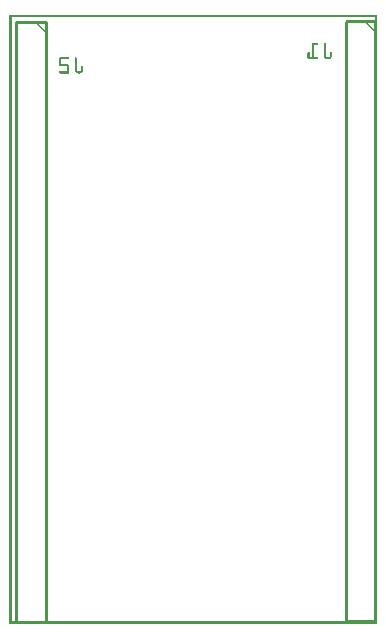
<source format=gbo>
G04 MADE WITH FRITZING*
G04 WWW.FRITZING.ORG*
G04 DOUBLE SIDED*
G04 HOLES PLATED*
G04 CONTOUR ON CENTER OF CONTOUR VECTOR*
%ASAXBY*%
%FSLAX23Y23*%
%MOIN*%
%OFA0B0*%
%SFA1.0B1.0*%
%ADD10C,0.010000*%
%ADD11R,0.001000X0.001000*%
%LNSILK0*%
G90*
G70*
G54D10*
X1122Y8D02*
X1122Y2008D01*
D02*
X122Y2008D02*
X122Y8D01*
D02*
X122Y8D02*
X22Y8D01*
D02*
X22Y8D02*
X22Y2008D01*
D02*
X22Y2008D02*
X122Y2008D01*
G54D11*
X0Y2031D02*
X1225Y2031D01*
X0Y2030D02*
X1225Y2030D01*
X0Y2029D02*
X1225Y2029D01*
X0Y2028D02*
X1225Y2028D01*
X0Y2027D02*
X1225Y2027D01*
X0Y2026D02*
X1225Y2026D01*
X0Y2025D02*
X1225Y2025D01*
X0Y2024D02*
X1225Y2024D01*
X0Y2023D02*
X7Y2023D01*
X1218Y2023D02*
X1225Y2023D01*
X0Y2022D02*
X7Y2022D01*
X1218Y2022D02*
X1225Y2022D01*
X0Y2021D02*
X7Y2021D01*
X1218Y2021D02*
X1225Y2021D01*
X0Y2020D02*
X7Y2020D01*
X1218Y2020D02*
X1225Y2020D01*
X0Y2019D02*
X7Y2019D01*
X1218Y2019D02*
X1225Y2019D01*
X0Y2018D02*
X7Y2018D01*
X1218Y2018D02*
X1225Y2018D01*
X0Y2017D02*
X7Y2017D01*
X1218Y2017D02*
X1225Y2017D01*
X0Y2016D02*
X7Y2016D01*
X1218Y2016D02*
X1225Y2016D01*
X0Y2015D02*
X7Y2015D01*
X1218Y2015D02*
X1225Y2015D01*
X0Y2014D02*
X7Y2014D01*
X1218Y2014D02*
X1225Y2014D01*
X0Y2013D02*
X7Y2013D01*
X1122Y2013D02*
X1225Y2013D01*
X0Y2012D02*
X7Y2012D01*
X1122Y2012D02*
X1225Y2012D01*
X0Y2011D02*
X7Y2011D01*
X1122Y2011D02*
X1225Y2011D01*
X0Y2010D02*
X7Y2010D01*
X88Y2010D02*
X88Y2010D01*
X1122Y2010D02*
X1225Y2010D01*
X0Y2009D02*
X7Y2009D01*
X87Y2009D02*
X89Y2009D01*
X1122Y2009D02*
X1225Y2009D01*
X0Y2008D02*
X7Y2008D01*
X86Y2008D02*
X90Y2008D01*
X1122Y2008D02*
X1226Y2008D01*
X0Y2007D02*
X7Y2007D01*
X85Y2007D02*
X91Y2007D01*
X1122Y2007D02*
X1226Y2007D01*
X0Y2006D02*
X7Y2006D01*
X86Y2006D02*
X92Y2006D01*
X1122Y2006D02*
X1226Y2006D01*
X0Y2005D02*
X7Y2005D01*
X87Y2005D02*
X93Y2005D01*
X1122Y2005D02*
X1226Y2005D01*
X0Y2004D02*
X7Y2004D01*
X88Y2004D02*
X94Y2004D01*
X1122Y2004D02*
X1226Y2004D01*
X0Y2003D02*
X7Y2003D01*
X89Y2003D02*
X95Y2003D01*
X1189Y2003D02*
X1195Y2003D01*
X1217Y2003D02*
X1226Y2003D01*
X0Y2002D02*
X7Y2002D01*
X90Y2002D02*
X96Y2002D01*
X1190Y2002D02*
X1196Y2002D01*
X1217Y2002D02*
X1226Y2002D01*
X0Y2001D02*
X7Y2001D01*
X91Y2001D02*
X97Y2001D01*
X1191Y2001D02*
X1197Y2001D01*
X1217Y2001D02*
X1226Y2001D01*
X0Y2000D02*
X7Y2000D01*
X92Y2000D02*
X98Y2000D01*
X1192Y2000D02*
X1198Y2000D01*
X1217Y2000D02*
X1226Y2000D01*
X0Y1999D02*
X7Y1999D01*
X93Y1999D02*
X99Y1999D01*
X1193Y1999D02*
X1199Y1999D01*
X1217Y1999D02*
X1226Y1999D01*
X0Y1998D02*
X7Y1998D01*
X94Y1998D02*
X100Y1998D01*
X1194Y1998D02*
X1200Y1998D01*
X1217Y1998D02*
X1226Y1998D01*
X0Y1997D02*
X7Y1997D01*
X95Y1997D02*
X101Y1997D01*
X1195Y1997D02*
X1201Y1997D01*
X1217Y1997D02*
X1226Y1997D01*
X0Y1996D02*
X7Y1996D01*
X96Y1996D02*
X102Y1996D01*
X1196Y1996D02*
X1202Y1996D01*
X1217Y1996D02*
X1226Y1996D01*
X0Y1995D02*
X7Y1995D01*
X97Y1995D02*
X103Y1995D01*
X1197Y1995D02*
X1203Y1995D01*
X1217Y1995D02*
X1226Y1995D01*
X0Y1994D02*
X7Y1994D01*
X98Y1994D02*
X104Y1994D01*
X1198Y1994D02*
X1204Y1994D01*
X1217Y1994D02*
X1226Y1994D01*
X0Y1993D02*
X7Y1993D01*
X99Y1993D02*
X105Y1993D01*
X1199Y1993D02*
X1205Y1993D01*
X1217Y1993D02*
X1226Y1993D01*
X0Y1992D02*
X7Y1992D01*
X100Y1992D02*
X106Y1992D01*
X1200Y1992D02*
X1206Y1992D01*
X1217Y1992D02*
X1226Y1992D01*
X0Y1991D02*
X7Y1991D01*
X102Y1991D02*
X107Y1991D01*
X1202Y1991D02*
X1207Y1991D01*
X1217Y1991D02*
X1226Y1991D01*
X0Y1990D02*
X7Y1990D01*
X103Y1990D02*
X108Y1990D01*
X1203Y1990D02*
X1208Y1990D01*
X1217Y1990D02*
X1226Y1990D01*
X0Y1989D02*
X7Y1989D01*
X104Y1989D02*
X109Y1989D01*
X1204Y1989D02*
X1209Y1989D01*
X1217Y1989D02*
X1226Y1989D01*
X0Y1988D02*
X7Y1988D01*
X105Y1988D02*
X110Y1988D01*
X1204Y1988D02*
X1210Y1988D01*
X1217Y1988D02*
X1226Y1988D01*
X0Y1987D02*
X7Y1987D01*
X105Y1987D02*
X111Y1987D01*
X1205Y1987D02*
X1211Y1987D01*
X1217Y1987D02*
X1226Y1987D01*
X0Y1986D02*
X7Y1986D01*
X106Y1986D02*
X112Y1986D01*
X1206Y1986D02*
X1212Y1986D01*
X1217Y1986D02*
X1226Y1986D01*
X0Y1985D02*
X7Y1985D01*
X107Y1985D02*
X113Y1985D01*
X1207Y1985D02*
X1213Y1985D01*
X1217Y1985D02*
X1226Y1985D01*
X0Y1984D02*
X7Y1984D01*
X108Y1984D02*
X114Y1984D01*
X1208Y1984D02*
X1214Y1984D01*
X1217Y1984D02*
X1226Y1984D01*
X0Y1983D02*
X7Y1983D01*
X109Y1983D02*
X115Y1983D01*
X1209Y1983D02*
X1215Y1983D01*
X1217Y1983D02*
X1226Y1983D01*
X0Y1982D02*
X7Y1982D01*
X110Y1982D02*
X116Y1982D01*
X1210Y1982D02*
X1226Y1982D01*
X0Y1981D02*
X7Y1981D01*
X111Y1981D02*
X117Y1981D01*
X1211Y1981D02*
X1226Y1981D01*
X0Y1980D02*
X7Y1980D01*
X112Y1980D02*
X118Y1980D01*
X1212Y1980D02*
X1226Y1980D01*
X0Y1979D02*
X7Y1979D01*
X113Y1979D02*
X119Y1979D01*
X1213Y1979D02*
X1226Y1979D01*
X0Y1978D02*
X7Y1978D01*
X114Y1978D02*
X120Y1978D01*
X1214Y1978D02*
X1226Y1978D01*
X0Y1977D02*
X7Y1977D01*
X115Y1977D02*
X121Y1977D01*
X1215Y1977D02*
X1226Y1977D01*
X0Y1976D02*
X7Y1976D01*
X116Y1976D02*
X122Y1976D01*
X1216Y1976D02*
X1226Y1976D01*
X0Y1975D02*
X7Y1975D01*
X117Y1975D02*
X122Y1975D01*
X1217Y1975D02*
X1226Y1975D01*
X0Y1974D02*
X7Y1974D01*
X118Y1974D02*
X121Y1974D01*
X1217Y1974D02*
X1226Y1974D01*
X0Y1973D02*
X7Y1973D01*
X119Y1973D02*
X120Y1973D01*
X1217Y1973D02*
X1226Y1973D01*
X0Y1972D02*
X7Y1972D01*
X1217Y1972D02*
X1226Y1972D01*
X0Y1971D02*
X7Y1971D01*
X1217Y1971D02*
X1226Y1971D01*
X0Y1970D02*
X7Y1970D01*
X1217Y1970D02*
X1226Y1970D01*
X0Y1969D02*
X7Y1969D01*
X1217Y1969D02*
X1226Y1969D01*
X0Y1968D02*
X7Y1968D01*
X1217Y1968D02*
X1226Y1968D01*
X0Y1967D02*
X7Y1967D01*
X1217Y1967D02*
X1226Y1967D01*
X0Y1966D02*
X7Y1966D01*
X1217Y1966D02*
X1226Y1966D01*
X0Y1965D02*
X7Y1965D01*
X1217Y1965D02*
X1226Y1965D01*
X0Y1964D02*
X7Y1964D01*
X1217Y1964D02*
X1226Y1964D01*
X0Y1963D02*
X7Y1963D01*
X1217Y1963D02*
X1226Y1963D01*
X0Y1962D02*
X7Y1962D01*
X1217Y1962D02*
X1226Y1962D01*
X0Y1961D02*
X7Y1961D01*
X1217Y1961D02*
X1226Y1961D01*
X0Y1960D02*
X7Y1960D01*
X1217Y1960D02*
X1226Y1960D01*
X0Y1959D02*
X7Y1959D01*
X1217Y1959D02*
X1226Y1959D01*
X0Y1958D02*
X7Y1958D01*
X1217Y1958D02*
X1226Y1958D01*
X0Y1957D02*
X7Y1957D01*
X1217Y1957D02*
X1226Y1957D01*
X0Y1956D02*
X7Y1956D01*
X1217Y1956D02*
X1226Y1956D01*
X0Y1955D02*
X7Y1955D01*
X1217Y1955D02*
X1226Y1955D01*
X0Y1954D02*
X7Y1954D01*
X1217Y1954D02*
X1226Y1954D01*
X0Y1953D02*
X7Y1953D01*
X1217Y1953D02*
X1226Y1953D01*
X0Y1952D02*
X7Y1952D01*
X1217Y1952D02*
X1226Y1952D01*
X0Y1951D02*
X7Y1951D01*
X1217Y1951D02*
X1226Y1951D01*
X0Y1950D02*
X7Y1950D01*
X1217Y1950D02*
X1226Y1950D01*
X0Y1949D02*
X7Y1949D01*
X1217Y1949D02*
X1226Y1949D01*
X0Y1948D02*
X7Y1948D01*
X1217Y1948D02*
X1226Y1948D01*
X0Y1947D02*
X7Y1947D01*
X1217Y1947D02*
X1226Y1947D01*
X0Y1946D02*
X7Y1946D01*
X1217Y1946D02*
X1226Y1946D01*
X0Y1945D02*
X7Y1945D01*
X1217Y1945D02*
X1226Y1945D01*
X0Y1944D02*
X7Y1944D01*
X1217Y1944D02*
X1226Y1944D01*
X0Y1943D02*
X7Y1943D01*
X1217Y1943D02*
X1226Y1943D01*
X0Y1942D02*
X7Y1942D01*
X1217Y1942D02*
X1226Y1942D01*
X0Y1941D02*
X7Y1941D01*
X1217Y1941D02*
X1226Y1941D01*
X0Y1940D02*
X7Y1940D01*
X1217Y1940D02*
X1226Y1940D01*
X0Y1939D02*
X7Y1939D01*
X1217Y1939D02*
X1226Y1939D01*
X0Y1938D02*
X7Y1938D01*
X1008Y1938D02*
X1025Y1938D01*
X1051Y1938D02*
X1051Y1938D01*
X1217Y1938D02*
X1226Y1938D01*
X0Y1937D02*
X7Y1937D01*
X1008Y1937D02*
X1027Y1937D01*
X1049Y1937D02*
X1053Y1937D01*
X1217Y1937D02*
X1226Y1937D01*
X0Y1936D02*
X7Y1936D01*
X1008Y1936D02*
X1028Y1936D01*
X1048Y1936D02*
X1054Y1936D01*
X1217Y1936D02*
X1226Y1936D01*
X0Y1935D02*
X7Y1935D01*
X1008Y1935D02*
X1028Y1935D01*
X1048Y1935D02*
X1054Y1935D01*
X1217Y1935D02*
X1226Y1935D01*
X0Y1934D02*
X7Y1934D01*
X1008Y1934D02*
X1028Y1934D01*
X1048Y1934D02*
X1054Y1934D01*
X1217Y1934D02*
X1226Y1934D01*
X0Y1933D02*
X7Y1933D01*
X1008Y1933D02*
X1027Y1933D01*
X1048Y1933D02*
X1054Y1933D01*
X1217Y1933D02*
X1226Y1933D01*
X0Y1932D02*
X7Y1932D01*
X1008Y1932D02*
X1027Y1932D01*
X1048Y1932D02*
X1054Y1932D01*
X1217Y1932D02*
X1226Y1932D01*
X0Y1931D02*
X7Y1931D01*
X1008Y1931D02*
X1014Y1931D01*
X1048Y1931D02*
X1054Y1931D01*
X1217Y1931D02*
X1226Y1931D01*
X0Y1930D02*
X7Y1930D01*
X1008Y1930D02*
X1014Y1930D01*
X1048Y1930D02*
X1054Y1930D01*
X1217Y1930D02*
X1226Y1930D01*
X0Y1929D02*
X7Y1929D01*
X1008Y1929D02*
X1014Y1929D01*
X1048Y1929D02*
X1054Y1929D01*
X1217Y1929D02*
X1226Y1929D01*
X0Y1928D02*
X7Y1928D01*
X1008Y1928D02*
X1014Y1928D01*
X1048Y1928D02*
X1054Y1928D01*
X1217Y1928D02*
X1226Y1928D01*
X0Y1927D02*
X7Y1927D01*
X1008Y1927D02*
X1014Y1927D01*
X1048Y1927D02*
X1054Y1927D01*
X1217Y1927D02*
X1226Y1927D01*
X0Y1926D02*
X7Y1926D01*
X1008Y1926D02*
X1014Y1926D01*
X1048Y1926D02*
X1054Y1926D01*
X1217Y1926D02*
X1226Y1926D01*
X0Y1925D02*
X7Y1925D01*
X1008Y1925D02*
X1014Y1925D01*
X1048Y1925D02*
X1054Y1925D01*
X1217Y1925D02*
X1226Y1925D01*
X0Y1924D02*
X7Y1924D01*
X1008Y1924D02*
X1014Y1924D01*
X1048Y1924D02*
X1054Y1924D01*
X1217Y1924D02*
X1226Y1924D01*
X0Y1923D02*
X7Y1923D01*
X1008Y1923D02*
X1014Y1923D01*
X1048Y1923D02*
X1054Y1923D01*
X1217Y1923D02*
X1226Y1923D01*
X0Y1922D02*
X7Y1922D01*
X1008Y1922D02*
X1014Y1922D01*
X1048Y1922D02*
X1054Y1922D01*
X1217Y1922D02*
X1226Y1922D01*
X0Y1921D02*
X7Y1921D01*
X1008Y1921D02*
X1014Y1921D01*
X1048Y1921D02*
X1054Y1921D01*
X1217Y1921D02*
X1226Y1921D01*
X0Y1920D02*
X7Y1920D01*
X1008Y1920D02*
X1014Y1920D01*
X1048Y1920D02*
X1054Y1920D01*
X1217Y1920D02*
X1226Y1920D01*
X0Y1919D02*
X7Y1919D01*
X1008Y1919D02*
X1014Y1919D01*
X1048Y1919D02*
X1054Y1919D01*
X1217Y1919D02*
X1226Y1919D01*
X0Y1918D02*
X7Y1918D01*
X1008Y1918D02*
X1014Y1918D01*
X1048Y1918D02*
X1054Y1918D01*
X1217Y1918D02*
X1226Y1918D01*
X0Y1917D02*
X7Y1917D01*
X1008Y1917D02*
X1014Y1917D01*
X1048Y1917D02*
X1054Y1917D01*
X1217Y1917D02*
X1226Y1917D01*
X0Y1916D02*
X7Y1916D01*
X1008Y1916D02*
X1014Y1916D01*
X1048Y1916D02*
X1054Y1916D01*
X1217Y1916D02*
X1226Y1916D01*
X0Y1915D02*
X7Y1915D01*
X1008Y1915D02*
X1014Y1915D01*
X1048Y1915D02*
X1054Y1915D01*
X1217Y1915D02*
X1226Y1915D01*
X0Y1914D02*
X7Y1914D01*
X1008Y1914D02*
X1014Y1914D01*
X1048Y1914D02*
X1054Y1914D01*
X1217Y1914D02*
X1226Y1914D01*
X0Y1913D02*
X7Y1913D01*
X1008Y1913D02*
X1014Y1913D01*
X1048Y1913D02*
X1054Y1913D01*
X1217Y1913D02*
X1226Y1913D01*
X0Y1912D02*
X7Y1912D01*
X1008Y1912D02*
X1014Y1912D01*
X1048Y1912D02*
X1054Y1912D01*
X1217Y1912D02*
X1226Y1912D01*
X0Y1911D02*
X7Y1911D01*
X1008Y1911D02*
X1014Y1911D01*
X1048Y1911D02*
X1054Y1911D01*
X1217Y1911D02*
X1226Y1911D01*
X0Y1910D02*
X7Y1910D01*
X1008Y1910D02*
X1014Y1910D01*
X1048Y1910D02*
X1054Y1910D01*
X1217Y1910D02*
X1226Y1910D01*
X0Y1909D02*
X7Y1909D01*
X1008Y1909D02*
X1014Y1909D01*
X1048Y1909D02*
X1054Y1909D01*
X1217Y1909D02*
X1226Y1909D01*
X0Y1908D02*
X7Y1908D01*
X996Y1908D02*
X999Y1908D01*
X1008Y1908D02*
X1014Y1908D01*
X1048Y1908D02*
X1054Y1908D01*
X1070Y1908D02*
X1073Y1908D01*
X1217Y1908D02*
X1226Y1908D01*
X0Y1907D02*
X7Y1907D01*
X995Y1907D02*
X1000Y1907D01*
X1008Y1907D02*
X1014Y1907D01*
X1048Y1907D02*
X1054Y1907D01*
X1069Y1907D02*
X1074Y1907D01*
X1217Y1907D02*
X1226Y1907D01*
X0Y1906D02*
X7Y1906D01*
X995Y1906D02*
X1000Y1906D01*
X1008Y1906D02*
X1014Y1906D01*
X1048Y1906D02*
X1054Y1906D01*
X1069Y1906D02*
X1075Y1906D01*
X1217Y1906D02*
X1226Y1906D01*
X0Y1905D02*
X7Y1905D01*
X994Y1905D02*
X1000Y1905D01*
X1008Y1905D02*
X1014Y1905D01*
X1048Y1905D02*
X1054Y1905D01*
X1069Y1905D02*
X1075Y1905D01*
X1217Y1905D02*
X1226Y1905D01*
X0Y1904D02*
X7Y1904D01*
X994Y1904D02*
X1000Y1904D01*
X1008Y1904D02*
X1014Y1904D01*
X1048Y1904D02*
X1054Y1904D01*
X1069Y1904D02*
X1075Y1904D01*
X1217Y1904D02*
X1226Y1904D01*
X0Y1903D02*
X7Y1903D01*
X994Y1903D02*
X1000Y1903D01*
X1008Y1903D02*
X1014Y1903D01*
X1048Y1903D02*
X1054Y1903D01*
X1069Y1903D02*
X1075Y1903D01*
X1217Y1903D02*
X1226Y1903D01*
X0Y1902D02*
X7Y1902D01*
X994Y1902D02*
X1000Y1902D01*
X1008Y1902D02*
X1014Y1902D01*
X1048Y1902D02*
X1054Y1902D01*
X1069Y1902D02*
X1075Y1902D01*
X1217Y1902D02*
X1226Y1902D01*
X0Y1901D02*
X7Y1901D01*
X994Y1901D02*
X1000Y1901D01*
X1008Y1901D02*
X1014Y1901D01*
X1048Y1901D02*
X1054Y1901D01*
X1069Y1901D02*
X1075Y1901D01*
X1217Y1901D02*
X1226Y1901D01*
X0Y1900D02*
X7Y1900D01*
X994Y1900D02*
X1000Y1900D01*
X1008Y1900D02*
X1014Y1900D01*
X1048Y1900D02*
X1054Y1900D01*
X1069Y1900D02*
X1075Y1900D01*
X1217Y1900D02*
X1226Y1900D01*
X0Y1899D02*
X7Y1899D01*
X994Y1899D02*
X1000Y1899D01*
X1008Y1899D02*
X1014Y1899D01*
X1048Y1899D02*
X1054Y1899D01*
X1069Y1899D02*
X1075Y1899D01*
X1217Y1899D02*
X1226Y1899D01*
X0Y1898D02*
X7Y1898D01*
X994Y1898D02*
X1000Y1898D01*
X1008Y1898D02*
X1014Y1898D01*
X1048Y1898D02*
X1054Y1898D01*
X1069Y1898D02*
X1075Y1898D01*
X1217Y1898D02*
X1226Y1898D01*
X0Y1897D02*
X7Y1897D01*
X994Y1897D02*
X1000Y1897D01*
X1008Y1897D02*
X1014Y1897D01*
X1048Y1897D02*
X1054Y1897D01*
X1069Y1897D02*
X1075Y1897D01*
X1217Y1897D02*
X1226Y1897D01*
X0Y1896D02*
X7Y1896D01*
X994Y1896D02*
X1000Y1896D01*
X1008Y1896D02*
X1014Y1896D01*
X1048Y1896D02*
X1054Y1896D01*
X1069Y1896D02*
X1075Y1896D01*
X1217Y1896D02*
X1226Y1896D01*
X0Y1895D02*
X7Y1895D01*
X994Y1895D02*
X1000Y1895D01*
X1008Y1895D02*
X1014Y1895D01*
X1048Y1895D02*
X1054Y1895D01*
X1069Y1895D02*
X1075Y1895D01*
X1217Y1895D02*
X1226Y1895D01*
X0Y1894D02*
X7Y1894D01*
X994Y1894D02*
X1000Y1894D01*
X1008Y1894D02*
X1014Y1894D01*
X1048Y1894D02*
X1054Y1894D01*
X1069Y1894D02*
X1075Y1894D01*
X1217Y1894D02*
X1226Y1894D01*
X0Y1893D02*
X7Y1893D01*
X994Y1893D02*
X1000Y1893D01*
X1008Y1893D02*
X1014Y1893D01*
X1048Y1893D02*
X1054Y1893D01*
X1068Y1893D02*
X1075Y1893D01*
X1217Y1893D02*
X1226Y1893D01*
X0Y1892D02*
X7Y1892D01*
X994Y1892D02*
X1000Y1892D01*
X1008Y1892D02*
X1014Y1892D01*
X1048Y1892D02*
X1055Y1892D01*
X1068Y1892D02*
X1074Y1892D01*
X1217Y1892D02*
X1226Y1892D01*
X0Y1891D02*
X7Y1891D01*
X994Y1891D02*
X1024Y1891D01*
X1049Y1891D02*
X1074Y1891D01*
X1217Y1891D02*
X1226Y1891D01*
X0Y1890D02*
X7Y1890D01*
X172Y1890D02*
X195Y1890D01*
X994Y1890D02*
X1027Y1890D01*
X1049Y1890D02*
X1074Y1890D01*
X1217Y1890D02*
X1226Y1890D01*
X0Y1889D02*
X7Y1889D01*
X168Y1889D02*
X197Y1889D01*
X220Y1889D02*
X223Y1889D01*
X994Y1889D02*
X1028Y1889D01*
X1050Y1889D02*
X1073Y1889D01*
X1217Y1889D02*
X1226Y1889D01*
X0Y1888D02*
X7Y1888D01*
X167Y1888D02*
X198Y1888D01*
X219Y1888D02*
X224Y1888D01*
X994Y1888D02*
X1028Y1888D01*
X1050Y1888D02*
X1072Y1888D01*
X1217Y1888D02*
X1226Y1888D01*
X0Y1887D02*
X7Y1887D01*
X166Y1887D02*
X198Y1887D01*
X219Y1887D02*
X224Y1887D01*
X994Y1887D02*
X1028Y1887D01*
X1051Y1887D02*
X1071Y1887D01*
X1217Y1887D02*
X1226Y1887D01*
X0Y1886D02*
X7Y1886D01*
X165Y1886D02*
X198Y1886D01*
X218Y1886D02*
X224Y1886D01*
X995Y1886D02*
X1028Y1886D01*
X1052Y1886D02*
X1070Y1886D01*
X1217Y1886D02*
X1226Y1886D01*
X0Y1885D02*
X7Y1885D01*
X165Y1885D02*
X198Y1885D01*
X218Y1885D02*
X224Y1885D01*
X996Y1885D02*
X1027Y1885D01*
X1054Y1885D02*
X1069Y1885D01*
X1217Y1885D02*
X1226Y1885D01*
X0Y1884D02*
X7Y1884D01*
X165Y1884D02*
X197Y1884D01*
X218Y1884D02*
X224Y1884D01*
X998Y1884D02*
X1024Y1884D01*
X1059Y1884D02*
X1064Y1884D01*
X1217Y1884D02*
X1226Y1884D01*
X0Y1883D02*
X7Y1883D01*
X165Y1883D02*
X171Y1883D01*
X218Y1883D02*
X224Y1883D01*
X1217Y1883D02*
X1226Y1883D01*
X0Y1882D02*
X7Y1882D01*
X165Y1882D02*
X171Y1882D01*
X218Y1882D02*
X224Y1882D01*
X1217Y1882D02*
X1226Y1882D01*
X0Y1881D02*
X7Y1881D01*
X165Y1881D02*
X171Y1881D01*
X218Y1881D02*
X224Y1881D01*
X1217Y1881D02*
X1226Y1881D01*
X0Y1880D02*
X7Y1880D01*
X165Y1880D02*
X171Y1880D01*
X218Y1880D02*
X224Y1880D01*
X1217Y1880D02*
X1226Y1880D01*
X0Y1879D02*
X7Y1879D01*
X165Y1879D02*
X171Y1879D01*
X218Y1879D02*
X224Y1879D01*
X1217Y1879D02*
X1226Y1879D01*
X0Y1878D02*
X7Y1878D01*
X165Y1878D02*
X171Y1878D01*
X218Y1878D02*
X224Y1878D01*
X1217Y1878D02*
X1226Y1878D01*
X0Y1877D02*
X7Y1877D01*
X165Y1877D02*
X171Y1877D01*
X218Y1877D02*
X224Y1877D01*
X1217Y1877D02*
X1226Y1877D01*
X0Y1876D02*
X7Y1876D01*
X165Y1876D02*
X171Y1876D01*
X218Y1876D02*
X224Y1876D01*
X1217Y1876D02*
X1226Y1876D01*
X0Y1875D02*
X7Y1875D01*
X165Y1875D02*
X171Y1875D01*
X218Y1875D02*
X224Y1875D01*
X1217Y1875D02*
X1226Y1875D01*
X0Y1874D02*
X7Y1874D01*
X165Y1874D02*
X171Y1874D01*
X218Y1874D02*
X224Y1874D01*
X1217Y1874D02*
X1226Y1874D01*
X0Y1873D02*
X7Y1873D01*
X165Y1873D02*
X171Y1873D01*
X218Y1873D02*
X224Y1873D01*
X1217Y1873D02*
X1226Y1873D01*
X0Y1872D02*
X7Y1872D01*
X165Y1872D02*
X171Y1872D01*
X218Y1872D02*
X224Y1872D01*
X1217Y1872D02*
X1226Y1872D01*
X0Y1871D02*
X7Y1871D01*
X165Y1871D02*
X171Y1871D01*
X218Y1871D02*
X224Y1871D01*
X1217Y1871D02*
X1226Y1871D01*
X0Y1870D02*
X7Y1870D01*
X165Y1870D02*
X171Y1870D01*
X218Y1870D02*
X224Y1870D01*
X1217Y1870D02*
X1226Y1870D01*
X0Y1869D02*
X7Y1869D01*
X165Y1869D02*
X171Y1869D01*
X218Y1869D02*
X224Y1869D01*
X1217Y1869D02*
X1226Y1869D01*
X0Y1868D02*
X7Y1868D01*
X165Y1868D02*
X171Y1868D01*
X218Y1868D02*
X224Y1868D01*
X1217Y1868D02*
X1226Y1868D01*
X0Y1867D02*
X7Y1867D01*
X165Y1867D02*
X171Y1867D01*
X218Y1867D02*
X224Y1867D01*
X1217Y1867D02*
X1226Y1867D01*
X0Y1866D02*
X7Y1866D01*
X165Y1866D02*
X194Y1866D01*
X218Y1866D02*
X224Y1866D01*
X1217Y1866D02*
X1226Y1866D01*
X0Y1865D02*
X7Y1865D01*
X165Y1865D02*
X195Y1865D01*
X218Y1865D02*
X224Y1865D01*
X1217Y1865D02*
X1226Y1865D01*
X0Y1864D02*
X7Y1864D01*
X165Y1864D02*
X197Y1864D01*
X218Y1864D02*
X224Y1864D01*
X1217Y1864D02*
X1226Y1864D01*
X0Y1863D02*
X7Y1863D01*
X166Y1863D02*
X197Y1863D01*
X218Y1863D02*
X224Y1863D01*
X1217Y1863D02*
X1226Y1863D01*
X0Y1862D02*
X7Y1862D01*
X166Y1862D02*
X198Y1862D01*
X218Y1862D02*
X224Y1862D01*
X1217Y1862D02*
X1226Y1862D01*
X0Y1861D02*
X7Y1861D01*
X167Y1861D02*
X198Y1861D01*
X218Y1861D02*
X224Y1861D01*
X1217Y1861D02*
X1226Y1861D01*
X0Y1860D02*
X7Y1860D01*
X169Y1860D02*
X198Y1860D01*
X218Y1860D02*
X224Y1860D01*
X241Y1860D02*
X243Y1860D01*
X1217Y1860D02*
X1226Y1860D01*
X0Y1859D02*
X7Y1859D01*
X192Y1859D02*
X198Y1859D01*
X218Y1859D02*
X224Y1859D01*
X240Y1859D02*
X244Y1859D01*
X1217Y1859D02*
X1226Y1859D01*
X0Y1858D02*
X7Y1858D01*
X192Y1858D02*
X198Y1858D01*
X218Y1858D02*
X224Y1858D01*
X239Y1858D02*
X245Y1858D01*
X1217Y1858D02*
X1226Y1858D01*
X0Y1857D02*
X7Y1857D01*
X192Y1857D02*
X198Y1857D01*
X218Y1857D02*
X224Y1857D01*
X239Y1857D02*
X245Y1857D01*
X1217Y1857D02*
X1226Y1857D01*
X0Y1856D02*
X7Y1856D01*
X192Y1856D02*
X198Y1856D01*
X218Y1856D02*
X224Y1856D01*
X239Y1856D02*
X245Y1856D01*
X1217Y1856D02*
X1226Y1856D01*
X0Y1855D02*
X7Y1855D01*
X192Y1855D02*
X198Y1855D01*
X218Y1855D02*
X224Y1855D01*
X239Y1855D02*
X245Y1855D01*
X1217Y1855D02*
X1226Y1855D01*
X0Y1854D02*
X7Y1854D01*
X192Y1854D02*
X198Y1854D01*
X218Y1854D02*
X224Y1854D01*
X239Y1854D02*
X245Y1854D01*
X1217Y1854D02*
X1226Y1854D01*
X0Y1853D02*
X7Y1853D01*
X192Y1853D02*
X198Y1853D01*
X218Y1853D02*
X224Y1853D01*
X239Y1853D02*
X245Y1853D01*
X1217Y1853D02*
X1226Y1853D01*
X0Y1852D02*
X7Y1852D01*
X192Y1852D02*
X198Y1852D01*
X218Y1852D02*
X224Y1852D01*
X239Y1852D02*
X245Y1852D01*
X1217Y1852D02*
X1226Y1852D01*
X0Y1851D02*
X7Y1851D01*
X192Y1851D02*
X198Y1851D01*
X218Y1851D02*
X224Y1851D01*
X239Y1851D02*
X245Y1851D01*
X1217Y1851D02*
X1226Y1851D01*
X0Y1850D02*
X7Y1850D01*
X192Y1850D02*
X198Y1850D01*
X218Y1850D02*
X224Y1850D01*
X239Y1850D02*
X245Y1850D01*
X1217Y1850D02*
X1226Y1850D01*
X0Y1849D02*
X7Y1849D01*
X192Y1849D02*
X198Y1849D01*
X218Y1849D02*
X224Y1849D01*
X239Y1849D02*
X245Y1849D01*
X1217Y1849D02*
X1226Y1849D01*
X0Y1848D02*
X7Y1848D01*
X192Y1848D02*
X198Y1848D01*
X218Y1848D02*
X224Y1848D01*
X239Y1848D02*
X245Y1848D01*
X1217Y1848D02*
X1226Y1848D01*
X0Y1847D02*
X7Y1847D01*
X192Y1847D02*
X198Y1847D01*
X218Y1847D02*
X224Y1847D01*
X239Y1847D02*
X245Y1847D01*
X1217Y1847D02*
X1226Y1847D01*
X0Y1846D02*
X7Y1846D01*
X192Y1846D02*
X198Y1846D01*
X218Y1846D02*
X225Y1846D01*
X239Y1846D02*
X245Y1846D01*
X1217Y1846D02*
X1226Y1846D01*
X0Y1845D02*
X7Y1845D01*
X192Y1845D02*
X198Y1845D01*
X219Y1845D02*
X225Y1845D01*
X239Y1845D02*
X245Y1845D01*
X1217Y1845D02*
X1226Y1845D01*
X0Y1844D02*
X7Y1844D01*
X192Y1844D02*
X198Y1844D01*
X219Y1844D02*
X225Y1844D01*
X238Y1844D02*
X245Y1844D01*
X1217Y1844D02*
X1226Y1844D01*
X0Y1843D02*
X7Y1843D01*
X192Y1843D02*
X198Y1843D01*
X219Y1843D02*
X227Y1843D01*
X236Y1843D02*
X245Y1843D01*
X1217Y1843D02*
X1226Y1843D01*
X0Y1842D02*
X7Y1842D01*
X166Y1842D02*
X198Y1842D01*
X219Y1842D02*
X244Y1842D01*
X1217Y1842D02*
X1226Y1842D01*
X0Y1841D02*
X7Y1841D01*
X165Y1841D02*
X198Y1841D01*
X220Y1841D02*
X244Y1841D01*
X1217Y1841D02*
X1226Y1841D01*
X0Y1840D02*
X7Y1840D01*
X165Y1840D02*
X198Y1840D01*
X221Y1840D02*
X243Y1840D01*
X1217Y1840D02*
X1226Y1840D01*
X0Y1839D02*
X7Y1839D01*
X165Y1839D02*
X198Y1839D01*
X222Y1839D02*
X242Y1839D01*
X1217Y1839D02*
X1226Y1839D01*
X0Y1838D02*
X7Y1838D01*
X165Y1838D02*
X198Y1838D01*
X223Y1838D02*
X241Y1838D01*
X1217Y1838D02*
X1226Y1838D01*
X0Y1837D02*
X7Y1837D01*
X166Y1837D02*
X198Y1837D01*
X224Y1837D02*
X239Y1837D01*
X1217Y1837D02*
X1226Y1837D01*
X0Y1836D02*
X7Y1836D01*
X168Y1836D02*
X198Y1836D01*
X228Y1836D02*
X236Y1836D01*
X1217Y1836D02*
X1226Y1836D01*
X0Y1835D02*
X7Y1835D01*
X1217Y1835D02*
X1226Y1835D01*
X0Y1834D02*
X7Y1834D01*
X1217Y1834D02*
X1226Y1834D01*
X0Y1833D02*
X7Y1833D01*
X1217Y1833D02*
X1226Y1833D01*
X0Y1832D02*
X7Y1832D01*
X1217Y1832D02*
X1226Y1832D01*
X0Y1831D02*
X7Y1831D01*
X1217Y1831D02*
X1226Y1831D01*
X0Y1830D02*
X7Y1830D01*
X1217Y1830D02*
X1226Y1830D01*
X0Y1829D02*
X7Y1829D01*
X1217Y1829D02*
X1226Y1829D01*
X0Y1828D02*
X7Y1828D01*
X1217Y1828D02*
X1226Y1828D01*
X0Y1827D02*
X7Y1827D01*
X1217Y1827D02*
X1226Y1827D01*
X0Y1826D02*
X7Y1826D01*
X1217Y1826D02*
X1226Y1826D01*
X0Y1825D02*
X7Y1825D01*
X1217Y1825D02*
X1226Y1825D01*
X0Y1824D02*
X7Y1824D01*
X1217Y1824D02*
X1226Y1824D01*
X0Y1823D02*
X7Y1823D01*
X1217Y1823D02*
X1226Y1823D01*
X0Y1822D02*
X7Y1822D01*
X1217Y1822D02*
X1226Y1822D01*
X0Y1821D02*
X7Y1821D01*
X1217Y1821D02*
X1226Y1821D01*
X0Y1820D02*
X7Y1820D01*
X1217Y1820D02*
X1226Y1820D01*
X0Y1819D02*
X7Y1819D01*
X1217Y1819D02*
X1226Y1819D01*
X0Y1818D02*
X7Y1818D01*
X1217Y1818D02*
X1226Y1818D01*
X0Y1817D02*
X7Y1817D01*
X1217Y1817D02*
X1226Y1817D01*
X0Y1816D02*
X7Y1816D01*
X1217Y1816D02*
X1226Y1816D01*
X0Y1815D02*
X7Y1815D01*
X1217Y1815D02*
X1226Y1815D01*
X0Y1814D02*
X7Y1814D01*
X1217Y1814D02*
X1226Y1814D01*
X0Y1813D02*
X7Y1813D01*
X1217Y1813D02*
X1226Y1813D01*
X0Y1812D02*
X7Y1812D01*
X1217Y1812D02*
X1226Y1812D01*
X0Y1811D02*
X7Y1811D01*
X1217Y1811D02*
X1226Y1811D01*
X0Y1810D02*
X7Y1810D01*
X1217Y1810D02*
X1226Y1810D01*
X0Y1809D02*
X7Y1809D01*
X1217Y1809D02*
X1226Y1809D01*
X0Y1808D02*
X7Y1808D01*
X1217Y1808D02*
X1226Y1808D01*
X0Y1807D02*
X7Y1807D01*
X1217Y1807D02*
X1226Y1807D01*
X0Y1806D02*
X7Y1806D01*
X1217Y1806D02*
X1226Y1806D01*
X0Y1805D02*
X7Y1805D01*
X1217Y1805D02*
X1226Y1805D01*
X0Y1804D02*
X7Y1804D01*
X1217Y1804D02*
X1226Y1804D01*
X0Y1803D02*
X7Y1803D01*
X1217Y1803D02*
X1226Y1803D01*
X0Y1802D02*
X7Y1802D01*
X1217Y1802D02*
X1226Y1802D01*
X0Y1801D02*
X7Y1801D01*
X1217Y1801D02*
X1226Y1801D01*
X0Y1800D02*
X7Y1800D01*
X1217Y1800D02*
X1226Y1800D01*
X0Y1799D02*
X7Y1799D01*
X1217Y1799D02*
X1226Y1799D01*
X0Y1798D02*
X7Y1798D01*
X1217Y1798D02*
X1226Y1798D01*
X0Y1797D02*
X7Y1797D01*
X1217Y1797D02*
X1226Y1797D01*
X0Y1796D02*
X7Y1796D01*
X1217Y1796D02*
X1226Y1796D01*
X0Y1795D02*
X7Y1795D01*
X1217Y1795D02*
X1226Y1795D01*
X0Y1794D02*
X7Y1794D01*
X1217Y1794D02*
X1226Y1794D01*
X0Y1793D02*
X7Y1793D01*
X1217Y1793D02*
X1226Y1793D01*
X0Y1792D02*
X7Y1792D01*
X1217Y1792D02*
X1226Y1792D01*
X0Y1791D02*
X7Y1791D01*
X1217Y1791D02*
X1226Y1791D01*
X0Y1790D02*
X7Y1790D01*
X1217Y1790D02*
X1226Y1790D01*
X0Y1789D02*
X7Y1789D01*
X1217Y1789D02*
X1226Y1789D01*
X0Y1788D02*
X7Y1788D01*
X1217Y1788D02*
X1226Y1788D01*
X0Y1787D02*
X7Y1787D01*
X1217Y1787D02*
X1226Y1787D01*
X0Y1786D02*
X7Y1786D01*
X1217Y1786D02*
X1226Y1786D01*
X0Y1785D02*
X7Y1785D01*
X1217Y1785D02*
X1226Y1785D01*
X0Y1784D02*
X7Y1784D01*
X1217Y1784D02*
X1226Y1784D01*
X0Y1783D02*
X7Y1783D01*
X1217Y1783D02*
X1226Y1783D01*
X0Y1782D02*
X7Y1782D01*
X1217Y1782D02*
X1226Y1782D01*
X0Y1781D02*
X7Y1781D01*
X1217Y1781D02*
X1226Y1781D01*
X0Y1780D02*
X7Y1780D01*
X1217Y1780D02*
X1226Y1780D01*
X0Y1779D02*
X7Y1779D01*
X1217Y1779D02*
X1226Y1779D01*
X0Y1778D02*
X7Y1778D01*
X1217Y1778D02*
X1226Y1778D01*
X0Y1777D02*
X7Y1777D01*
X1217Y1777D02*
X1226Y1777D01*
X0Y1776D02*
X7Y1776D01*
X1217Y1776D02*
X1226Y1776D01*
X0Y1775D02*
X7Y1775D01*
X1217Y1775D02*
X1226Y1775D01*
X0Y1774D02*
X7Y1774D01*
X1217Y1774D02*
X1226Y1774D01*
X0Y1773D02*
X7Y1773D01*
X1217Y1773D02*
X1226Y1773D01*
X0Y1772D02*
X7Y1772D01*
X1217Y1772D02*
X1226Y1772D01*
X0Y1771D02*
X7Y1771D01*
X1217Y1771D02*
X1226Y1771D01*
X0Y1770D02*
X7Y1770D01*
X1217Y1770D02*
X1226Y1770D01*
X0Y1769D02*
X7Y1769D01*
X1217Y1769D02*
X1226Y1769D01*
X0Y1768D02*
X7Y1768D01*
X1217Y1768D02*
X1226Y1768D01*
X0Y1767D02*
X7Y1767D01*
X1217Y1767D02*
X1226Y1767D01*
X0Y1766D02*
X7Y1766D01*
X1217Y1766D02*
X1226Y1766D01*
X0Y1765D02*
X7Y1765D01*
X1217Y1765D02*
X1226Y1765D01*
X0Y1764D02*
X7Y1764D01*
X1217Y1764D02*
X1226Y1764D01*
X0Y1763D02*
X7Y1763D01*
X1217Y1763D02*
X1226Y1763D01*
X0Y1762D02*
X7Y1762D01*
X1217Y1762D02*
X1226Y1762D01*
X0Y1761D02*
X7Y1761D01*
X1217Y1761D02*
X1226Y1761D01*
X0Y1760D02*
X7Y1760D01*
X1217Y1760D02*
X1226Y1760D01*
X0Y1759D02*
X7Y1759D01*
X1217Y1759D02*
X1226Y1759D01*
X0Y1758D02*
X7Y1758D01*
X1217Y1758D02*
X1226Y1758D01*
X0Y1757D02*
X7Y1757D01*
X1217Y1757D02*
X1226Y1757D01*
X0Y1756D02*
X7Y1756D01*
X1217Y1756D02*
X1226Y1756D01*
X0Y1755D02*
X7Y1755D01*
X1217Y1755D02*
X1226Y1755D01*
X0Y1754D02*
X7Y1754D01*
X1217Y1754D02*
X1226Y1754D01*
X0Y1753D02*
X7Y1753D01*
X1217Y1753D02*
X1226Y1753D01*
X0Y1752D02*
X7Y1752D01*
X1217Y1752D02*
X1226Y1752D01*
X0Y1751D02*
X7Y1751D01*
X1217Y1751D02*
X1226Y1751D01*
X0Y1750D02*
X7Y1750D01*
X1217Y1750D02*
X1226Y1750D01*
X0Y1749D02*
X7Y1749D01*
X1217Y1749D02*
X1226Y1749D01*
X0Y1748D02*
X7Y1748D01*
X1217Y1748D02*
X1226Y1748D01*
X0Y1747D02*
X7Y1747D01*
X1217Y1747D02*
X1226Y1747D01*
X0Y1746D02*
X7Y1746D01*
X1217Y1746D02*
X1226Y1746D01*
X0Y1745D02*
X7Y1745D01*
X1217Y1745D02*
X1226Y1745D01*
X0Y1744D02*
X7Y1744D01*
X1217Y1744D02*
X1226Y1744D01*
X0Y1743D02*
X7Y1743D01*
X1217Y1743D02*
X1226Y1743D01*
X0Y1742D02*
X7Y1742D01*
X1217Y1742D02*
X1226Y1742D01*
X0Y1741D02*
X7Y1741D01*
X1217Y1741D02*
X1226Y1741D01*
X0Y1740D02*
X7Y1740D01*
X1217Y1740D02*
X1226Y1740D01*
X0Y1739D02*
X7Y1739D01*
X1217Y1739D02*
X1226Y1739D01*
X0Y1738D02*
X7Y1738D01*
X1217Y1738D02*
X1226Y1738D01*
X0Y1737D02*
X7Y1737D01*
X1217Y1737D02*
X1226Y1737D01*
X0Y1736D02*
X7Y1736D01*
X1217Y1736D02*
X1226Y1736D01*
X0Y1735D02*
X7Y1735D01*
X1217Y1735D02*
X1226Y1735D01*
X0Y1734D02*
X7Y1734D01*
X1217Y1734D02*
X1226Y1734D01*
X0Y1733D02*
X7Y1733D01*
X1217Y1733D02*
X1226Y1733D01*
X0Y1732D02*
X7Y1732D01*
X1217Y1732D02*
X1226Y1732D01*
X0Y1731D02*
X7Y1731D01*
X1217Y1731D02*
X1226Y1731D01*
X0Y1730D02*
X7Y1730D01*
X1217Y1730D02*
X1226Y1730D01*
X0Y1729D02*
X7Y1729D01*
X1217Y1729D02*
X1226Y1729D01*
X0Y1728D02*
X7Y1728D01*
X1217Y1728D02*
X1226Y1728D01*
X0Y1727D02*
X7Y1727D01*
X1217Y1727D02*
X1226Y1727D01*
X0Y1726D02*
X7Y1726D01*
X1217Y1726D02*
X1226Y1726D01*
X0Y1725D02*
X7Y1725D01*
X1217Y1725D02*
X1226Y1725D01*
X0Y1724D02*
X7Y1724D01*
X1217Y1724D02*
X1226Y1724D01*
X0Y1723D02*
X7Y1723D01*
X1217Y1723D02*
X1226Y1723D01*
X0Y1722D02*
X7Y1722D01*
X1217Y1722D02*
X1226Y1722D01*
X0Y1721D02*
X7Y1721D01*
X1217Y1721D02*
X1226Y1721D01*
X0Y1720D02*
X7Y1720D01*
X1217Y1720D02*
X1226Y1720D01*
X0Y1719D02*
X7Y1719D01*
X1217Y1719D02*
X1226Y1719D01*
X0Y1718D02*
X7Y1718D01*
X1217Y1718D02*
X1226Y1718D01*
X0Y1717D02*
X7Y1717D01*
X1217Y1717D02*
X1226Y1717D01*
X0Y1716D02*
X7Y1716D01*
X1217Y1716D02*
X1226Y1716D01*
X0Y1715D02*
X7Y1715D01*
X1217Y1715D02*
X1226Y1715D01*
X0Y1714D02*
X7Y1714D01*
X1217Y1714D02*
X1226Y1714D01*
X0Y1713D02*
X7Y1713D01*
X1217Y1713D02*
X1226Y1713D01*
X0Y1712D02*
X7Y1712D01*
X1217Y1712D02*
X1226Y1712D01*
X0Y1711D02*
X7Y1711D01*
X1217Y1711D02*
X1226Y1711D01*
X0Y1710D02*
X7Y1710D01*
X1217Y1710D02*
X1226Y1710D01*
X0Y1709D02*
X7Y1709D01*
X1217Y1709D02*
X1226Y1709D01*
X0Y1708D02*
X7Y1708D01*
X1217Y1708D02*
X1226Y1708D01*
X0Y1707D02*
X7Y1707D01*
X1217Y1707D02*
X1226Y1707D01*
X0Y1706D02*
X7Y1706D01*
X1217Y1706D02*
X1226Y1706D01*
X0Y1705D02*
X7Y1705D01*
X1217Y1705D02*
X1226Y1705D01*
X0Y1704D02*
X7Y1704D01*
X1217Y1704D02*
X1226Y1704D01*
X0Y1703D02*
X7Y1703D01*
X1217Y1703D02*
X1226Y1703D01*
X0Y1702D02*
X7Y1702D01*
X1217Y1702D02*
X1226Y1702D01*
X0Y1701D02*
X7Y1701D01*
X1217Y1701D02*
X1226Y1701D01*
X0Y1700D02*
X7Y1700D01*
X1217Y1700D02*
X1226Y1700D01*
X0Y1699D02*
X7Y1699D01*
X1217Y1699D02*
X1226Y1699D01*
X0Y1698D02*
X7Y1698D01*
X1217Y1698D02*
X1226Y1698D01*
X0Y1697D02*
X7Y1697D01*
X1217Y1697D02*
X1226Y1697D01*
X0Y1696D02*
X7Y1696D01*
X1217Y1696D02*
X1226Y1696D01*
X0Y1695D02*
X7Y1695D01*
X1217Y1695D02*
X1226Y1695D01*
X0Y1694D02*
X7Y1694D01*
X1217Y1694D02*
X1226Y1694D01*
X0Y1693D02*
X7Y1693D01*
X1217Y1693D02*
X1226Y1693D01*
X0Y1692D02*
X7Y1692D01*
X1217Y1692D02*
X1226Y1692D01*
X0Y1691D02*
X7Y1691D01*
X1217Y1691D02*
X1226Y1691D01*
X0Y1690D02*
X7Y1690D01*
X1217Y1690D02*
X1226Y1690D01*
X0Y1689D02*
X7Y1689D01*
X1217Y1689D02*
X1226Y1689D01*
X0Y1688D02*
X7Y1688D01*
X1217Y1688D02*
X1226Y1688D01*
X0Y1687D02*
X7Y1687D01*
X1217Y1687D02*
X1226Y1687D01*
X0Y1686D02*
X7Y1686D01*
X1217Y1686D02*
X1226Y1686D01*
X0Y1685D02*
X7Y1685D01*
X1217Y1685D02*
X1226Y1685D01*
X0Y1684D02*
X7Y1684D01*
X1217Y1684D02*
X1226Y1684D01*
X0Y1683D02*
X7Y1683D01*
X1217Y1683D02*
X1226Y1683D01*
X0Y1682D02*
X7Y1682D01*
X1217Y1682D02*
X1226Y1682D01*
X0Y1681D02*
X7Y1681D01*
X1217Y1681D02*
X1226Y1681D01*
X0Y1680D02*
X7Y1680D01*
X1217Y1680D02*
X1226Y1680D01*
X0Y1679D02*
X7Y1679D01*
X1217Y1679D02*
X1226Y1679D01*
X0Y1678D02*
X7Y1678D01*
X1217Y1678D02*
X1226Y1678D01*
X0Y1677D02*
X7Y1677D01*
X1217Y1677D02*
X1226Y1677D01*
X0Y1676D02*
X7Y1676D01*
X1217Y1676D02*
X1226Y1676D01*
X0Y1675D02*
X7Y1675D01*
X1217Y1675D02*
X1226Y1675D01*
X0Y1674D02*
X7Y1674D01*
X1217Y1674D02*
X1226Y1674D01*
X0Y1673D02*
X7Y1673D01*
X1217Y1673D02*
X1226Y1673D01*
X0Y1672D02*
X7Y1672D01*
X1217Y1672D02*
X1226Y1672D01*
X0Y1671D02*
X7Y1671D01*
X1217Y1671D02*
X1226Y1671D01*
X0Y1670D02*
X7Y1670D01*
X1217Y1670D02*
X1226Y1670D01*
X0Y1669D02*
X7Y1669D01*
X1217Y1669D02*
X1226Y1669D01*
X0Y1668D02*
X7Y1668D01*
X1217Y1668D02*
X1226Y1668D01*
X0Y1667D02*
X7Y1667D01*
X1217Y1667D02*
X1226Y1667D01*
X0Y1666D02*
X7Y1666D01*
X1217Y1666D02*
X1226Y1666D01*
X0Y1665D02*
X7Y1665D01*
X1217Y1665D02*
X1226Y1665D01*
X0Y1664D02*
X7Y1664D01*
X1217Y1664D02*
X1226Y1664D01*
X0Y1663D02*
X7Y1663D01*
X1217Y1663D02*
X1226Y1663D01*
X0Y1662D02*
X7Y1662D01*
X1217Y1662D02*
X1226Y1662D01*
X0Y1661D02*
X7Y1661D01*
X1217Y1661D02*
X1226Y1661D01*
X0Y1660D02*
X7Y1660D01*
X1217Y1660D02*
X1226Y1660D01*
X0Y1659D02*
X7Y1659D01*
X1217Y1659D02*
X1226Y1659D01*
X0Y1658D02*
X7Y1658D01*
X1217Y1658D02*
X1226Y1658D01*
X0Y1657D02*
X7Y1657D01*
X1217Y1657D02*
X1226Y1657D01*
X0Y1656D02*
X7Y1656D01*
X1217Y1656D02*
X1226Y1656D01*
X0Y1655D02*
X7Y1655D01*
X1217Y1655D02*
X1226Y1655D01*
X0Y1654D02*
X7Y1654D01*
X1217Y1654D02*
X1226Y1654D01*
X0Y1653D02*
X7Y1653D01*
X1217Y1653D02*
X1226Y1653D01*
X0Y1652D02*
X7Y1652D01*
X1217Y1652D02*
X1226Y1652D01*
X0Y1651D02*
X7Y1651D01*
X1217Y1651D02*
X1226Y1651D01*
X0Y1650D02*
X7Y1650D01*
X1217Y1650D02*
X1226Y1650D01*
X0Y1649D02*
X7Y1649D01*
X1217Y1649D02*
X1226Y1649D01*
X0Y1648D02*
X7Y1648D01*
X1217Y1648D02*
X1226Y1648D01*
X0Y1647D02*
X7Y1647D01*
X1217Y1647D02*
X1226Y1647D01*
X0Y1646D02*
X7Y1646D01*
X1217Y1646D02*
X1226Y1646D01*
X0Y1645D02*
X7Y1645D01*
X1217Y1645D02*
X1226Y1645D01*
X0Y1644D02*
X7Y1644D01*
X1217Y1644D02*
X1226Y1644D01*
X0Y1643D02*
X7Y1643D01*
X1217Y1643D02*
X1226Y1643D01*
X0Y1642D02*
X7Y1642D01*
X1217Y1642D02*
X1226Y1642D01*
X0Y1641D02*
X7Y1641D01*
X1217Y1641D02*
X1226Y1641D01*
X0Y1640D02*
X7Y1640D01*
X1217Y1640D02*
X1226Y1640D01*
X0Y1639D02*
X7Y1639D01*
X1217Y1639D02*
X1226Y1639D01*
X0Y1638D02*
X7Y1638D01*
X1217Y1638D02*
X1226Y1638D01*
X0Y1637D02*
X7Y1637D01*
X1217Y1637D02*
X1226Y1637D01*
X0Y1636D02*
X7Y1636D01*
X1217Y1636D02*
X1226Y1636D01*
X0Y1635D02*
X7Y1635D01*
X1217Y1635D02*
X1226Y1635D01*
X0Y1634D02*
X7Y1634D01*
X1217Y1634D02*
X1226Y1634D01*
X0Y1633D02*
X7Y1633D01*
X1217Y1633D02*
X1226Y1633D01*
X0Y1632D02*
X7Y1632D01*
X1217Y1632D02*
X1226Y1632D01*
X0Y1631D02*
X7Y1631D01*
X1217Y1631D02*
X1226Y1631D01*
X0Y1630D02*
X7Y1630D01*
X1217Y1630D02*
X1226Y1630D01*
X0Y1629D02*
X7Y1629D01*
X1217Y1629D02*
X1226Y1629D01*
X0Y1628D02*
X7Y1628D01*
X1217Y1628D02*
X1226Y1628D01*
X0Y1627D02*
X7Y1627D01*
X1217Y1627D02*
X1226Y1627D01*
X0Y1626D02*
X7Y1626D01*
X1217Y1626D02*
X1226Y1626D01*
X0Y1625D02*
X7Y1625D01*
X1217Y1625D02*
X1226Y1625D01*
X0Y1624D02*
X7Y1624D01*
X1217Y1624D02*
X1226Y1624D01*
X0Y1623D02*
X7Y1623D01*
X1217Y1623D02*
X1226Y1623D01*
X0Y1622D02*
X7Y1622D01*
X1217Y1622D02*
X1226Y1622D01*
X0Y1621D02*
X7Y1621D01*
X1217Y1621D02*
X1226Y1621D01*
X0Y1620D02*
X7Y1620D01*
X1217Y1620D02*
X1226Y1620D01*
X0Y1619D02*
X7Y1619D01*
X1217Y1619D02*
X1226Y1619D01*
X0Y1618D02*
X7Y1618D01*
X1217Y1618D02*
X1226Y1618D01*
X0Y1617D02*
X7Y1617D01*
X1217Y1617D02*
X1226Y1617D01*
X0Y1616D02*
X7Y1616D01*
X1217Y1616D02*
X1226Y1616D01*
X0Y1615D02*
X7Y1615D01*
X1217Y1615D02*
X1226Y1615D01*
X0Y1614D02*
X7Y1614D01*
X1217Y1614D02*
X1226Y1614D01*
X0Y1613D02*
X7Y1613D01*
X1217Y1613D02*
X1226Y1613D01*
X0Y1612D02*
X7Y1612D01*
X1217Y1612D02*
X1226Y1612D01*
X0Y1611D02*
X7Y1611D01*
X1217Y1611D02*
X1226Y1611D01*
X0Y1610D02*
X7Y1610D01*
X1217Y1610D02*
X1226Y1610D01*
X0Y1609D02*
X7Y1609D01*
X1217Y1609D02*
X1226Y1609D01*
X0Y1608D02*
X7Y1608D01*
X1217Y1608D02*
X1226Y1608D01*
X0Y1607D02*
X7Y1607D01*
X1217Y1607D02*
X1226Y1607D01*
X0Y1606D02*
X7Y1606D01*
X1217Y1606D02*
X1226Y1606D01*
X0Y1605D02*
X7Y1605D01*
X1217Y1605D02*
X1226Y1605D01*
X0Y1604D02*
X7Y1604D01*
X1217Y1604D02*
X1226Y1604D01*
X0Y1603D02*
X7Y1603D01*
X1217Y1603D02*
X1226Y1603D01*
X0Y1602D02*
X7Y1602D01*
X1217Y1602D02*
X1226Y1602D01*
X0Y1601D02*
X7Y1601D01*
X1217Y1601D02*
X1226Y1601D01*
X0Y1600D02*
X7Y1600D01*
X1217Y1600D02*
X1226Y1600D01*
X0Y1599D02*
X7Y1599D01*
X1217Y1599D02*
X1226Y1599D01*
X0Y1598D02*
X7Y1598D01*
X1217Y1598D02*
X1226Y1598D01*
X0Y1597D02*
X7Y1597D01*
X1217Y1597D02*
X1226Y1597D01*
X0Y1596D02*
X7Y1596D01*
X1217Y1596D02*
X1226Y1596D01*
X0Y1595D02*
X7Y1595D01*
X1217Y1595D02*
X1226Y1595D01*
X0Y1594D02*
X7Y1594D01*
X1217Y1594D02*
X1226Y1594D01*
X0Y1593D02*
X7Y1593D01*
X1217Y1593D02*
X1226Y1593D01*
X0Y1592D02*
X7Y1592D01*
X1217Y1592D02*
X1226Y1592D01*
X0Y1591D02*
X7Y1591D01*
X1217Y1591D02*
X1226Y1591D01*
X0Y1590D02*
X7Y1590D01*
X1217Y1590D02*
X1226Y1590D01*
X0Y1589D02*
X7Y1589D01*
X1217Y1589D02*
X1226Y1589D01*
X0Y1588D02*
X7Y1588D01*
X1217Y1588D02*
X1226Y1588D01*
X0Y1587D02*
X7Y1587D01*
X1217Y1587D02*
X1226Y1587D01*
X0Y1586D02*
X7Y1586D01*
X1217Y1586D02*
X1226Y1586D01*
X0Y1585D02*
X7Y1585D01*
X1217Y1585D02*
X1226Y1585D01*
X0Y1584D02*
X7Y1584D01*
X1217Y1584D02*
X1226Y1584D01*
X0Y1583D02*
X7Y1583D01*
X1217Y1583D02*
X1226Y1583D01*
X0Y1582D02*
X7Y1582D01*
X1217Y1582D02*
X1226Y1582D01*
X0Y1581D02*
X7Y1581D01*
X1217Y1581D02*
X1226Y1581D01*
X0Y1580D02*
X7Y1580D01*
X1217Y1580D02*
X1226Y1580D01*
X0Y1579D02*
X7Y1579D01*
X1217Y1579D02*
X1226Y1579D01*
X0Y1578D02*
X7Y1578D01*
X1217Y1578D02*
X1226Y1578D01*
X0Y1577D02*
X7Y1577D01*
X1217Y1577D02*
X1226Y1577D01*
X0Y1576D02*
X7Y1576D01*
X1217Y1576D02*
X1226Y1576D01*
X0Y1575D02*
X7Y1575D01*
X1217Y1575D02*
X1226Y1575D01*
X0Y1574D02*
X7Y1574D01*
X1217Y1574D02*
X1226Y1574D01*
X0Y1573D02*
X7Y1573D01*
X1217Y1573D02*
X1226Y1573D01*
X0Y1572D02*
X7Y1572D01*
X1217Y1572D02*
X1226Y1572D01*
X0Y1571D02*
X7Y1571D01*
X1217Y1571D02*
X1226Y1571D01*
X0Y1570D02*
X7Y1570D01*
X1217Y1570D02*
X1226Y1570D01*
X0Y1569D02*
X7Y1569D01*
X1217Y1569D02*
X1226Y1569D01*
X0Y1568D02*
X7Y1568D01*
X1217Y1568D02*
X1226Y1568D01*
X0Y1567D02*
X7Y1567D01*
X1217Y1567D02*
X1226Y1567D01*
X0Y1566D02*
X7Y1566D01*
X1217Y1566D02*
X1226Y1566D01*
X0Y1565D02*
X7Y1565D01*
X1217Y1565D02*
X1226Y1565D01*
X0Y1564D02*
X7Y1564D01*
X1217Y1564D02*
X1226Y1564D01*
X0Y1563D02*
X7Y1563D01*
X1217Y1563D02*
X1226Y1563D01*
X0Y1562D02*
X7Y1562D01*
X1217Y1562D02*
X1226Y1562D01*
X0Y1561D02*
X7Y1561D01*
X1217Y1561D02*
X1226Y1561D01*
X0Y1560D02*
X7Y1560D01*
X1217Y1560D02*
X1226Y1560D01*
X0Y1559D02*
X7Y1559D01*
X1217Y1559D02*
X1226Y1559D01*
X0Y1558D02*
X7Y1558D01*
X1217Y1558D02*
X1226Y1558D01*
X0Y1557D02*
X7Y1557D01*
X1217Y1557D02*
X1226Y1557D01*
X0Y1556D02*
X7Y1556D01*
X1217Y1556D02*
X1226Y1556D01*
X0Y1555D02*
X7Y1555D01*
X1217Y1555D02*
X1226Y1555D01*
X0Y1554D02*
X7Y1554D01*
X1217Y1554D02*
X1226Y1554D01*
X0Y1553D02*
X7Y1553D01*
X1217Y1553D02*
X1226Y1553D01*
X0Y1552D02*
X7Y1552D01*
X1217Y1552D02*
X1226Y1552D01*
X0Y1551D02*
X7Y1551D01*
X1217Y1551D02*
X1226Y1551D01*
X0Y1550D02*
X7Y1550D01*
X1217Y1550D02*
X1226Y1550D01*
X0Y1549D02*
X7Y1549D01*
X1217Y1549D02*
X1226Y1549D01*
X0Y1548D02*
X7Y1548D01*
X1217Y1548D02*
X1226Y1548D01*
X0Y1547D02*
X7Y1547D01*
X1217Y1547D02*
X1226Y1547D01*
X0Y1546D02*
X7Y1546D01*
X1217Y1546D02*
X1226Y1546D01*
X0Y1545D02*
X7Y1545D01*
X1217Y1545D02*
X1226Y1545D01*
X0Y1544D02*
X7Y1544D01*
X1217Y1544D02*
X1226Y1544D01*
X0Y1543D02*
X7Y1543D01*
X1217Y1543D02*
X1226Y1543D01*
X0Y1542D02*
X7Y1542D01*
X1217Y1542D02*
X1226Y1542D01*
X0Y1541D02*
X7Y1541D01*
X1217Y1541D02*
X1226Y1541D01*
X0Y1540D02*
X7Y1540D01*
X1217Y1540D02*
X1226Y1540D01*
X0Y1539D02*
X7Y1539D01*
X1217Y1539D02*
X1226Y1539D01*
X0Y1538D02*
X7Y1538D01*
X1217Y1538D02*
X1226Y1538D01*
X0Y1537D02*
X7Y1537D01*
X1217Y1537D02*
X1226Y1537D01*
X0Y1536D02*
X7Y1536D01*
X1217Y1536D02*
X1226Y1536D01*
X0Y1535D02*
X7Y1535D01*
X1217Y1535D02*
X1226Y1535D01*
X0Y1534D02*
X7Y1534D01*
X1217Y1534D02*
X1226Y1534D01*
X0Y1533D02*
X7Y1533D01*
X1217Y1533D02*
X1226Y1533D01*
X0Y1532D02*
X7Y1532D01*
X1217Y1532D02*
X1226Y1532D01*
X0Y1531D02*
X7Y1531D01*
X1217Y1531D02*
X1226Y1531D01*
X0Y1530D02*
X7Y1530D01*
X1217Y1530D02*
X1226Y1530D01*
X0Y1529D02*
X7Y1529D01*
X1217Y1529D02*
X1226Y1529D01*
X0Y1528D02*
X7Y1528D01*
X1217Y1528D02*
X1226Y1528D01*
X0Y1527D02*
X7Y1527D01*
X1217Y1527D02*
X1226Y1527D01*
X0Y1526D02*
X7Y1526D01*
X1217Y1526D02*
X1226Y1526D01*
X0Y1525D02*
X7Y1525D01*
X1217Y1525D02*
X1226Y1525D01*
X0Y1524D02*
X7Y1524D01*
X1217Y1524D02*
X1226Y1524D01*
X0Y1523D02*
X7Y1523D01*
X1217Y1523D02*
X1226Y1523D01*
X0Y1522D02*
X7Y1522D01*
X1217Y1522D02*
X1226Y1522D01*
X0Y1521D02*
X7Y1521D01*
X1217Y1521D02*
X1226Y1521D01*
X0Y1520D02*
X7Y1520D01*
X1217Y1520D02*
X1226Y1520D01*
X0Y1519D02*
X7Y1519D01*
X1217Y1519D02*
X1226Y1519D01*
X0Y1518D02*
X7Y1518D01*
X1217Y1518D02*
X1226Y1518D01*
X0Y1517D02*
X7Y1517D01*
X1217Y1517D02*
X1226Y1517D01*
X0Y1516D02*
X7Y1516D01*
X1217Y1516D02*
X1226Y1516D01*
X0Y1515D02*
X7Y1515D01*
X1217Y1515D02*
X1226Y1515D01*
X0Y1514D02*
X7Y1514D01*
X1217Y1514D02*
X1226Y1514D01*
X0Y1513D02*
X7Y1513D01*
X1217Y1513D02*
X1226Y1513D01*
X0Y1512D02*
X7Y1512D01*
X1217Y1512D02*
X1226Y1512D01*
X0Y1511D02*
X7Y1511D01*
X1217Y1511D02*
X1226Y1511D01*
X0Y1510D02*
X7Y1510D01*
X1217Y1510D02*
X1226Y1510D01*
X0Y1509D02*
X7Y1509D01*
X1217Y1509D02*
X1226Y1509D01*
X0Y1508D02*
X7Y1508D01*
X1217Y1508D02*
X1226Y1508D01*
X0Y1507D02*
X7Y1507D01*
X1217Y1507D02*
X1226Y1507D01*
X0Y1506D02*
X7Y1506D01*
X1217Y1506D02*
X1226Y1506D01*
X0Y1505D02*
X7Y1505D01*
X1217Y1505D02*
X1226Y1505D01*
X0Y1504D02*
X7Y1504D01*
X1217Y1504D02*
X1226Y1504D01*
X0Y1503D02*
X7Y1503D01*
X1217Y1503D02*
X1226Y1503D01*
X0Y1502D02*
X7Y1502D01*
X1217Y1502D02*
X1226Y1502D01*
X0Y1501D02*
X7Y1501D01*
X1217Y1501D02*
X1226Y1501D01*
X0Y1500D02*
X7Y1500D01*
X1217Y1500D02*
X1226Y1500D01*
X0Y1499D02*
X7Y1499D01*
X1217Y1499D02*
X1226Y1499D01*
X0Y1498D02*
X7Y1498D01*
X1217Y1498D02*
X1226Y1498D01*
X0Y1497D02*
X7Y1497D01*
X1217Y1497D02*
X1226Y1497D01*
X0Y1496D02*
X7Y1496D01*
X1217Y1496D02*
X1226Y1496D01*
X0Y1495D02*
X7Y1495D01*
X1217Y1495D02*
X1226Y1495D01*
X0Y1494D02*
X7Y1494D01*
X1217Y1494D02*
X1226Y1494D01*
X0Y1493D02*
X7Y1493D01*
X1217Y1493D02*
X1226Y1493D01*
X0Y1492D02*
X7Y1492D01*
X1217Y1492D02*
X1226Y1492D01*
X0Y1491D02*
X7Y1491D01*
X1217Y1491D02*
X1226Y1491D01*
X0Y1490D02*
X7Y1490D01*
X1217Y1490D02*
X1226Y1490D01*
X0Y1489D02*
X7Y1489D01*
X1217Y1489D02*
X1226Y1489D01*
X0Y1488D02*
X7Y1488D01*
X1217Y1488D02*
X1226Y1488D01*
X0Y1487D02*
X7Y1487D01*
X1217Y1487D02*
X1226Y1487D01*
X0Y1486D02*
X7Y1486D01*
X1217Y1486D02*
X1226Y1486D01*
X0Y1485D02*
X7Y1485D01*
X1217Y1485D02*
X1226Y1485D01*
X0Y1484D02*
X7Y1484D01*
X1217Y1484D02*
X1226Y1484D01*
X0Y1483D02*
X7Y1483D01*
X1217Y1483D02*
X1226Y1483D01*
X0Y1482D02*
X7Y1482D01*
X1217Y1482D02*
X1226Y1482D01*
X0Y1481D02*
X7Y1481D01*
X1217Y1481D02*
X1226Y1481D01*
X0Y1480D02*
X7Y1480D01*
X1217Y1480D02*
X1226Y1480D01*
X0Y1479D02*
X7Y1479D01*
X1217Y1479D02*
X1226Y1479D01*
X0Y1478D02*
X7Y1478D01*
X1217Y1478D02*
X1226Y1478D01*
X0Y1477D02*
X7Y1477D01*
X1217Y1477D02*
X1226Y1477D01*
X0Y1476D02*
X7Y1476D01*
X1217Y1476D02*
X1226Y1476D01*
X0Y1475D02*
X7Y1475D01*
X1217Y1475D02*
X1226Y1475D01*
X0Y1474D02*
X7Y1474D01*
X1217Y1474D02*
X1226Y1474D01*
X0Y1473D02*
X7Y1473D01*
X1217Y1473D02*
X1226Y1473D01*
X0Y1472D02*
X7Y1472D01*
X1217Y1472D02*
X1226Y1472D01*
X0Y1471D02*
X7Y1471D01*
X1217Y1471D02*
X1226Y1471D01*
X0Y1470D02*
X7Y1470D01*
X1217Y1470D02*
X1226Y1470D01*
X0Y1469D02*
X7Y1469D01*
X1217Y1469D02*
X1226Y1469D01*
X0Y1468D02*
X7Y1468D01*
X1217Y1468D02*
X1226Y1468D01*
X0Y1467D02*
X7Y1467D01*
X1217Y1467D02*
X1226Y1467D01*
X0Y1466D02*
X7Y1466D01*
X1217Y1466D02*
X1226Y1466D01*
X0Y1465D02*
X7Y1465D01*
X1217Y1465D02*
X1226Y1465D01*
X0Y1464D02*
X7Y1464D01*
X1217Y1464D02*
X1226Y1464D01*
X0Y1463D02*
X7Y1463D01*
X1217Y1463D02*
X1226Y1463D01*
X0Y1462D02*
X7Y1462D01*
X1217Y1462D02*
X1226Y1462D01*
X0Y1461D02*
X7Y1461D01*
X1217Y1461D02*
X1226Y1461D01*
X0Y1460D02*
X7Y1460D01*
X1217Y1460D02*
X1226Y1460D01*
X0Y1459D02*
X7Y1459D01*
X1217Y1459D02*
X1226Y1459D01*
X0Y1458D02*
X7Y1458D01*
X1217Y1458D02*
X1226Y1458D01*
X0Y1457D02*
X7Y1457D01*
X1217Y1457D02*
X1226Y1457D01*
X0Y1456D02*
X7Y1456D01*
X1217Y1456D02*
X1226Y1456D01*
X0Y1455D02*
X7Y1455D01*
X1217Y1455D02*
X1226Y1455D01*
X0Y1454D02*
X7Y1454D01*
X1217Y1454D02*
X1226Y1454D01*
X0Y1453D02*
X7Y1453D01*
X1217Y1453D02*
X1226Y1453D01*
X0Y1452D02*
X7Y1452D01*
X1217Y1452D02*
X1226Y1452D01*
X0Y1451D02*
X7Y1451D01*
X1217Y1451D02*
X1226Y1451D01*
X0Y1450D02*
X7Y1450D01*
X1217Y1450D02*
X1226Y1450D01*
X0Y1449D02*
X7Y1449D01*
X1217Y1449D02*
X1226Y1449D01*
X0Y1448D02*
X7Y1448D01*
X1217Y1448D02*
X1226Y1448D01*
X0Y1447D02*
X7Y1447D01*
X1217Y1447D02*
X1226Y1447D01*
X0Y1446D02*
X7Y1446D01*
X1217Y1446D02*
X1226Y1446D01*
X0Y1445D02*
X7Y1445D01*
X1217Y1445D02*
X1226Y1445D01*
X0Y1444D02*
X7Y1444D01*
X1217Y1444D02*
X1226Y1444D01*
X0Y1443D02*
X7Y1443D01*
X1217Y1443D02*
X1226Y1443D01*
X0Y1442D02*
X7Y1442D01*
X1217Y1442D02*
X1226Y1442D01*
X0Y1441D02*
X7Y1441D01*
X1217Y1441D02*
X1226Y1441D01*
X0Y1440D02*
X7Y1440D01*
X1217Y1440D02*
X1226Y1440D01*
X0Y1439D02*
X7Y1439D01*
X1217Y1439D02*
X1226Y1439D01*
X0Y1438D02*
X7Y1438D01*
X1217Y1438D02*
X1226Y1438D01*
X0Y1437D02*
X7Y1437D01*
X1217Y1437D02*
X1226Y1437D01*
X0Y1436D02*
X7Y1436D01*
X1217Y1436D02*
X1226Y1436D01*
X0Y1435D02*
X7Y1435D01*
X1217Y1435D02*
X1226Y1435D01*
X0Y1434D02*
X7Y1434D01*
X1217Y1434D02*
X1226Y1434D01*
X0Y1433D02*
X7Y1433D01*
X1217Y1433D02*
X1226Y1433D01*
X0Y1432D02*
X7Y1432D01*
X1217Y1432D02*
X1226Y1432D01*
X0Y1431D02*
X7Y1431D01*
X1217Y1431D02*
X1226Y1431D01*
X0Y1430D02*
X7Y1430D01*
X1217Y1430D02*
X1226Y1430D01*
X0Y1429D02*
X7Y1429D01*
X1217Y1429D02*
X1226Y1429D01*
X0Y1428D02*
X7Y1428D01*
X1217Y1428D02*
X1226Y1428D01*
X0Y1427D02*
X7Y1427D01*
X1217Y1427D02*
X1226Y1427D01*
X0Y1426D02*
X7Y1426D01*
X1217Y1426D02*
X1226Y1426D01*
X0Y1425D02*
X7Y1425D01*
X1217Y1425D02*
X1226Y1425D01*
X0Y1424D02*
X7Y1424D01*
X1217Y1424D02*
X1226Y1424D01*
X0Y1423D02*
X7Y1423D01*
X1217Y1423D02*
X1226Y1423D01*
X0Y1422D02*
X7Y1422D01*
X1217Y1422D02*
X1226Y1422D01*
X0Y1421D02*
X7Y1421D01*
X1217Y1421D02*
X1226Y1421D01*
X0Y1420D02*
X7Y1420D01*
X1217Y1420D02*
X1226Y1420D01*
X0Y1419D02*
X7Y1419D01*
X1217Y1419D02*
X1226Y1419D01*
X0Y1418D02*
X7Y1418D01*
X1217Y1418D02*
X1226Y1418D01*
X0Y1417D02*
X7Y1417D01*
X1217Y1417D02*
X1226Y1417D01*
X0Y1416D02*
X7Y1416D01*
X1217Y1416D02*
X1226Y1416D01*
X0Y1415D02*
X7Y1415D01*
X1217Y1415D02*
X1226Y1415D01*
X0Y1414D02*
X7Y1414D01*
X1217Y1414D02*
X1226Y1414D01*
X0Y1413D02*
X7Y1413D01*
X1217Y1413D02*
X1226Y1413D01*
X0Y1412D02*
X7Y1412D01*
X1217Y1412D02*
X1226Y1412D01*
X0Y1411D02*
X7Y1411D01*
X1217Y1411D02*
X1226Y1411D01*
X0Y1410D02*
X7Y1410D01*
X1217Y1410D02*
X1226Y1410D01*
X0Y1409D02*
X7Y1409D01*
X1217Y1409D02*
X1226Y1409D01*
X0Y1408D02*
X7Y1408D01*
X1217Y1408D02*
X1226Y1408D01*
X0Y1407D02*
X7Y1407D01*
X1217Y1407D02*
X1226Y1407D01*
X0Y1406D02*
X7Y1406D01*
X1217Y1406D02*
X1226Y1406D01*
X0Y1405D02*
X7Y1405D01*
X1217Y1405D02*
X1226Y1405D01*
X0Y1404D02*
X7Y1404D01*
X1217Y1404D02*
X1226Y1404D01*
X0Y1403D02*
X7Y1403D01*
X1217Y1403D02*
X1226Y1403D01*
X0Y1402D02*
X7Y1402D01*
X1217Y1402D02*
X1226Y1402D01*
X0Y1401D02*
X7Y1401D01*
X1217Y1401D02*
X1226Y1401D01*
X0Y1400D02*
X7Y1400D01*
X1217Y1400D02*
X1226Y1400D01*
X0Y1399D02*
X7Y1399D01*
X1217Y1399D02*
X1226Y1399D01*
X0Y1398D02*
X7Y1398D01*
X1217Y1398D02*
X1226Y1398D01*
X0Y1397D02*
X7Y1397D01*
X1217Y1397D02*
X1226Y1397D01*
X0Y1396D02*
X7Y1396D01*
X1217Y1396D02*
X1226Y1396D01*
X0Y1395D02*
X7Y1395D01*
X1217Y1395D02*
X1226Y1395D01*
X0Y1394D02*
X7Y1394D01*
X1217Y1394D02*
X1226Y1394D01*
X0Y1393D02*
X7Y1393D01*
X1217Y1393D02*
X1226Y1393D01*
X0Y1392D02*
X7Y1392D01*
X1217Y1392D02*
X1226Y1392D01*
X0Y1391D02*
X7Y1391D01*
X1217Y1391D02*
X1226Y1391D01*
X0Y1390D02*
X7Y1390D01*
X1217Y1390D02*
X1226Y1390D01*
X0Y1389D02*
X7Y1389D01*
X1217Y1389D02*
X1226Y1389D01*
X0Y1388D02*
X7Y1388D01*
X1217Y1388D02*
X1226Y1388D01*
X0Y1387D02*
X7Y1387D01*
X1217Y1387D02*
X1226Y1387D01*
X0Y1386D02*
X7Y1386D01*
X1217Y1386D02*
X1226Y1386D01*
X0Y1385D02*
X7Y1385D01*
X1217Y1385D02*
X1226Y1385D01*
X0Y1384D02*
X7Y1384D01*
X1217Y1384D02*
X1226Y1384D01*
X0Y1383D02*
X7Y1383D01*
X1217Y1383D02*
X1226Y1383D01*
X0Y1382D02*
X7Y1382D01*
X1217Y1382D02*
X1226Y1382D01*
X0Y1381D02*
X7Y1381D01*
X1217Y1381D02*
X1226Y1381D01*
X0Y1380D02*
X7Y1380D01*
X1217Y1380D02*
X1226Y1380D01*
X0Y1379D02*
X7Y1379D01*
X1217Y1379D02*
X1226Y1379D01*
X0Y1378D02*
X7Y1378D01*
X1217Y1378D02*
X1226Y1378D01*
X0Y1377D02*
X7Y1377D01*
X1217Y1377D02*
X1226Y1377D01*
X0Y1376D02*
X7Y1376D01*
X1217Y1376D02*
X1226Y1376D01*
X0Y1375D02*
X7Y1375D01*
X1217Y1375D02*
X1226Y1375D01*
X0Y1374D02*
X7Y1374D01*
X1217Y1374D02*
X1226Y1374D01*
X0Y1373D02*
X7Y1373D01*
X1217Y1373D02*
X1226Y1373D01*
X0Y1372D02*
X7Y1372D01*
X1217Y1372D02*
X1226Y1372D01*
X0Y1371D02*
X7Y1371D01*
X1217Y1371D02*
X1226Y1371D01*
X0Y1370D02*
X7Y1370D01*
X1217Y1370D02*
X1226Y1370D01*
X0Y1369D02*
X7Y1369D01*
X1217Y1369D02*
X1226Y1369D01*
X0Y1368D02*
X7Y1368D01*
X1217Y1368D02*
X1226Y1368D01*
X0Y1367D02*
X7Y1367D01*
X1217Y1367D02*
X1226Y1367D01*
X0Y1366D02*
X7Y1366D01*
X1217Y1366D02*
X1226Y1366D01*
X0Y1365D02*
X7Y1365D01*
X1217Y1365D02*
X1226Y1365D01*
X0Y1364D02*
X7Y1364D01*
X1217Y1364D02*
X1226Y1364D01*
X0Y1363D02*
X7Y1363D01*
X1217Y1363D02*
X1226Y1363D01*
X0Y1362D02*
X7Y1362D01*
X1217Y1362D02*
X1226Y1362D01*
X0Y1361D02*
X7Y1361D01*
X1217Y1361D02*
X1226Y1361D01*
X0Y1360D02*
X7Y1360D01*
X1217Y1360D02*
X1226Y1360D01*
X0Y1359D02*
X7Y1359D01*
X1217Y1359D02*
X1226Y1359D01*
X0Y1358D02*
X7Y1358D01*
X1217Y1358D02*
X1226Y1358D01*
X0Y1357D02*
X7Y1357D01*
X1217Y1357D02*
X1226Y1357D01*
X0Y1356D02*
X7Y1356D01*
X1217Y1356D02*
X1226Y1356D01*
X0Y1355D02*
X7Y1355D01*
X1217Y1355D02*
X1226Y1355D01*
X0Y1354D02*
X7Y1354D01*
X1217Y1354D02*
X1226Y1354D01*
X0Y1353D02*
X7Y1353D01*
X1217Y1353D02*
X1226Y1353D01*
X0Y1352D02*
X7Y1352D01*
X1217Y1352D02*
X1226Y1352D01*
X0Y1351D02*
X7Y1351D01*
X1217Y1351D02*
X1226Y1351D01*
X0Y1350D02*
X7Y1350D01*
X1217Y1350D02*
X1226Y1350D01*
X0Y1349D02*
X7Y1349D01*
X1217Y1349D02*
X1226Y1349D01*
X0Y1348D02*
X7Y1348D01*
X1217Y1348D02*
X1226Y1348D01*
X0Y1347D02*
X7Y1347D01*
X1217Y1347D02*
X1226Y1347D01*
X0Y1346D02*
X7Y1346D01*
X1217Y1346D02*
X1226Y1346D01*
X0Y1345D02*
X7Y1345D01*
X1217Y1345D02*
X1226Y1345D01*
X0Y1344D02*
X7Y1344D01*
X1217Y1344D02*
X1226Y1344D01*
X0Y1343D02*
X7Y1343D01*
X1217Y1343D02*
X1226Y1343D01*
X0Y1342D02*
X7Y1342D01*
X1217Y1342D02*
X1226Y1342D01*
X0Y1341D02*
X7Y1341D01*
X1217Y1341D02*
X1226Y1341D01*
X0Y1340D02*
X7Y1340D01*
X1217Y1340D02*
X1226Y1340D01*
X0Y1339D02*
X7Y1339D01*
X1217Y1339D02*
X1226Y1339D01*
X0Y1338D02*
X7Y1338D01*
X1217Y1338D02*
X1226Y1338D01*
X0Y1337D02*
X7Y1337D01*
X1217Y1337D02*
X1226Y1337D01*
X0Y1336D02*
X7Y1336D01*
X1217Y1336D02*
X1226Y1336D01*
X0Y1335D02*
X7Y1335D01*
X1217Y1335D02*
X1226Y1335D01*
X0Y1334D02*
X7Y1334D01*
X1217Y1334D02*
X1226Y1334D01*
X0Y1333D02*
X7Y1333D01*
X1217Y1333D02*
X1226Y1333D01*
X0Y1332D02*
X7Y1332D01*
X1217Y1332D02*
X1226Y1332D01*
X0Y1331D02*
X7Y1331D01*
X1217Y1331D02*
X1226Y1331D01*
X0Y1330D02*
X7Y1330D01*
X1217Y1330D02*
X1226Y1330D01*
X0Y1329D02*
X7Y1329D01*
X1217Y1329D02*
X1226Y1329D01*
X0Y1328D02*
X7Y1328D01*
X1217Y1328D02*
X1226Y1328D01*
X0Y1327D02*
X7Y1327D01*
X1217Y1327D02*
X1226Y1327D01*
X0Y1326D02*
X7Y1326D01*
X1217Y1326D02*
X1226Y1326D01*
X0Y1325D02*
X7Y1325D01*
X1217Y1325D02*
X1226Y1325D01*
X0Y1324D02*
X7Y1324D01*
X1217Y1324D02*
X1226Y1324D01*
X0Y1323D02*
X7Y1323D01*
X1217Y1323D02*
X1226Y1323D01*
X0Y1322D02*
X7Y1322D01*
X1217Y1322D02*
X1226Y1322D01*
X0Y1321D02*
X7Y1321D01*
X1217Y1321D02*
X1226Y1321D01*
X0Y1320D02*
X7Y1320D01*
X1217Y1320D02*
X1226Y1320D01*
X0Y1319D02*
X7Y1319D01*
X1217Y1319D02*
X1226Y1319D01*
X0Y1318D02*
X7Y1318D01*
X1217Y1318D02*
X1226Y1318D01*
X0Y1317D02*
X7Y1317D01*
X1217Y1317D02*
X1226Y1317D01*
X0Y1316D02*
X7Y1316D01*
X1217Y1316D02*
X1226Y1316D01*
X0Y1315D02*
X7Y1315D01*
X1217Y1315D02*
X1226Y1315D01*
X0Y1314D02*
X7Y1314D01*
X1217Y1314D02*
X1226Y1314D01*
X0Y1313D02*
X7Y1313D01*
X1217Y1313D02*
X1226Y1313D01*
X0Y1312D02*
X7Y1312D01*
X1217Y1312D02*
X1226Y1312D01*
X0Y1311D02*
X7Y1311D01*
X1217Y1311D02*
X1226Y1311D01*
X0Y1310D02*
X7Y1310D01*
X1217Y1310D02*
X1226Y1310D01*
X0Y1309D02*
X7Y1309D01*
X1217Y1309D02*
X1226Y1309D01*
X0Y1308D02*
X7Y1308D01*
X1217Y1308D02*
X1226Y1308D01*
X0Y1307D02*
X7Y1307D01*
X1217Y1307D02*
X1226Y1307D01*
X0Y1306D02*
X7Y1306D01*
X1217Y1306D02*
X1226Y1306D01*
X0Y1305D02*
X7Y1305D01*
X1217Y1305D02*
X1226Y1305D01*
X0Y1304D02*
X7Y1304D01*
X1217Y1304D02*
X1226Y1304D01*
X0Y1303D02*
X7Y1303D01*
X1217Y1303D02*
X1226Y1303D01*
X0Y1302D02*
X7Y1302D01*
X1217Y1302D02*
X1226Y1302D01*
X0Y1301D02*
X7Y1301D01*
X1217Y1301D02*
X1226Y1301D01*
X0Y1300D02*
X7Y1300D01*
X1217Y1300D02*
X1226Y1300D01*
X0Y1299D02*
X7Y1299D01*
X1217Y1299D02*
X1226Y1299D01*
X0Y1298D02*
X7Y1298D01*
X1217Y1298D02*
X1226Y1298D01*
X0Y1297D02*
X7Y1297D01*
X1217Y1297D02*
X1226Y1297D01*
X0Y1296D02*
X7Y1296D01*
X1217Y1296D02*
X1226Y1296D01*
X0Y1295D02*
X7Y1295D01*
X1217Y1295D02*
X1226Y1295D01*
X0Y1294D02*
X7Y1294D01*
X1217Y1294D02*
X1226Y1294D01*
X0Y1293D02*
X7Y1293D01*
X1217Y1293D02*
X1226Y1293D01*
X0Y1292D02*
X7Y1292D01*
X1217Y1292D02*
X1226Y1292D01*
X0Y1291D02*
X7Y1291D01*
X1217Y1291D02*
X1226Y1291D01*
X0Y1290D02*
X7Y1290D01*
X1217Y1290D02*
X1226Y1290D01*
X0Y1289D02*
X7Y1289D01*
X1217Y1289D02*
X1226Y1289D01*
X0Y1288D02*
X7Y1288D01*
X1217Y1288D02*
X1226Y1288D01*
X0Y1287D02*
X7Y1287D01*
X1217Y1287D02*
X1226Y1287D01*
X0Y1286D02*
X7Y1286D01*
X1217Y1286D02*
X1226Y1286D01*
X0Y1285D02*
X7Y1285D01*
X1217Y1285D02*
X1226Y1285D01*
X0Y1284D02*
X7Y1284D01*
X1217Y1284D02*
X1226Y1284D01*
X0Y1283D02*
X7Y1283D01*
X1217Y1283D02*
X1226Y1283D01*
X0Y1282D02*
X7Y1282D01*
X1217Y1282D02*
X1226Y1282D01*
X0Y1281D02*
X7Y1281D01*
X1217Y1281D02*
X1226Y1281D01*
X0Y1280D02*
X7Y1280D01*
X1217Y1280D02*
X1226Y1280D01*
X0Y1279D02*
X7Y1279D01*
X1217Y1279D02*
X1226Y1279D01*
X0Y1278D02*
X7Y1278D01*
X1217Y1278D02*
X1226Y1278D01*
X0Y1277D02*
X7Y1277D01*
X1217Y1277D02*
X1226Y1277D01*
X0Y1276D02*
X7Y1276D01*
X1217Y1276D02*
X1226Y1276D01*
X0Y1275D02*
X7Y1275D01*
X1217Y1275D02*
X1226Y1275D01*
X0Y1274D02*
X7Y1274D01*
X1217Y1274D02*
X1226Y1274D01*
X0Y1273D02*
X7Y1273D01*
X1217Y1273D02*
X1226Y1273D01*
X0Y1272D02*
X7Y1272D01*
X1217Y1272D02*
X1226Y1272D01*
X0Y1271D02*
X7Y1271D01*
X1217Y1271D02*
X1226Y1271D01*
X0Y1270D02*
X7Y1270D01*
X1217Y1270D02*
X1226Y1270D01*
X0Y1269D02*
X7Y1269D01*
X1217Y1269D02*
X1226Y1269D01*
X0Y1268D02*
X7Y1268D01*
X1217Y1268D02*
X1226Y1268D01*
X0Y1267D02*
X7Y1267D01*
X1217Y1267D02*
X1226Y1267D01*
X0Y1266D02*
X7Y1266D01*
X1217Y1266D02*
X1226Y1266D01*
X0Y1265D02*
X7Y1265D01*
X1217Y1265D02*
X1226Y1265D01*
X0Y1264D02*
X7Y1264D01*
X1217Y1264D02*
X1226Y1264D01*
X0Y1263D02*
X7Y1263D01*
X1217Y1263D02*
X1226Y1263D01*
X0Y1262D02*
X7Y1262D01*
X1217Y1262D02*
X1226Y1262D01*
X0Y1261D02*
X7Y1261D01*
X1217Y1261D02*
X1226Y1261D01*
X0Y1260D02*
X7Y1260D01*
X1217Y1260D02*
X1226Y1260D01*
X0Y1259D02*
X7Y1259D01*
X1217Y1259D02*
X1226Y1259D01*
X0Y1258D02*
X7Y1258D01*
X1217Y1258D02*
X1226Y1258D01*
X0Y1257D02*
X7Y1257D01*
X1217Y1257D02*
X1226Y1257D01*
X0Y1256D02*
X7Y1256D01*
X1217Y1256D02*
X1226Y1256D01*
X0Y1255D02*
X7Y1255D01*
X1217Y1255D02*
X1226Y1255D01*
X0Y1254D02*
X7Y1254D01*
X1217Y1254D02*
X1226Y1254D01*
X0Y1253D02*
X7Y1253D01*
X1217Y1253D02*
X1226Y1253D01*
X0Y1252D02*
X7Y1252D01*
X1217Y1252D02*
X1226Y1252D01*
X0Y1251D02*
X7Y1251D01*
X1217Y1251D02*
X1226Y1251D01*
X0Y1250D02*
X7Y1250D01*
X1217Y1250D02*
X1226Y1250D01*
X0Y1249D02*
X7Y1249D01*
X1217Y1249D02*
X1226Y1249D01*
X0Y1248D02*
X7Y1248D01*
X1217Y1248D02*
X1226Y1248D01*
X0Y1247D02*
X7Y1247D01*
X1217Y1247D02*
X1226Y1247D01*
X0Y1246D02*
X7Y1246D01*
X1217Y1246D02*
X1226Y1246D01*
X0Y1245D02*
X7Y1245D01*
X1217Y1245D02*
X1226Y1245D01*
X0Y1244D02*
X7Y1244D01*
X1217Y1244D02*
X1226Y1244D01*
X0Y1243D02*
X7Y1243D01*
X1217Y1243D02*
X1226Y1243D01*
X0Y1242D02*
X7Y1242D01*
X1217Y1242D02*
X1226Y1242D01*
X0Y1241D02*
X7Y1241D01*
X1217Y1241D02*
X1226Y1241D01*
X0Y1240D02*
X7Y1240D01*
X1217Y1240D02*
X1226Y1240D01*
X0Y1239D02*
X7Y1239D01*
X1217Y1239D02*
X1226Y1239D01*
X0Y1238D02*
X7Y1238D01*
X1217Y1238D02*
X1226Y1238D01*
X0Y1237D02*
X7Y1237D01*
X1217Y1237D02*
X1226Y1237D01*
X0Y1236D02*
X7Y1236D01*
X1217Y1236D02*
X1226Y1236D01*
X0Y1235D02*
X7Y1235D01*
X1217Y1235D02*
X1226Y1235D01*
X0Y1234D02*
X7Y1234D01*
X1217Y1234D02*
X1226Y1234D01*
X0Y1233D02*
X7Y1233D01*
X1217Y1233D02*
X1226Y1233D01*
X0Y1232D02*
X7Y1232D01*
X1217Y1232D02*
X1226Y1232D01*
X0Y1231D02*
X7Y1231D01*
X1217Y1231D02*
X1226Y1231D01*
X0Y1230D02*
X7Y1230D01*
X1217Y1230D02*
X1226Y1230D01*
X0Y1229D02*
X7Y1229D01*
X1217Y1229D02*
X1226Y1229D01*
X0Y1228D02*
X7Y1228D01*
X1217Y1228D02*
X1226Y1228D01*
X0Y1227D02*
X7Y1227D01*
X1217Y1227D02*
X1226Y1227D01*
X0Y1226D02*
X7Y1226D01*
X1217Y1226D02*
X1226Y1226D01*
X0Y1225D02*
X7Y1225D01*
X1217Y1225D02*
X1226Y1225D01*
X0Y1224D02*
X7Y1224D01*
X1217Y1224D02*
X1226Y1224D01*
X0Y1223D02*
X7Y1223D01*
X1217Y1223D02*
X1226Y1223D01*
X0Y1222D02*
X7Y1222D01*
X1217Y1222D02*
X1226Y1222D01*
X0Y1221D02*
X7Y1221D01*
X1217Y1221D02*
X1226Y1221D01*
X0Y1220D02*
X7Y1220D01*
X1217Y1220D02*
X1226Y1220D01*
X0Y1219D02*
X7Y1219D01*
X1217Y1219D02*
X1226Y1219D01*
X0Y1218D02*
X7Y1218D01*
X1217Y1218D02*
X1226Y1218D01*
X0Y1217D02*
X7Y1217D01*
X1217Y1217D02*
X1226Y1217D01*
X0Y1216D02*
X7Y1216D01*
X1217Y1216D02*
X1226Y1216D01*
X0Y1215D02*
X7Y1215D01*
X1217Y1215D02*
X1226Y1215D01*
X0Y1214D02*
X7Y1214D01*
X1217Y1214D02*
X1226Y1214D01*
X0Y1213D02*
X7Y1213D01*
X1217Y1213D02*
X1226Y1213D01*
X0Y1212D02*
X7Y1212D01*
X1217Y1212D02*
X1226Y1212D01*
X0Y1211D02*
X7Y1211D01*
X1217Y1211D02*
X1226Y1211D01*
X0Y1210D02*
X7Y1210D01*
X1217Y1210D02*
X1226Y1210D01*
X0Y1209D02*
X7Y1209D01*
X1217Y1209D02*
X1226Y1209D01*
X0Y1208D02*
X7Y1208D01*
X1217Y1208D02*
X1226Y1208D01*
X0Y1207D02*
X7Y1207D01*
X1217Y1207D02*
X1226Y1207D01*
X0Y1206D02*
X7Y1206D01*
X1217Y1206D02*
X1226Y1206D01*
X0Y1205D02*
X7Y1205D01*
X1217Y1205D02*
X1226Y1205D01*
X0Y1204D02*
X7Y1204D01*
X1217Y1204D02*
X1226Y1204D01*
X0Y1203D02*
X7Y1203D01*
X1217Y1203D02*
X1226Y1203D01*
X0Y1202D02*
X7Y1202D01*
X1217Y1202D02*
X1226Y1202D01*
X0Y1201D02*
X7Y1201D01*
X1217Y1201D02*
X1226Y1201D01*
X0Y1200D02*
X7Y1200D01*
X1217Y1200D02*
X1226Y1200D01*
X0Y1199D02*
X7Y1199D01*
X1217Y1199D02*
X1226Y1199D01*
X0Y1198D02*
X7Y1198D01*
X1217Y1198D02*
X1226Y1198D01*
X0Y1197D02*
X7Y1197D01*
X1217Y1197D02*
X1226Y1197D01*
X0Y1196D02*
X7Y1196D01*
X1217Y1196D02*
X1226Y1196D01*
X0Y1195D02*
X7Y1195D01*
X1217Y1195D02*
X1226Y1195D01*
X0Y1194D02*
X7Y1194D01*
X1217Y1194D02*
X1226Y1194D01*
X0Y1193D02*
X7Y1193D01*
X1217Y1193D02*
X1226Y1193D01*
X0Y1192D02*
X7Y1192D01*
X1217Y1192D02*
X1226Y1192D01*
X0Y1191D02*
X7Y1191D01*
X1217Y1191D02*
X1226Y1191D01*
X0Y1190D02*
X7Y1190D01*
X1217Y1190D02*
X1226Y1190D01*
X0Y1189D02*
X7Y1189D01*
X1217Y1189D02*
X1226Y1189D01*
X0Y1188D02*
X7Y1188D01*
X1217Y1188D02*
X1226Y1188D01*
X0Y1187D02*
X7Y1187D01*
X1217Y1187D02*
X1226Y1187D01*
X0Y1186D02*
X7Y1186D01*
X1217Y1186D02*
X1226Y1186D01*
X0Y1185D02*
X7Y1185D01*
X1217Y1185D02*
X1226Y1185D01*
X0Y1184D02*
X7Y1184D01*
X1217Y1184D02*
X1226Y1184D01*
X0Y1183D02*
X7Y1183D01*
X1217Y1183D02*
X1226Y1183D01*
X0Y1182D02*
X7Y1182D01*
X1217Y1182D02*
X1226Y1182D01*
X0Y1181D02*
X7Y1181D01*
X1217Y1181D02*
X1226Y1181D01*
X0Y1180D02*
X7Y1180D01*
X1217Y1180D02*
X1226Y1180D01*
X0Y1179D02*
X7Y1179D01*
X1217Y1179D02*
X1226Y1179D01*
X0Y1178D02*
X7Y1178D01*
X1217Y1178D02*
X1226Y1178D01*
X0Y1177D02*
X7Y1177D01*
X1217Y1177D02*
X1226Y1177D01*
X0Y1176D02*
X7Y1176D01*
X1217Y1176D02*
X1226Y1176D01*
X0Y1175D02*
X7Y1175D01*
X1217Y1175D02*
X1226Y1175D01*
X0Y1174D02*
X7Y1174D01*
X1217Y1174D02*
X1226Y1174D01*
X0Y1173D02*
X7Y1173D01*
X1217Y1173D02*
X1226Y1173D01*
X0Y1172D02*
X7Y1172D01*
X1217Y1172D02*
X1226Y1172D01*
X0Y1171D02*
X7Y1171D01*
X1217Y1171D02*
X1226Y1171D01*
X0Y1170D02*
X7Y1170D01*
X1217Y1170D02*
X1226Y1170D01*
X0Y1169D02*
X7Y1169D01*
X1217Y1169D02*
X1226Y1169D01*
X0Y1168D02*
X7Y1168D01*
X1217Y1168D02*
X1226Y1168D01*
X0Y1167D02*
X7Y1167D01*
X1217Y1167D02*
X1226Y1167D01*
X0Y1166D02*
X7Y1166D01*
X1217Y1166D02*
X1226Y1166D01*
X0Y1165D02*
X7Y1165D01*
X1217Y1165D02*
X1226Y1165D01*
X0Y1164D02*
X7Y1164D01*
X1217Y1164D02*
X1226Y1164D01*
X0Y1163D02*
X7Y1163D01*
X1217Y1163D02*
X1226Y1163D01*
X0Y1162D02*
X7Y1162D01*
X1217Y1162D02*
X1226Y1162D01*
X0Y1161D02*
X7Y1161D01*
X1217Y1161D02*
X1226Y1161D01*
X0Y1160D02*
X7Y1160D01*
X1217Y1160D02*
X1226Y1160D01*
X0Y1159D02*
X7Y1159D01*
X1217Y1159D02*
X1226Y1159D01*
X0Y1158D02*
X7Y1158D01*
X1217Y1158D02*
X1226Y1158D01*
X0Y1157D02*
X7Y1157D01*
X1217Y1157D02*
X1226Y1157D01*
X0Y1156D02*
X7Y1156D01*
X1217Y1156D02*
X1226Y1156D01*
X0Y1155D02*
X7Y1155D01*
X1217Y1155D02*
X1226Y1155D01*
X0Y1154D02*
X7Y1154D01*
X1217Y1154D02*
X1226Y1154D01*
X0Y1153D02*
X7Y1153D01*
X1217Y1153D02*
X1226Y1153D01*
X0Y1152D02*
X7Y1152D01*
X1217Y1152D02*
X1226Y1152D01*
X0Y1151D02*
X7Y1151D01*
X1217Y1151D02*
X1226Y1151D01*
X0Y1150D02*
X7Y1150D01*
X1217Y1150D02*
X1226Y1150D01*
X0Y1149D02*
X7Y1149D01*
X1217Y1149D02*
X1226Y1149D01*
X0Y1148D02*
X7Y1148D01*
X1217Y1148D02*
X1226Y1148D01*
X0Y1147D02*
X7Y1147D01*
X1217Y1147D02*
X1226Y1147D01*
X0Y1146D02*
X7Y1146D01*
X1217Y1146D02*
X1226Y1146D01*
X0Y1145D02*
X7Y1145D01*
X1217Y1145D02*
X1226Y1145D01*
X0Y1144D02*
X7Y1144D01*
X1217Y1144D02*
X1226Y1144D01*
X0Y1143D02*
X7Y1143D01*
X1217Y1143D02*
X1226Y1143D01*
X0Y1142D02*
X7Y1142D01*
X1217Y1142D02*
X1226Y1142D01*
X0Y1141D02*
X7Y1141D01*
X1217Y1141D02*
X1226Y1141D01*
X0Y1140D02*
X7Y1140D01*
X1217Y1140D02*
X1226Y1140D01*
X0Y1139D02*
X7Y1139D01*
X1217Y1139D02*
X1226Y1139D01*
X0Y1138D02*
X7Y1138D01*
X1217Y1138D02*
X1226Y1138D01*
X0Y1137D02*
X7Y1137D01*
X1217Y1137D02*
X1226Y1137D01*
X0Y1136D02*
X7Y1136D01*
X1217Y1136D02*
X1226Y1136D01*
X0Y1135D02*
X7Y1135D01*
X1217Y1135D02*
X1226Y1135D01*
X0Y1134D02*
X7Y1134D01*
X1217Y1134D02*
X1226Y1134D01*
X0Y1133D02*
X7Y1133D01*
X1217Y1133D02*
X1226Y1133D01*
X0Y1132D02*
X7Y1132D01*
X1217Y1132D02*
X1226Y1132D01*
X0Y1131D02*
X7Y1131D01*
X1217Y1131D02*
X1226Y1131D01*
X0Y1130D02*
X7Y1130D01*
X1217Y1130D02*
X1226Y1130D01*
X0Y1129D02*
X7Y1129D01*
X1217Y1129D02*
X1226Y1129D01*
X0Y1128D02*
X7Y1128D01*
X1217Y1128D02*
X1226Y1128D01*
X0Y1127D02*
X7Y1127D01*
X1217Y1127D02*
X1226Y1127D01*
X0Y1126D02*
X7Y1126D01*
X1217Y1126D02*
X1226Y1126D01*
X0Y1125D02*
X7Y1125D01*
X1217Y1125D02*
X1226Y1125D01*
X0Y1124D02*
X7Y1124D01*
X1217Y1124D02*
X1226Y1124D01*
X0Y1123D02*
X7Y1123D01*
X1217Y1123D02*
X1226Y1123D01*
X0Y1122D02*
X7Y1122D01*
X1217Y1122D02*
X1226Y1122D01*
X0Y1121D02*
X7Y1121D01*
X1217Y1121D02*
X1226Y1121D01*
X0Y1120D02*
X7Y1120D01*
X1217Y1120D02*
X1226Y1120D01*
X0Y1119D02*
X7Y1119D01*
X1217Y1119D02*
X1226Y1119D01*
X0Y1118D02*
X7Y1118D01*
X1217Y1118D02*
X1226Y1118D01*
X0Y1117D02*
X7Y1117D01*
X1217Y1117D02*
X1226Y1117D01*
X0Y1116D02*
X7Y1116D01*
X1217Y1116D02*
X1226Y1116D01*
X0Y1115D02*
X7Y1115D01*
X1217Y1115D02*
X1226Y1115D01*
X0Y1114D02*
X7Y1114D01*
X1217Y1114D02*
X1226Y1114D01*
X0Y1113D02*
X7Y1113D01*
X1217Y1113D02*
X1226Y1113D01*
X0Y1112D02*
X7Y1112D01*
X1217Y1112D02*
X1226Y1112D01*
X0Y1111D02*
X7Y1111D01*
X1217Y1111D02*
X1226Y1111D01*
X0Y1110D02*
X7Y1110D01*
X1217Y1110D02*
X1226Y1110D01*
X0Y1109D02*
X7Y1109D01*
X1217Y1109D02*
X1226Y1109D01*
X0Y1108D02*
X7Y1108D01*
X1217Y1108D02*
X1226Y1108D01*
X0Y1107D02*
X7Y1107D01*
X1217Y1107D02*
X1226Y1107D01*
X0Y1106D02*
X7Y1106D01*
X1217Y1106D02*
X1226Y1106D01*
X0Y1105D02*
X7Y1105D01*
X1217Y1105D02*
X1226Y1105D01*
X0Y1104D02*
X7Y1104D01*
X1217Y1104D02*
X1226Y1104D01*
X0Y1103D02*
X7Y1103D01*
X1217Y1103D02*
X1226Y1103D01*
X0Y1102D02*
X7Y1102D01*
X1217Y1102D02*
X1226Y1102D01*
X0Y1101D02*
X7Y1101D01*
X1217Y1101D02*
X1226Y1101D01*
X0Y1100D02*
X7Y1100D01*
X1217Y1100D02*
X1226Y1100D01*
X0Y1099D02*
X7Y1099D01*
X1217Y1099D02*
X1226Y1099D01*
X0Y1098D02*
X7Y1098D01*
X1217Y1098D02*
X1226Y1098D01*
X0Y1097D02*
X7Y1097D01*
X1217Y1097D02*
X1226Y1097D01*
X0Y1096D02*
X7Y1096D01*
X1217Y1096D02*
X1226Y1096D01*
X0Y1095D02*
X7Y1095D01*
X1217Y1095D02*
X1226Y1095D01*
X0Y1094D02*
X7Y1094D01*
X1217Y1094D02*
X1226Y1094D01*
X0Y1093D02*
X7Y1093D01*
X1217Y1093D02*
X1226Y1093D01*
X0Y1092D02*
X7Y1092D01*
X1217Y1092D02*
X1226Y1092D01*
X0Y1091D02*
X7Y1091D01*
X1217Y1091D02*
X1226Y1091D01*
X0Y1090D02*
X7Y1090D01*
X1217Y1090D02*
X1226Y1090D01*
X0Y1089D02*
X7Y1089D01*
X1217Y1089D02*
X1226Y1089D01*
X0Y1088D02*
X7Y1088D01*
X1217Y1088D02*
X1226Y1088D01*
X0Y1087D02*
X7Y1087D01*
X1217Y1087D02*
X1226Y1087D01*
X0Y1086D02*
X7Y1086D01*
X1217Y1086D02*
X1226Y1086D01*
X0Y1085D02*
X7Y1085D01*
X1217Y1085D02*
X1226Y1085D01*
X0Y1084D02*
X7Y1084D01*
X1217Y1084D02*
X1226Y1084D01*
X0Y1083D02*
X7Y1083D01*
X1217Y1083D02*
X1226Y1083D01*
X0Y1082D02*
X7Y1082D01*
X1217Y1082D02*
X1226Y1082D01*
X0Y1081D02*
X7Y1081D01*
X1217Y1081D02*
X1226Y1081D01*
X0Y1080D02*
X7Y1080D01*
X1217Y1080D02*
X1226Y1080D01*
X0Y1079D02*
X7Y1079D01*
X1217Y1079D02*
X1226Y1079D01*
X0Y1078D02*
X7Y1078D01*
X1217Y1078D02*
X1226Y1078D01*
X0Y1077D02*
X7Y1077D01*
X1217Y1077D02*
X1226Y1077D01*
X0Y1076D02*
X7Y1076D01*
X1217Y1076D02*
X1226Y1076D01*
X0Y1075D02*
X7Y1075D01*
X1217Y1075D02*
X1226Y1075D01*
X0Y1074D02*
X7Y1074D01*
X1217Y1074D02*
X1226Y1074D01*
X0Y1073D02*
X7Y1073D01*
X1217Y1073D02*
X1226Y1073D01*
X0Y1072D02*
X7Y1072D01*
X1217Y1072D02*
X1226Y1072D01*
X0Y1071D02*
X7Y1071D01*
X1217Y1071D02*
X1226Y1071D01*
X0Y1070D02*
X7Y1070D01*
X1217Y1070D02*
X1226Y1070D01*
X0Y1069D02*
X7Y1069D01*
X1217Y1069D02*
X1226Y1069D01*
X0Y1068D02*
X7Y1068D01*
X1217Y1068D02*
X1226Y1068D01*
X0Y1067D02*
X7Y1067D01*
X1217Y1067D02*
X1226Y1067D01*
X0Y1066D02*
X7Y1066D01*
X1217Y1066D02*
X1226Y1066D01*
X0Y1065D02*
X7Y1065D01*
X1217Y1065D02*
X1226Y1065D01*
X0Y1064D02*
X7Y1064D01*
X1217Y1064D02*
X1226Y1064D01*
X0Y1063D02*
X7Y1063D01*
X1217Y1063D02*
X1226Y1063D01*
X0Y1062D02*
X7Y1062D01*
X1217Y1062D02*
X1226Y1062D01*
X0Y1061D02*
X7Y1061D01*
X1217Y1061D02*
X1226Y1061D01*
X0Y1060D02*
X7Y1060D01*
X1217Y1060D02*
X1226Y1060D01*
X0Y1059D02*
X7Y1059D01*
X1217Y1059D02*
X1226Y1059D01*
X0Y1058D02*
X7Y1058D01*
X1217Y1058D02*
X1226Y1058D01*
X0Y1057D02*
X7Y1057D01*
X1217Y1057D02*
X1226Y1057D01*
X0Y1056D02*
X7Y1056D01*
X1217Y1056D02*
X1226Y1056D01*
X0Y1055D02*
X7Y1055D01*
X1217Y1055D02*
X1226Y1055D01*
X0Y1054D02*
X7Y1054D01*
X1217Y1054D02*
X1226Y1054D01*
X0Y1053D02*
X7Y1053D01*
X1217Y1053D02*
X1226Y1053D01*
X0Y1052D02*
X7Y1052D01*
X1217Y1052D02*
X1226Y1052D01*
X0Y1051D02*
X7Y1051D01*
X1217Y1051D02*
X1226Y1051D01*
X0Y1050D02*
X7Y1050D01*
X1217Y1050D02*
X1226Y1050D01*
X0Y1049D02*
X7Y1049D01*
X1217Y1049D02*
X1226Y1049D01*
X0Y1048D02*
X7Y1048D01*
X1217Y1048D02*
X1226Y1048D01*
X0Y1047D02*
X7Y1047D01*
X1217Y1047D02*
X1226Y1047D01*
X0Y1046D02*
X7Y1046D01*
X1217Y1046D02*
X1226Y1046D01*
X0Y1045D02*
X7Y1045D01*
X1217Y1045D02*
X1226Y1045D01*
X0Y1044D02*
X7Y1044D01*
X1217Y1044D02*
X1226Y1044D01*
X0Y1043D02*
X7Y1043D01*
X1217Y1043D02*
X1226Y1043D01*
X0Y1042D02*
X7Y1042D01*
X1217Y1042D02*
X1226Y1042D01*
X0Y1041D02*
X7Y1041D01*
X1217Y1041D02*
X1226Y1041D01*
X0Y1040D02*
X7Y1040D01*
X1217Y1040D02*
X1226Y1040D01*
X0Y1039D02*
X7Y1039D01*
X1217Y1039D02*
X1226Y1039D01*
X0Y1038D02*
X7Y1038D01*
X1217Y1038D02*
X1226Y1038D01*
X0Y1037D02*
X7Y1037D01*
X1217Y1037D02*
X1226Y1037D01*
X0Y1036D02*
X7Y1036D01*
X1217Y1036D02*
X1226Y1036D01*
X0Y1035D02*
X7Y1035D01*
X1217Y1035D02*
X1226Y1035D01*
X0Y1034D02*
X7Y1034D01*
X1217Y1034D02*
X1226Y1034D01*
X0Y1033D02*
X7Y1033D01*
X1217Y1033D02*
X1226Y1033D01*
X0Y1032D02*
X7Y1032D01*
X1217Y1032D02*
X1226Y1032D01*
X0Y1031D02*
X7Y1031D01*
X1217Y1031D02*
X1226Y1031D01*
X0Y1030D02*
X7Y1030D01*
X1217Y1030D02*
X1226Y1030D01*
X0Y1029D02*
X7Y1029D01*
X1217Y1029D02*
X1226Y1029D01*
X0Y1028D02*
X7Y1028D01*
X1217Y1028D02*
X1226Y1028D01*
X0Y1027D02*
X7Y1027D01*
X1217Y1027D02*
X1226Y1027D01*
X0Y1026D02*
X7Y1026D01*
X1217Y1026D02*
X1226Y1026D01*
X0Y1025D02*
X7Y1025D01*
X1217Y1025D02*
X1226Y1025D01*
X0Y1024D02*
X7Y1024D01*
X1217Y1024D02*
X1226Y1024D01*
X0Y1023D02*
X7Y1023D01*
X1217Y1023D02*
X1226Y1023D01*
X0Y1022D02*
X7Y1022D01*
X1217Y1022D02*
X1226Y1022D01*
X0Y1021D02*
X7Y1021D01*
X1217Y1021D02*
X1226Y1021D01*
X0Y1020D02*
X7Y1020D01*
X1217Y1020D02*
X1226Y1020D01*
X0Y1019D02*
X7Y1019D01*
X1217Y1019D02*
X1226Y1019D01*
X0Y1018D02*
X7Y1018D01*
X1217Y1018D02*
X1226Y1018D01*
X0Y1017D02*
X7Y1017D01*
X1217Y1017D02*
X1226Y1017D01*
X0Y1016D02*
X7Y1016D01*
X1217Y1016D02*
X1226Y1016D01*
X0Y1015D02*
X7Y1015D01*
X1217Y1015D02*
X1226Y1015D01*
X0Y1014D02*
X7Y1014D01*
X1217Y1014D02*
X1226Y1014D01*
X0Y1013D02*
X7Y1013D01*
X1217Y1013D02*
X1226Y1013D01*
X0Y1012D02*
X7Y1012D01*
X1217Y1012D02*
X1226Y1012D01*
X0Y1011D02*
X7Y1011D01*
X1217Y1011D02*
X1226Y1011D01*
X0Y1010D02*
X7Y1010D01*
X1217Y1010D02*
X1226Y1010D01*
X0Y1009D02*
X7Y1009D01*
X1217Y1009D02*
X1226Y1009D01*
X0Y1008D02*
X7Y1008D01*
X1217Y1008D02*
X1226Y1008D01*
X0Y1007D02*
X7Y1007D01*
X1217Y1007D02*
X1226Y1007D01*
X0Y1006D02*
X7Y1006D01*
X1217Y1006D02*
X1226Y1006D01*
X0Y1005D02*
X7Y1005D01*
X1217Y1005D02*
X1226Y1005D01*
X0Y1004D02*
X7Y1004D01*
X1217Y1004D02*
X1226Y1004D01*
X0Y1003D02*
X7Y1003D01*
X1217Y1003D02*
X1226Y1003D01*
X0Y1002D02*
X7Y1002D01*
X1217Y1002D02*
X1226Y1002D01*
X0Y1001D02*
X7Y1001D01*
X1217Y1001D02*
X1226Y1001D01*
X0Y1000D02*
X7Y1000D01*
X1217Y1000D02*
X1226Y1000D01*
X0Y999D02*
X7Y999D01*
X1217Y999D02*
X1226Y999D01*
X0Y998D02*
X7Y998D01*
X1217Y998D02*
X1226Y998D01*
X0Y997D02*
X7Y997D01*
X1217Y997D02*
X1226Y997D01*
X0Y996D02*
X7Y996D01*
X1217Y996D02*
X1226Y996D01*
X0Y995D02*
X7Y995D01*
X1217Y995D02*
X1226Y995D01*
X0Y994D02*
X7Y994D01*
X1217Y994D02*
X1226Y994D01*
X0Y993D02*
X7Y993D01*
X1217Y993D02*
X1226Y993D01*
X0Y992D02*
X7Y992D01*
X1217Y992D02*
X1226Y992D01*
X0Y991D02*
X7Y991D01*
X1217Y991D02*
X1226Y991D01*
X0Y990D02*
X7Y990D01*
X1217Y990D02*
X1226Y990D01*
X0Y989D02*
X7Y989D01*
X1217Y989D02*
X1226Y989D01*
X0Y988D02*
X7Y988D01*
X1217Y988D02*
X1226Y988D01*
X0Y987D02*
X7Y987D01*
X1217Y987D02*
X1226Y987D01*
X0Y986D02*
X7Y986D01*
X1217Y986D02*
X1226Y986D01*
X0Y985D02*
X7Y985D01*
X1217Y985D02*
X1226Y985D01*
X0Y984D02*
X7Y984D01*
X1217Y984D02*
X1226Y984D01*
X0Y983D02*
X7Y983D01*
X1217Y983D02*
X1226Y983D01*
X0Y982D02*
X7Y982D01*
X1217Y982D02*
X1226Y982D01*
X0Y981D02*
X7Y981D01*
X1217Y981D02*
X1226Y981D01*
X0Y980D02*
X7Y980D01*
X1217Y980D02*
X1226Y980D01*
X0Y979D02*
X7Y979D01*
X1217Y979D02*
X1226Y979D01*
X0Y978D02*
X7Y978D01*
X1217Y978D02*
X1226Y978D01*
X0Y977D02*
X7Y977D01*
X1217Y977D02*
X1226Y977D01*
X0Y976D02*
X7Y976D01*
X1217Y976D02*
X1226Y976D01*
X0Y975D02*
X7Y975D01*
X1217Y975D02*
X1226Y975D01*
X0Y974D02*
X7Y974D01*
X1217Y974D02*
X1226Y974D01*
X0Y973D02*
X7Y973D01*
X1217Y973D02*
X1226Y973D01*
X0Y972D02*
X7Y972D01*
X1217Y972D02*
X1226Y972D01*
X0Y971D02*
X7Y971D01*
X1217Y971D02*
X1226Y971D01*
X0Y970D02*
X7Y970D01*
X1217Y970D02*
X1226Y970D01*
X0Y969D02*
X7Y969D01*
X1217Y969D02*
X1226Y969D01*
X0Y968D02*
X7Y968D01*
X1217Y968D02*
X1226Y968D01*
X0Y967D02*
X7Y967D01*
X1217Y967D02*
X1226Y967D01*
X0Y966D02*
X7Y966D01*
X1217Y966D02*
X1226Y966D01*
X0Y965D02*
X7Y965D01*
X1217Y965D02*
X1226Y965D01*
X0Y964D02*
X7Y964D01*
X1217Y964D02*
X1226Y964D01*
X0Y963D02*
X7Y963D01*
X1217Y963D02*
X1226Y963D01*
X0Y962D02*
X7Y962D01*
X1217Y962D02*
X1226Y962D01*
X0Y961D02*
X7Y961D01*
X1217Y961D02*
X1226Y961D01*
X0Y960D02*
X7Y960D01*
X1217Y960D02*
X1226Y960D01*
X0Y959D02*
X7Y959D01*
X1217Y959D02*
X1226Y959D01*
X0Y958D02*
X7Y958D01*
X1217Y958D02*
X1226Y958D01*
X0Y957D02*
X7Y957D01*
X1217Y957D02*
X1226Y957D01*
X0Y956D02*
X7Y956D01*
X1217Y956D02*
X1226Y956D01*
X0Y955D02*
X7Y955D01*
X1217Y955D02*
X1226Y955D01*
X0Y954D02*
X7Y954D01*
X1217Y954D02*
X1226Y954D01*
X0Y953D02*
X7Y953D01*
X1217Y953D02*
X1226Y953D01*
X0Y952D02*
X7Y952D01*
X1217Y952D02*
X1226Y952D01*
X0Y951D02*
X7Y951D01*
X1217Y951D02*
X1226Y951D01*
X0Y950D02*
X7Y950D01*
X1217Y950D02*
X1226Y950D01*
X0Y949D02*
X7Y949D01*
X1217Y949D02*
X1226Y949D01*
X0Y948D02*
X7Y948D01*
X1217Y948D02*
X1226Y948D01*
X0Y947D02*
X7Y947D01*
X1217Y947D02*
X1226Y947D01*
X0Y946D02*
X7Y946D01*
X1217Y946D02*
X1226Y946D01*
X0Y945D02*
X7Y945D01*
X1217Y945D02*
X1226Y945D01*
X0Y944D02*
X7Y944D01*
X1217Y944D02*
X1226Y944D01*
X0Y943D02*
X7Y943D01*
X1217Y943D02*
X1226Y943D01*
X0Y942D02*
X7Y942D01*
X1217Y942D02*
X1226Y942D01*
X0Y941D02*
X7Y941D01*
X1217Y941D02*
X1226Y941D01*
X0Y940D02*
X7Y940D01*
X1217Y940D02*
X1226Y940D01*
X0Y939D02*
X7Y939D01*
X1217Y939D02*
X1226Y939D01*
X0Y938D02*
X7Y938D01*
X1217Y938D02*
X1226Y938D01*
X0Y937D02*
X7Y937D01*
X1217Y937D02*
X1226Y937D01*
X0Y936D02*
X7Y936D01*
X1217Y936D02*
X1226Y936D01*
X0Y935D02*
X7Y935D01*
X1217Y935D02*
X1226Y935D01*
X0Y934D02*
X7Y934D01*
X1217Y934D02*
X1226Y934D01*
X0Y933D02*
X7Y933D01*
X1217Y933D02*
X1226Y933D01*
X0Y932D02*
X7Y932D01*
X1217Y932D02*
X1226Y932D01*
X0Y931D02*
X7Y931D01*
X1217Y931D02*
X1226Y931D01*
X0Y930D02*
X7Y930D01*
X1217Y930D02*
X1226Y930D01*
X0Y929D02*
X7Y929D01*
X1217Y929D02*
X1226Y929D01*
X0Y928D02*
X7Y928D01*
X1217Y928D02*
X1226Y928D01*
X0Y927D02*
X7Y927D01*
X1217Y927D02*
X1226Y927D01*
X0Y926D02*
X7Y926D01*
X1217Y926D02*
X1226Y926D01*
X0Y925D02*
X7Y925D01*
X1217Y925D02*
X1226Y925D01*
X0Y924D02*
X7Y924D01*
X1217Y924D02*
X1226Y924D01*
X0Y923D02*
X7Y923D01*
X1217Y923D02*
X1226Y923D01*
X0Y922D02*
X7Y922D01*
X1217Y922D02*
X1226Y922D01*
X0Y921D02*
X7Y921D01*
X1217Y921D02*
X1226Y921D01*
X0Y920D02*
X7Y920D01*
X1217Y920D02*
X1226Y920D01*
X0Y919D02*
X7Y919D01*
X1217Y919D02*
X1226Y919D01*
X0Y918D02*
X7Y918D01*
X1217Y918D02*
X1226Y918D01*
X0Y917D02*
X7Y917D01*
X1217Y917D02*
X1226Y917D01*
X0Y916D02*
X7Y916D01*
X1217Y916D02*
X1226Y916D01*
X0Y915D02*
X7Y915D01*
X1217Y915D02*
X1226Y915D01*
X0Y914D02*
X7Y914D01*
X1217Y914D02*
X1226Y914D01*
X0Y913D02*
X7Y913D01*
X1217Y913D02*
X1226Y913D01*
X0Y912D02*
X7Y912D01*
X1217Y912D02*
X1226Y912D01*
X0Y911D02*
X7Y911D01*
X1217Y911D02*
X1226Y911D01*
X0Y910D02*
X7Y910D01*
X1217Y910D02*
X1226Y910D01*
X0Y909D02*
X7Y909D01*
X1217Y909D02*
X1226Y909D01*
X0Y908D02*
X7Y908D01*
X1217Y908D02*
X1226Y908D01*
X0Y907D02*
X7Y907D01*
X1217Y907D02*
X1226Y907D01*
X0Y906D02*
X7Y906D01*
X1217Y906D02*
X1226Y906D01*
X0Y905D02*
X7Y905D01*
X1217Y905D02*
X1226Y905D01*
X0Y904D02*
X7Y904D01*
X1217Y904D02*
X1226Y904D01*
X0Y903D02*
X7Y903D01*
X1217Y903D02*
X1226Y903D01*
X0Y902D02*
X7Y902D01*
X1217Y902D02*
X1226Y902D01*
X0Y901D02*
X7Y901D01*
X1217Y901D02*
X1226Y901D01*
X0Y900D02*
X7Y900D01*
X1217Y900D02*
X1226Y900D01*
X0Y899D02*
X7Y899D01*
X1217Y899D02*
X1226Y899D01*
X0Y898D02*
X7Y898D01*
X1217Y898D02*
X1226Y898D01*
X0Y897D02*
X7Y897D01*
X1217Y897D02*
X1226Y897D01*
X0Y896D02*
X7Y896D01*
X1217Y896D02*
X1226Y896D01*
X0Y895D02*
X7Y895D01*
X1217Y895D02*
X1226Y895D01*
X0Y894D02*
X7Y894D01*
X1217Y894D02*
X1226Y894D01*
X0Y893D02*
X7Y893D01*
X1217Y893D02*
X1226Y893D01*
X0Y892D02*
X7Y892D01*
X1217Y892D02*
X1226Y892D01*
X0Y891D02*
X7Y891D01*
X1217Y891D02*
X1226Y891D01*
X0Y890D02*
X7Y890D01*
X1217Y890D02*
X1226Y890D01*
X0Y889D02*
X7Y889D01*
X1217Y889D02*
X1226Y889D01*
X0Y888D02*
X7Y888D01*
X1217Y888D02*
X1226Y888D01*
X0Y887D02*
X7Y887D01*
X1217Y887D02*
X1226Y887D01*
X0Y886D02*
X7Y886D01*
X1217Y886D02*
X1226Y886D01*
X0Y885D02*
X7Y885D01*
X1217Y885D02*
X1226Y885D01*
X0Y884D02*
X7Y884D01*
X1217Y884D02*
X1226Y884D01*
X0Y883D02*
X7Y883D01*
X1217Y883D02*
X1226Y883D01*
X0Y882D02*
X7Y882D01*
X1217Y882D02*
X1226Y882D01*
X0Y881D02*
X7Y881D01*
X1217Y881D02*
X1226Y881D01*
X0Y880D02*
X7Y880D01*
X1217Y880D02*
X1226Y880D01*
X0Y879D02*
X7Y879D01*
X1217Y879D02*
X1226Y879D01*
X0Y878D02*
X7Y878D01*
X1217Y878D02*
X1226Y878D01*
X0Y877D02*
X7Y877D01*
X1217Y877D02*
X1226Y877D01*
X0Y876D02*
X7Y876D01*
X1217Y876D02*
X1226Y876D01*
X0Y875D02*
X7Y875D01*
X1217Y875D02*
X1226Y875D01*
X0Y874D02*
X7Y874D01*
X1217Y874D02*
X1226Y874D01*
X0Y873D02*
X7Y873D01*
X1217Y873D02*
X1226Y873D01*
X0Y872D02*
X7Y872D01*
X1217Y872D02*
X1226Y872D01*
X0Y871D02*
X7Y871D01*
X1217Y871D02*
X1226Y871D01*
X0Y870D02*
X7Y870D01*
X1217Y870D02*
X1226Y870D01*
X0Y869D02*
X7Y869D01*
X1217Y869D02*
X1226Y869D01*
X0Y868D02*
X7Y868D01*
X1217Y868D02*
X1226Y868D01*
X0Y867D02*
X7Y867D01*
X1217Y867D02*
X1226Y867D01*
X0Y866D02*
X7Y866D01*
X1217Y866D02*
X1226Y866D01*
X0Y865D02*
X7Y865D01*
X1217Y865D02*
X1226Y865D01*
X0Y864D02*
X7Y864D01*
X1217Y864D02*
X1226Y864D01*
X0Y863D02*
X7Y863D01*
X1217Y863D02*
X1226Y863D01*
X0Y862D02*
X7Y862D01*
X1217Y862D02*
X1226Y862D01*
X0Y861D02*
X7Y861D01*
X1217Y861D02*
X1226Y861D01*
X0Y860D02*
X7Y860D01*
X1217Y860D02*
X1226Y860D01*
X0Y859D02*
X7Y859D01*
X1217Y859D02*
X1226Y859D01*
X0Y858D02*
X7Y858D01*
X1217Y858D02*
X1226Y858D01*
X0Y857D02*
X7Y857D01*
X1217Y857D02*
X1226Y857D01*
X0Y856D02*
X7Y856D01*
X1217Y856D02*
X1226Y856D01*
X0Y855D02*
X7Y855D01*
X1217Y855D02*
X1226Y855D01*
X0Y854D02*
X7Y854D01*
X1217Y854D02*
X1226Y854D01*
X0Y853D02*
X7Y853D01*
X1217Y853D02*
X1226Y853D01*
X0Y852D02*
X7Y852D01*
X1217Y852D02*
X1226Y852D01*
X0Y851D02*
X7Y851D01*
X1217Y851D02*
X1226Y851D01*
X0Y850D02*
X7Y850D01*
X1217Y850D02*
X1226Y850D01*
X0Y849D02*
X7Y849D01*
X1217Y849D02*
X1226Y849D01*
X0Y848D02*
X7Y848D01*
X1217Y848D02*
X1226Y848D01*
X0Y847D02*
X7Y847D01*
X1217Y847D02*
X1226Y847D01*
X0Y846D02*
X7Y846D01*
X1217Y846D02*
X1226Y846D01*
X0Y845D02*
X7Y845D01*
X1217Y845D02*
X1226Y845D01*
X0Y844D02*
X7Y844D01*
X1217Y844D02*
X1226Y844D01*
X0Y843D02*
X7Y843D01*
X1217Y843D02*
X1226Y843D01*
X0Y842D02*
X7Y842D01*
X1217Y842D02*
X1226Y842D01*
X0Y841D02*
X7Y841D01*
X1217Y841D02*
X1226Y841D01*
X0Y840D02*
X7Y840D01*
X1217Y840D02*
X1226Y840D01*
X0Y839D02*
X7Y839D01*
X1217Y839D02*
X1226Y839D01*
X0Y838D02*
X7Y838D01*
X1217Y838D02*
X1226Y838D01*
X0Y837D02*
X7Y837D01*
X1217Y837D02*
X1226Y837D01*
X0Y836D02*
X7Y836D01*
X1217Y836D02*
X1226Y836D01*
X0Y835D02*
X7Y835D01*
X1217Y835D02*
X1226Y835D01*
X0Y834D02*
X7Y834D01*
X1217Y834D02*
X1226Y834D01*
X0Y833D02*
X7Y833D01*
X1217Y833D02*
X1226Y833D01*
X0Y832D02*
X7Y832D01*
X1217Y832D02*
X1226Y832D01*
X0Y831D02*
X7Y831D01*
X1217Y831D02*
X1226Y831D01*
X0Y830D02*
X7Y830D01*
X1217Y830D02*
X1226Y830D01*
X0Y829D02*
X7Y829D01*
X1217Y829D02*
X1226Y829D01*
X0Y828D02*
X7Y828D01*
X1217Y828D02*
X1226Y828D01*
X0Y827D02*
X7Y827D01*
X1217Y827D02*
X1226Y827D01*
X0Y826D02*
X7Y826D01*
X1217Y826D02*
X1226Y826D01*
X0Y825D02*
X7Y825D01*
X1217Y825D02*
X1226Y825D01*
X0Y824D02*
X7Y824D01*
X1217Y824D02*
X1226Y824D01*
X0Y823D02*
X7Y823D01*
X1217Y823D02*
X1226Y823D01*
X0Y822D02*
X7Y822D01*
X1217Y822D02*
X1226Y822D01*
X0Y821D02*
X7Y821D01*
X1217Y821D02*
X1226Y821D01*
X0Y820D02*
X7Y820D01*
X1217Y820D02*
X1226Y820D01*
X0Y819D02*
X7Y819D01*
X1217Y819D02*
X1226Y819D01*
X0Y818D02*
X7Y818D01*
X1217Y818D02*
X1226Y818D01*
X0Y817D02*
X7Y817D01*
X1217Y817D02*
X1226Y817D01*
X0Y816D02*
X7Y816D01*
X1217Y816D02*
X1226Y816D01*
X0Y815D02*
X7Y815D01*
X1217Y815D02*
X1226Y815D01*
X0Y814D02*
X7Y814D01*
X1217Y814D02*
X1226Y814D01*
X0Y813D02*
X7Y813D01*
X1217Y813D02*
X1226Y813D01*
X0Y812D02*
X7Y812D01*
X1217Y812D02*
X1226Y812D01*
X0Y811D02*
X7Y811D01*
X1217Y811D02*
X1226Y811D01*
X0Y810D02*
X7Y810D01*
X1217Y810D02*
X1226Y810D01*
X0Y809D02*
X7Y809D01*
X1217Y809D02*
X1226Y809D01*
X0Y808D02*
X7Y808D01*
X1217Y808D02*
X1226Y808D01*
X0Y807D02*
X7Y807D01*
X1217Y807D02*
X1226Y807D01*
X0Y806D02*
X7Y806D01*
X1217Y806D02*
X1226Y806D01*
X0Y805D02*
X7Y805D01*
X1217Y805D02*
X1226Y805D01*
X0Y804D02*
X7Y804D01*
X1217Y804D02*
X1226Y804D01*
X0Y803D02*
X7Y803D01*
X1217Y803D02*
X1226Y803D01*
X0Y802D02*
X7Y802D01*
X1217Y802D02*
X1226Y802D01*
X0Y801D02*
X7Y801D01*
X1217Y801D02*
X1226Y801D01*
X0Y800D02*
X7Y800D01*
X1217Y800D02*
X1226Y800D01*
X0Y799D02*
X7Y799D01*
X1217Y799D02*
X1226Y799D01*
X0Y798D02*
X7Y798D01*
X1217Y798D02*
X1226Y798D01*
X0Y797D02*
X7Y797D01*
X1217Y797D02*
X1226Y797D01*
X0Y796D02*
X7Y796D01*
X1217Y796D02*
X1226Y796D01*
X0Y795D02*
X7Y795D01*
X1217Y795D02*
X1226Y795D01*
X0Y794D02*
X7Y794D01*
X1217Y794D02*
X1226Y794D01*
X0Y793D02*
X7Y793D01*
X1217Y793D02*
X1226Y793D01*
X0Y792D02*
X7Y792D01*
X1217Y792D02*
X1226Y792D01*
X0Y791D02*
X7Y791D01*
X1217Y791D02*
X1226Y791D01*
X0Y790D02*
X7Y790D01*
X1217Y790D02*
X1226Y790D01*
X0Y789D02*
X7Y789D01*
X1217Y789D02*
X1226Y789D01*
X0Y788D02*
X7Y788D01*
X1217Y788D02*
X1226Y788D01*
X0Y787D02*
X7Y787D01*
X1217Y787D02*
X1226Y787D01*
X0Y786D02*
X7Y786D01*
X1217Y786D02*
X1226Y786D01*
X0Y785D02*
X7Y785D01*
X1217Y785D02*
X1226Y785D01*
X0Y784D02*
X7Y784D01*
X1217Y784D02*
X1226Y784D01*
X0Y783D02*
X7Y783D01*
X1217Y783D02*
X1226Y783D01*
X0Y782D02*
X7Y782D01*
X1217Y782D02*
X1226Y782D01*
X0Y781D02*
X7Y781D01*
X1217Y781D02*
X1226Y781D01*
X0Y780D02*
X7Y780D01*
X1217Y780D02*
X1226Y780D01*
X0Y779D02*
X7Y779D01*
X1217Y779D02*
X1226Y779D01*
X0Y778D02*
X7Y778D01*
X1217Y778D02*
X1226Y778D01*
X0Y777D02*
X7Y777D01*
X1217Y777D02*
X1226Y777D01*
X0Y776D02*
X7Y776D01*
X1217Y776D02*
X1226Y776D01*
X0Y775D02*
X7Y775D01*
X1217Y775D02*
X1226Y775D01*
X0Y774D02*
X7Y774D01*
X1217Y774D02*
X1226Y774D01*
X0Y773D02*
X7Y773D01*
X1217Y773D02*
X1226Y773D01*
X0Y772D02*
X7Y772D01*
X1217Y772D02*
X1226Y772D01*
X0Y771D02*
X7Y771D01*
X1217Y771D02*
X1226Y771D01*
X0Y770D02*
X7Y770D01*
X1217Y770D02*
X1226Y770D01*
X0Y769D02*
X7Y769D01*
X1217Y769D02*
X1226Y769D01*
X0Y768D02*
X7Y768D01*
X1217Y768D02*
X1226Y768D01*
X0Y767D02*
X7Y767D01*
X1217Y767D02*
X1226Y767D01*
X0Y766D02*
X7Y766D01*
X1217Y766D02*
X1226Y766D01*
X0Y765D02*
X7Y765D01*
X1217Y765D02*
X1226Y765D01*
X0Y764D02*
X7Y764D01*
X1217Y764D02*
X1226Y764D01*
X0Y763D02*
X7Y763D01*
X1217Y763D02*
X1226Y763D01*
X0Y762D02*
X7Y762D01*
X1217Y762D02*
X1226Y762D01*
X0Y761D02*
X7Y761D01*
X1217Y761D02*
X1226Y761D01*
X0Y760D02*
X7Y760D01*
X1217Y760D02*
X1226Y760D01*
X0Y759D02*
X7Y759D01*
X1217Y759D02*
X1226Y759D01*
X0Y758D02*
X7Y758D01*
X1217Y758D02*
X1226Y758D01*
X0Y757D02*
X7Y757D01*
X1217Y757D02*
X1226Y757D01*
X0Y756D02*
X7Y756D01*
X1217Y756D02*
X1226Y756D01*
X0Y755D02*
X7Y755D01*
X1217Y755D02*
X1226Y755D01*
X0Y754D02*
X7Y754D01*
X1217Y754D02*
X1226Y754D01*
X0Y753D02*
X7Y753D01*
X1217Y753D02*
X1226Y753D01*
X0Y752D02*
X7Y752D01*
X1217Y752D02*
X1226Y752D01*
X0Y751D02*
X7Y751D01*
X1217Y751D02*
X1226Y751D01*
X0Y750D02*
X7Y750D01*
X1217Y750D02*
X1226Y750D01*
X0Y749D02*
X7Y749D01*
X1217Y749D02*
X1226Y749D01*
X0Y748D02*
X7Y748D01*
X1217Y748D02*
X1226Y748D01*
X0Y747D02*
X7Y747D01*
X1217Y747D02*
X1226Y747D01*
X0Y746D02*
X7Y746D01*
X1217Y746D02*
X1226Y746D01*
X0Y745D02*
X7Y745D01*
X1217Y745D02*
X1226Y745D01*
X0Y744D02*
X7Y744D01*
X1217Y744D02*
X1226Y744D01*
X0Y743D02*
X7Y743D01*
X1217Y743D02*
X1226Y743D01*
X0Y742D02*
X7Y742D01*
X1217Y742D02*
X1226Y742D01*
X0Y741D02*
X7Y741D01*
X1217Y741D02*
X1226Y741D01*
X0Y740D02*
X7Y740D01*
X1217Y740D02*
X1226Y740D01*
X0Y739D02*
X7Y739D01*
X1217Y739D02*
X1226Y739D01*
X0Y738D02*
X7Y738D01*
X1217Y738D02*
X1226Y738D01*
X0Y737D02*
X7Y737D01*
X1217Y737D02*
X1226Y737D01*
X0Y736D02*
X7Y736D01*
X1217Y736D02*
X1226Y736D01*
X0Y735D02*
X7Y735D01*
X1217Y735D02*
X1226Y735D01*
X0Y734D02*
X7Y734D01*
X1217Y734D02*
X1226Y734D01*
X0Y733D02*
X7Y733D01*
X1217Y733D02*
X1226Y733D01*
X0Y732D02*
X7Y732D01*
X1217Y732D02*
X1226Y732D01*
X0Y731D02*
X7Y731D01*
X1217Y731D02*
X1226Y731D01*
X0Y730D02*
X7Y730D01*
X1217Y730D02*
X1226Y730D01*
X0Y729D02*
X7Y729D01*
X1217Y729D02*
X1226Y729D01*
X0Y728D02*
X7Y728D01*
X1217Y728D02*
X1226Y728D01*
X0Y727D02*
X7Y727D01*
X1217Y727D02*
X1226Y727D01*
X0Y726D02*
X7Y726D01*
X1217Y726D02*
X1226Y726D01*
X0Y725D02*
X7Y725D01*
X1217Y725D02*
X1226Y725D01*
X0Y724D02*
X7Y724D01*
X1217Y724D02*
X1226Y724D01*
X0Y723D02*
X7Y723D01*
X1217Y723D02*
X1226Y723D01*
X0Y722D02*
X7Y722D01*
X1217Y722D02*
X1226Y722D01*
X0Y721D02*
X7Y721D01*
X1217Y721D02*
X1226Y721D01*
X0Y720D02*
X7Y720D01*
X1217Y720D02*
X1226Y720D01*
X0Y719D02*
X7Y719D01*
X1217Y719D02*
X1226Y719D01*
X0Y718D02*
X7Y718D01*
X1217Y718D02*
X1226Y718D01*
X0Y717D02*
X7Y717D01*
X1217Y717D02*
X1226Y717D01*
X0Y716D02*
X7Y716D01*
X1217Y716D02*
X1226Y716D01*
X0Y715D02*
X7Y715D01*
X1217Y715D02*
X1226Y715D01*
X0Y714D02*
X7Y714D01*
X1217Y714D02*
X1226Y714D01*
X0Y713D02*
X7Y713D01*
X1217Y713D02*
X1226Y713D01*
X0Y712D02*
X7Y712D01*
X1217Y712D02*
X1226Y712D01*
X0Y711D02*
X7Y711D01*
X1217Y711D02*
X1226Y711D01*
X0Y710D02*
X7Y710D01*
X1217Y710D02*
X1226Y710D01*
X0Y709D02*
X7Y709D01*
X1217Y709D02*
X1226Y709D01*
X0Y708D02*
X7Y708D01*
X1217Y708D02*
X1226Y708D01*
X0Y707D02*
X7Y707D01*
X1217Y707D02*
X1226Y707D01*
X0Y706D02*
X7Y706D01*
X1217Y706D02*
X1226Y706D01*
X0Y705D02*
X7Y705D01*
X1217Y705D02*
X1226Y705D01*
X0Y704D02*
X7Y704D01*
X1217Y704D02*
X1226Y704D01*
X0Y703D02*
X7Y703D01*
X1217Y703D02*
X1226Y703D01*
X0Y702D02*
X7Y702D01*
X1217Y702D02*
X1226Y702D01*
X0Y701D02*
X7Y701D01*
X1217Y701D02*
X1226Y701D01*
X0Y700D02*
X7Y700D01*
X1217Y700D02*
X1226Y700D01*
X0Y699D02*
X7Y699D01*
X1217Y699D02*
X1226Y699D01*
X0Y698D02*
X7Y698D01*
X1217Y698D02*
X1226Y698D01*
X0Y697D02*
X7Y697D01*
X1217Y697D02*
X1226Y697D01*
X0Y696D02*
X7Y696D01*
X1217Y696D02*
X1226Y696D01*
X0Y695D02*
X7Y695D01*
X1217Y695D02*
X1226Y695D01*
X0Y694D02*
X7Y694D01*
X1217Y694D02*
X1226Y694D01*
X0Y693D02*
X7Y693D01*
X1217Y693D02*
X1226Y693D01*
X0Y692D02*
X7Y692D01*
X1217Y692D02*
X1226Y692D01*
X0Y691D02*
X7Y691D01*
X1217Y691D02*
X1226Y691D01*
X0Y690D02*
X7Y690D01*
X1217Y690D02*
X1226Y690D01*
X0Y689D02*
X7Y689D01*
X1217Y689D02*
X1226Y689D01*
X0Y688D02*
X7Y688D01*
X1217Y688D02*
X1226Y688D01*
X0Y687D02*
X7Y687D01*
X1217Y687D02*
X1226Y687D01*
X0Y686D02*
X7Y686D01*
X1217Y686D02*
X1226Y686D01*
X0Y685D02*
X7Y685D01*
X1217Y685D02*
X1226Y685D01*
X0Y684D02*
X7Y684D01*
X1217Y684D02*
X1226Y684D01*
X0Y683D02*
X7Y683D01*
X1217Y683D02*
X1226Y683D01*
X0Y682D02*
X7Y682D01*
X1217Y682D02*
X1226Y682D01*
X0Y681D02*
X7Y681D01*
X1217Y681D02*
X1226Y681D01*
X0Y680D02*
X7Y680D01*
X1217Y680D02*
X1226Y680D01*
X0Y679D02*
X7Y679D01*
X1217Y679D02*
X1226Y679D01*
X0Y678D02*
X7Y678D01*
X1217Y678D02*
X1226Y678D01*
X0Y677D02*
X7Y677D01*
X1217Y677D02*
X1226Y677D01*
X0Y676D02*
X7Y676D01*
X1217Y676D02*
X1226Y676D01*
X0Y675D02*
X7Y675D01*
X1217Y675D02*
X1226Y675D01*
X0Y674D02*
X7Y674D01*
X1217Y674D02*
X1226Y674D01*
X0Y673D02*
X7Y673D01*
X1217Y673D02*
X1226Y673D01*
X0Y672D02*
X7Y672D01*
X1217Y672D02*
X1226Y672D01*
X0Y671D02*
X7Y671D01*
X1217Y671D02*
X1226Y671D01*
X0Y670D02*
X7Y670D01*
X1217Y670D02*
X1226Y670D01*
X0Y669D02*
X7Y669D01*
X1217Y669D02*
X1226Y669D01*
X0Y668D02*
X7Y668D01*
X1217Y668D02*
X1226Y668D01*
X0Y667D02*
X7Y667D01*
X1217Y667D02*
X1226Y667D01*
X0Y666D02*
X7Y666D01*
X1217Y666D02*
X1226Y666D01*
X0Y665D02*
X7Y665D01*
X1217Y665D02*
X1226Y665D01*
X0Y664D02*
X7Y664D01*
X1217Y664D02*
X1226Y664D01*
X0Y663D02*
X7Y663D01*
X1217Y663D02*
X1226Y663D01*
X0Y662D02*
X7Y662D01*
X1217Y662D02*
X1226Y662D01*
X0Y661D02*
X7Y661D01*
X1217Y661D02*
X1226Y661D01*
X0Y660D02*
X7Y660D01*
X1217Y660D02*
X1226Y660D01*
X0Y659D02*
X7Y659D01*
X1217Y659D02*
X1226Y659D01*
X0Y658D02*
X7Y658D01*
X1217Y658D02*
X1226Y658D01*
X0Y657D02*
X7Y657D01*
X1217Y657D02*
X1226Y657D01*
X0Y656D02*
X7Y656D01*
X1217Y656D02*
X1226Y656D01*
X0Y655D02*
X7Y655D01*
X1217Y655D02*
X1226Y655D01*
X0Y654D02*
X7Y654D01*
X1217Y654D02*
X1226Y654D01*
X0Y653D02*
X7Y653D01*
X1217Y653D02*
X1226Y653D01*
X0Y652D02*
X7Y652D01*
X1217Y652D02*
X1226Y652D01*
X0Y651D02*
X7Y651D01*
X1217Y651D02*
X1226Y651D01*
X0Y650D02*
X7Y650D01*
X1217Y650D02*
X1226Y650D01*
X0Y649D02*
X7Y649D01*
X1217Y649D02*
X1226Y649D01*
X0Y648D02*
X7Y648D01*
X1217Y648D02*
X1226Y648D01*
X0Y647D02*
X7Y647D01*
X1217Y647D02*
X1226Y647D01*
X0Y646D02*
X7Y646D01*
X1217Y646D02*
X1226Y646D01*
X0Y645D02*
X7Y645D01*
X1217Y645D02*
X1226Y645D01*
X0Y644D02*
X7Y644D01*
X1217Y644D02*
X1226Y644D01*
X0Y643D02*
X7Y643D01*
X1217Y643D02*
X1226Y643D01*
X0Y642D02*
X7Y642D01*
X1217Y642D02*
X1226Y642D01*
X0Y641D02*
X7Y641D01*
X1217Y641D02*
X1226Y641D01*
X0Y640D02*
X7Y640D01*
X1217Y640D02*
X1226Y640D01*
X0Y639D02*
X7Y639D01*
X1217Y639D02*
X1226Y639D01*
X0Y638D02*
X7Y638D01*
X1217Y638D02*
X1226Y638D01*
X0Y637D02*
X7Y637D01*
X1217Y637D02*
X1226Y637D01*
X0Y636D02*
X7Y636D01*
X1217Y636D02*
X1226Y636D01*
X0Y635D02*
X7Y635D01*
X1217Y635D02*
X1226Y635D01*
X0Y634D02*
X7Y634D01*
X1217Y634D02*
X1226Y634D01*
X0Y633D02*
X7Y633D01*
X1217Y633D02*
X1226Y633D01*
X0Y632D02*
X7Y632D01*
X1217Y632D02*
X1226Y632D01*
X0Y631D02*
X7Y631D01*
X1217Y631D02*
X1226Y631D01*
X0Y630D02*
X7Y630D01*
X1217Y630D02*
X1226Y630D01*
X0Y629D02*
X7Y629D01*
X1217Y629D02*
X1226Y629D01*
X0Y628D02*
X7Y628D01*
X1217Y628D02*
X1226Y628D01*
X0Y627D02*
X7Y627D01*
X1217Y627D02*
X1226Y627D01*
X0Y626D02*
X7Y626D01*
X1217Y626D02*
X1226Y626D01*
X0Y625D02*
X7Y625D01*
X1217Y625D02*
X1226Y625D01*
X0Y624D02*
X7Y624D01*
X1217Y624D02*
X1226Y624D01*
X0Y623D02*
X7Y623D01*
X1217Y623D02*
X1226Y623D01*
X0Y622D02*
X7Y622D01*
X1217Y622D02*
X1226Y622D01*
X0Y621D02*
X7Y621D01*
X1217Y621D02*
X1226Y621D01*
X0Y620D02*
X7Y620D01*
X1217Y620D02*
X1226Y620D01*
X0Y619D02*
X7Y619D01*
X1217Y619D02*
X1226Y619D01*
X0Y618D02*
X7Y618D01*
X1217Y618D02*
X1226Y618D01*
X0Y617D02*
X7Y617D01*
X1217Y617D02*
X1226Y617D01*
X0Y616D02*
X7Y616D01*
X1217Y616D02*
X1226Y616D01*
X0Y615D02*
X7Y615D01*
X1217Y615D02*
X1226Y615D01*
X0Y614D02*
X7Y614D01*
X1217Y614D02*
X1226Y614D01*
X0Y613D02*
X7Y613D01*
X1217Y613D02*
X1226Y613D01*
X0Y612D02*
X7Y612D01*
X1217Y612D02*
X1226Y612D01*
X0Y611D02*
X7Y611D01*
X1217Y611D02*
X1226Y611D01*
X0Y610D02*
X7Y610D01*
X1217Y610D02*
X1226Y610D01*
X0Y609D02*
X7Y609D01*
X1217Y609D02*
X1226Y609D01*
X0Y608D02*
X7Y608D01*
X1217Y608D02*
X1226Y608D01*
X0Y607D02*
X7Y607D01*
X1217Y607D02*
X1226Y607D01*
X0Y606D02*
X7Y606D01*
X1217Y606D02*
X1226Y606D01*
X0Y605D02*
X7Y605D01*
X1217Y605D02*
X1226Y605D01*
X0Y604D02*
X7Y604D01*
X1217Y604D02*
X1226Y604D01*
X0Y603D02*
X7Y603D01*
X1217Y603D02*
X1226Y603D01*
X0Y602D02*
X7Y602D01*
X1217Y602D02*
X1226Y602D01*
X0Y601D02*
X7Y601D01*
X1217Y601D02*
X1226Y601D01*
X0Y600D02*
X7Y600D01*
X1217Y600D02*
X1226Y600D01*
X0Y599D02*
X7Y599D01*
X1217Y599D02*
X1226Y599D01*
X0Y598D02*
X7Y598D01*
X1217Y598D02*
X1226Y598D01*
X0Y597D02*
X7Y597D01*
X1217Y597D02*
X1226Y597D01*
X0Y596D02*
X7Y596D01*
X1217Y596D02*
X1226Y596D01*
X0Y595D02*
X7Y595D01*
X1217Y595D02*
X1226Y595D01*
X0Y594D02*
X7Y594D01*
X1217Y594D02*
X1226Y594D01*
X0Y593D02*
X7Y593D01*
X1217Y593D02*
X1226Y593D01*
X0Y592D02*
X7Y592D01*
X1217Y592D02*
X1226Y592D01*
X0Y591D02*
X7Y591D01*
X1217Y591D02*
X1226Y591D01*
X0Y590D02*
X7Y590D01*
X1217Y590D02*
X1226Y590D01*
X0Y589D02*
X7Y589D01*
X1217Y589D02*
X1226Y589D01*
X0Y588D02*
X7Y588D01*
X1217Y588D02*
X1226Y588D01*
X0Y587D02*
X7Y587D01*
X1217Y587D02*
X1226Y587D01*
X0Y586D02*
X7Y586D01*
X1217Y586D02*
X1226Y586D01*
X0Y585D02*
X7Y585D01*
X1217Y585D02*
X1226Y585D01*
X0Y584D02*
X7Y584D01*
X1217Y584D02*
X1226Y584D01*
X0Y583D02*
X7Y583D01*
X1217Y583D02*
X1226Y583D01*
X0Y582D02*
X7Y582D01*
X1217Y582D02*
X1226Y582D01*
X0Y581D02*
X7Y581D01*
X1217Y581D02*
X1226Y581D01*
X0Y580D02*
X7Y580D01*
X1217Y580D02*
X1226Y580D01*
X0Y579D02*
X7Y579D01*
X1217Y579D02*
X1226Y579D01*
X0Y578D02*
X7Y578D01*
X1217Y578D02*
X1226Y578D01*
X0Y577D02*
X7Y577D01*
X1217Y577D02*
X1226Y577D01*
X0Y576D02*
X7Y576D01*
X1217Y576D02*
X1226Y576D01*
X0Y575D02*
X7Y575D01*
X1217Y575D02*
X1226Y575D01*
X0Y574D02*
X7Y574D01*
X1217Y574D02*
X1226Y574D01*
X0Y573D02*
X7Y573D01*
X1217Y573D02*
X1226Y573D01*
X0Y572D02*
X7Y572D01*
X1217Y572D02*
X1226Y572D01*
X0Y571D02*
X7Y571D01*
X1217Y571D02*
X1226Y571D01*
X0Y570D02*
X7Y570D01*
X1217Y570D02*
X1226Y570D01*
X0Y569D02*
X7Y569D01*
X1217Y569D02*
X1226Y569D01*
X0Y568D02*
X7Y568D01*
X1217Y568D02*
X1226Y568D01*
X0Y567D02*
X7Y567D01*
X1217Y567D02*
X1226Y567D01*
X0Y566D02*
X7Y566D01*
X1217Y566D02*
X1226Y566D01*
X0Y565D02*
X7Y565D01*
X1217Y565D02*
X1226Y565D01*
X0Y564D02*
X7Y564D01*
X1217Y564D02*
X1226Y564D01*
X0Y563D02*
X7Y563D01*
X1217Y563D02*
X1226Y563D01*
X0Y562D02*
X7Y562D01*
X1217Y562D02*
X1226Y562D01*
X0Y561D02*
X7Y561D01*
X1217Y561D02*
X1226Y561D01*
X0Y560D02*
X7Y560D01*
X1217Y560D02*
X1226Y560D01*
X0Y559D02*
X7Y559D01*
X1217Y559D02*
X1226Y559D01*
X0Y558D02*
X7Y558D01*
X1217Y558D02*
X1226Y558D01*
X0Y557D02*
X7Y557D01*
X1217Y557D02*
X1226Y557D01*
X0Y556D02*
X7Y556D01*
X1217Y556D02*
X1226Y556D01*
X0Y555D02*
X7Y555D01*
X1217Y555D02*
X1226Y555D01*
X0Y554D02*
X7Y554D01*
X1217Y554D02*
X1226Y554D01*
X0Y553D02*
X7Y553D01*
X1217Y553D02*
X1226Y553D01*
X0Y552D02*
X7Y552D01*
X1217Y552D02*
X1226Y552D01*
X0Y551D02*
X7Y551D01*
X1217Y551D02*
X1226Y551D01*
X0Y550D02*
X7Y550D01*
X1217Y550D02*
X1226Y550D01*
X0Y549D02*
X7Y549D01*
X1217Y549D02*
X1226Y549D01*
X0Y548D02*
X7Y548D01*
X1217Y548D02*
X1226Y548D01*
X0Y547D02*
X7Y547D01*
X1217Y547D02*
X1226Y547D01*
X0Y546D02*
X7Y546D01*
X1217Y546D02*
X1226Y546D01*
X0Y545D02*
X7Y545D01*
X1217Y545D02*
X1226Y545D01*
X0Y544D02*
X7Y544D01*
X1217Y544D02*
X1226Y544D01*
X0Y543D02*
X7Y543D01*
X1217Y543D02*
X1226Y543D01*
X0Y542D02*
X7Y542D01*
X1217Y542D02*
X1226Y542D01*
X0Y541D02*
X7Y541D01*
X1217Y541D02*
X1226Y541D01*
X0Y540D02*
X7Y540D01*
X1217Y540D02*
X1226Y540D01*
X0Y539D02*
X7Y539D01*
X1217Y539D02*
X1226Y539D01*
X0Y538D02*
X7Y538D01*
X1217Y538D02*
X1226Y538D01*
X0Y537D02*
X7Y537D01*
X1217Y537D02*
X1226Y537D01*
X0Y536D02*
X7Y536D01*
X1217Y536D02*
X1226Y536D01*
X0Y535D02*
X7Y535D01*
X1217Y535D02*
X1226Y535D01*
X0Y534D02*
X7Y534D01*
X1217Y534D02*
X1226Y534D01*
X0Y533D02*
X7Y533D01*
X1217Y533D02*
X1226Y533D01*
X0Y532D02*
X7Y532D01*
X1217Y532D02*
X1226Y532D01*
X0Y531D02*
X7Y531D01*
X1217Y531D02*
X1226Y531D01*
X0Y530D02*
X7Y530D01*
X1217Y530D02*
X1226Y530D01*
X0Y529D02*
X7Y529D01*
X1217Y529D02*
X1226Y529D01*
X0Y528D02*
X7Y528D01*
X1217Y528D02*
X1226Y528D01*
X0Y527D02*
X7Y527D01*
X1217Y527D02*
X1226Y527D01*
X0Y526D02*
X7Y526D01*
X1217Y526D02*
X1226Y526D01*
X0Y525D02*
X7Y525D01*
X1217Y525D02*
X1226Y525D01*
X0Y524D02*
X7Y524D01*
X1217Y524D02*
X1226Y524D01*
X0Y523D02*
X7Y523D01*
X1217Y523D02*
X1226Y523D01*
X0Y522D02*
X7Y522D01*
X1217Y522D02*
X1226Y522D01*
X0Y521D02*
X7Y521D01*
X1217Y521D02*
X1226Y521D01*
X0Y520D02*
X7Y520D01*
X1217Y520D02*
X1226Y520D01*
X0Y519D02*
X7Y519D01*
X1217Y519D02*
X1226Y519D01*
X0Y518D02*
X7Y518D01*
X1217Y518D02*
X1226Y518D01*
X0Y517D02*
X7Y517D01*
X1217Y517D02*
X1226Y517D01*
X0Y516D02*
X7Y516D01*
X1217Y516D02*
X1226Y516D01*
X0Y515D02*
X7Y515D01*
X1217Y515D02*
X1226Y515D01*
X0Y514D02*
X7Y514D01*
X1217Y514D02*
X1226Y514D01*
X0Y513D02*
X7Y513D01*
X1217Y513D02*
X1226Y513D01*
X0Y512D02*
X7Y512D01*
X1217Y512D02*
X1226Y512D01*
X0Y511D02*
X7Y511D01*
X1217Y511D02*
X1226Y511D01*
X0Y510D02*
X7Y510D01*
X1217Y510D02*
X1226Y510D01*
X0Y509D02*
X7Y509D01*
X1217Y509D02*
X1226Y509D01*
X0Y508D02*
X7Y508D01*
X1217Y508D02*
X1226Y508D01*
X0Y507D02*
X7Y507D01*
X1217Y507D02*
X1226Y507D01*
X0Y506D02*
X7Y506D01*
X1217Y506D02*
X1226Y506D01*
X0Y505D02*
X7Y505D01*
X1217Y505D02*
X1226Y505D01*
X0Y504D02*
X7Y504D01*
X1217Y504D02*
X1226Y504D01*
X0Y503D02*
X7Y503D01*
X1217Y503D02*
X1226Y503D01*
X0Y502D02*
X7Y502D01*
X1217Y502D02*
X1226Y502D01*
X0Y501D02*
X7Y501D01*
X1217Y501D02*
X1226Y501D01*
X0Y500D02*
X7Y500D01*
X1217Y500D02*
X1226Y500D01*
X0Y499D02*
X7Y499D01*
X1217Y499D02*
X1226Y499D01*
X0Y498D02*
X7Y498D01*
X1217Y498D02*
X1226Y498D01*
X0Y497D02*
X7Y497D01*
X1217Y497D02*
X1226Y497D01*
X0Y496D02*
X7Y496D01*
X1217Y496D02*
X1226Y496D01*
X0Y495D02*
X7Y495D01*
X1217Y495D02*
X1226Y495D01*
X0Y494D02*
X7Y494D01*
X1217Y494D02*
X1226Y494D01*
X0Y493D02*
X7Y493D01*
X1217Y493D02*
X1226Y493D01*
X0Y492D02*
X7Y492D01*
X1217Y492D02*
X1226Y492D01*
X0Y491D02*
X7Y491D01*
X1217Y491D02*
X1226Y491D01*
X0Y490D02*
X7Y490D01*
X1217Y490D02*
X1226Y490D01*
X0Y489D02*
X7Y489D01*
X1217Y489D02*
X1226Y489D01*
X0Y488D02*
X7Y488D01*
X1217Y488D02*
X1226Y488D01*
X0Y487D02*
X7Y487D01*
X1217Y487D02*
X1226Y487D01*
X0Y486D02*
X7Y486D01*
X1217Y486D02*
X1226Y486D01*
X0Y485D02*
X7Y485D01*
X1217Y485D02*
X1226Y485D01*
X0Y484D02*
X7Y484D01*
X1217Y484D02*
X1226Y484D01*
X0Y483D02*
X7Y483D01*
X1217Y483D02*
X1226Y483D01*
X0Y482D02*
X7Y482D01*
X1217Y482D02*
X1226Y482D01*
X0Y481D02*
X7Y481D01*
X1217Y481D02*
X1226Y481D01*
X0Y480D02*
X7Y480D01*
X1217Y480D02*
X1226Y480D01*
X0Y479D02*
X7Y479D01*
X1217Y479D02*
X1226Y479D01*
X0Y478D02*
X7Y478D01*
X1217Y478D02*
X1226Y478D01*
X0Y477D02*
X7Y477D01*
X1217Y477D02*
X1226Y477D01*
X0Y476D02*
X7Y476D01*
X1217Y476D02*
X1226Y476D01*
X0Y475D02*
X7Y475D01*
X1217Y475D02*
X1226Y475D01*
X0Y474D02*
X7Y474D01*
X1217Y474D02*
X1226Y474D01*
X0Y473D02*
X7Y473D01*
X1217Y473D02*
X1226Y473D01*
X0Y472D02*
X7Y472D01*
X1217Y472D02*
X1226Y472D01*
X0Y471D02*
X7Y471D01*
X1217Y471D02*
X1226Y471D01*
X0Y470D02*
X7Y470D01*
X1217Y470D02*
X1226Y470D01*
X0Y469D02*
X7Y469D01*
X1217Y469D02*
X1226Y469D01*
X0Y468D02*
X7Y468D01*
X1217Y468D02*
X1226Y468D01*
X0Y467D02*
X7Y467D01*
X1217Y467D02*
X1226Y467D01*
X0Y466D02*
X7Y466D01*
X1217Y466D02*
X1226Y466D01*
X0Y465D02*
X7Y465D01*
X1217Y465D02*
X1226Y465D01*
X0Y464D02*
X7Y464D01*
X1217Y464D02*
X1226Y464D01*
X0Y463D02*
X7Y463D01*
X1217Y463D02*
X1226Y463D01*
X0Y462D02*
X7Y462D01*
X1217Y462D02*
X1226Y462D01*
X0Y461D02*
X7Y461D01*
X1217Y461D02*
X1226Y461D01*
X0Y460D02*
X7Y460D01*
X1217Y460D02*
X1226Y460D01*
X0Y459D02*
X7Y459D01*
X1217Y459D02*
X1226Y459D01*
X0Y458D02*
X7Y458D01*
X1217Y458D02*
X1226Y458D01*
X0Y457D02*
X7Y457D01*
X1217Y457D02*
X1226Y457D01*
X0Y456D02*
X7Y456D01*
X1217Y456D02*
X1226Y456D01*
X0Y455D02*
X7Y455D01*
X1217Y455D02*
X1226Y455D01*
X0Y454D02*
X7Y454D01*
X1217Y454D02*
X1226Y454D01*
X0Y453D02*
X7Y453D01*
X1217Y453D02*
X1226Y453D01*
X0Y452D02*
X7Y452D01*
X1217Y452D02*
X1226Y452D01*
X0Y451D02*
X7Y451D01*
X1217Y451D02*
X1226Y451D01*
X0Y450D02*
X7Y450D01*
X1217Y450D02*
X1226Y450D01*
X0Y449D02*
X7Y449D01*
X1217Y449D02*
X1226Y449D01*
X0Y448D02*
X7Y448D01*
X1217Y448D02*
X1226Y448D01*
X0Y447D02*
X7Y447D01*
X1217Y447D02*
X1226Y447D01*
X0Y446D02*
X7Y446D01*
X1217Y446D02*
X1226Y446D01*
X0Y445D02*
X7Y445D01*
X1217Y445D02*
X1226Y445D01*
X0Y444D02*
X7Y444D01*
X1217Y444D02*
X1226Y444D01*
X0Y443D02*
X7Y443D01*
X1217Y443D02*
X1226Y443D01*
X0Y442D02*
X7Y442D01*
X1217Y442D02*
X1226Y442D01*
X0Y441D02*
X7Y441D01*
X1217Y441D02*
X1226Y441D01*
X0Y440D02*
X7Y440D01*
X1217Y440D02*
X1226Y440D01*
X0Y439D02*
X7Y439D01*
X1217Y439D02*
X1226Y439D01*
X0Y438D02*
X7Y438D01*
X1217Y438D02*
X1226Y438D01*
X0Y437D02*
X7Y437D01*
X1217Y437D02*
X1226Y437D01*
X0Y436D02*
X7Y436D01*
X1217Y436D02*
X1226Y436D01*
X0Y435D02*
X7Y435D01*
X1217Y435D02*
X1226Y435D01*
X0Y434D02*
X7Y434D01*
X1217Y434D02*
X1226Y434D01*
X0Y433D02*
X7Y433D01*
X1217Y433D02*
X1226Y433D01*
X0Y432D02*
X7Y432D01*
X1217Y432D02*
X1226Y432D01*
X0Y431D02*
X7Y431D01*
X1217Y431D02*
X1226Y431D01*
X0Y430D02*
X7Y430D01*
X1217Y430D02*
X1226Y430D01*
X0Y429D02*
X7Y429D01*
X1217Y429D02*
X1226Y429D01*
X0Y428D02*
X7Y428D01*
X1217Y428D02*
X1226Y428D01*
X0Y427D02*
X7Y427D01*
X1217Y427D02*
X1226Y427D01*
X0Y426D02*
X7Y426D01*
X1217Y426D02*
X1226Y426D01*
X0Y425D02*
X7Y425D01*
X1217Y425D02*
X1226Y425D01*
X0Y424D02*
X7Y424D01*
X1217Y424D02*
X1226Y424D01*
X0Y423D02*
X7Y423D01*
X1217Y423D02*
X1226Y423D01*
X0Y422D02*
X7Y422D01*
X1217Y422D02*
X1226Y422D01*
X0Y421D02*
X7Y421D01*
X1217Y421D02*
X1226Y421D01*
X0Y420D02*
X7Y420D01*
X1217Y420D02*
X1226Y420D01*
X0Y419D02*
X7Y419D01*
X1217Y419D02*
X1226Y419D01*
X0Y418D02*
X7Y418D01*
X1217Y418D02*
X1226Y418D01*
X0Y417D02*
X7Y417D01*
X1217Y417D02*
X1226Y417D01*
X0Y416D02*
X7Y416D01*
X1217Y416D02*
X1226Y416D01*
X0Y415D02*
X7Y415D01*
X1217Y415D02*
X1226Y415D01*
X0Y414D02*
X7Y414D01*
X1217Y414D02*
X1226Y414D01*
X0Y413D02*
X7Y413D01*
X1217Y413D02*
X1226Y413D01*
X0Y412D02*
X7Y412D01*
X1217Y412D02*
X1226Y412D01*
X0Y411D02*
X7Y411D01*
X1217Y411D02*
X1226Y411D01*
X0Y410D02*
X7Y410D01*
X1217Y410D02*
X1226Y410D01*
X0Y409D02*
X7Y409D01*
X1217Y409D02*
X1226Y409D01*
X0Y408D02*
X7Y408D01*
X1217Y408D02*
X1226Y408D01*
X0Y407D02*
X7Y407D01*
X1217Y407D02*
X1226Y407D01*
X0Y406D02*
X7Y406D01*
X1217Y406D02*
X1226Y406D01*
X0Y405D02*
X7Y405D01*
X1217Y405D02*
X1226Y405D01*
X0Y404D02*
X7Y404D01*
X1217Y404D02*
X1226Y404D01*
X0Y403D02*
X7Y403D01*
X1217Y403D02*
X1226Y403D01*
X0Y402D02*
X7Y402D01*
X1217Y402D02*
X1226Y402D01*
X0Y401D02*
X7Y401D01*
X1217Y401D02*
X1226Y401D01*
X0Y400D02*
X7Y400D01*
X1217Y400D02*
X1226Y400D01*
X0Y399D02*
X7Y399D01*
X1217Y399D02*
X1226Y399D01*
X0Y398D02*
X7Y398D01*
X1217Y398D02*
X1226Y398D01*
X0Y397D02*
X7Y397D01*
X1217Y397D02*
X1226Y397D01*
X0Y396D02*
X7Y396D01*
X1217Y396D02*
X1226Y396D01*
X0Y395D02*
X7Y395D01*
X1217Y395D02*
X1226Y395D01*
X0Y394D02*
X7Y394D01*
X1217Y394D02*
X1226Y394D01*
X0Y393D02*
X7Y393D01*
X1217Y393D02*
X1226Y393D01*
X0Y392D02*
X7Y392D01*
X1217Y392D02*
X1226Y392D01*
X0Y391D02*
X7Y391D01*
X1217Y391D02*
X1226Y391D01*
X0Y390D02*
X7Y390D01*
X1217Y390D02*
X1226Y390D01*
X0Y389D02*
X7Y389D01*
X1217Y389D02*
X1226Y389D01*
X0Y388D02*
X7Y388D01*
X1217Y388D02*
X1226Y388D01*
X0Y387D02*
X7Y387D01*
X1217Y387D02*
X1226Y387D01*
X0Y386D02*
X7Y386D01*
X1217Y386D02*
X1226Y386D01*
X0Y385D02*
X7Y385D01*
X1217Y385D02*
X1226Y385D01*
X0Y384D02*
X7Y384D01*
X1217Y384D02*
X1226Y384D01*
X0Y383D02*
X7Y383D01*
X1217Y383D02*
X1226Y383D01*
X0Y382D02*
X7Y382D01*
X1217Y382D02*
X1226Y382D01*
X0Y381D02*
X7Y381D01*
X1217Y381D02*
X1226Y381D01*
X0Y380D02*
X7Y380D01*
X1217Y380D02*
X1226Y380D01*
X0Y379D02*
X7Y379D01*
X1217Y379D02*
X1226Y379D01*
X0Y378D02*
X7Y378D01*
X1217Y378D02*
X1226Y378D01*
X0Y377D02*
X7Y377D01*
X1217Y377D02*
X1226Y377D01*
X0Y376D02*
X7Y376D01*
X1217Y376D02*
X1226Y376D01*
X0Y375D02*
X7Y375D01*
X1217Y375D02*
X1226Y375D01*
X0Y374D02*
X7Y374D01*
X1217Y374D02*
X1226Y374D01*
X0Y373D02*
X7Y373D01*
X1217Y373D02*
X1226Y373D01*
X0Y372D02*
X7Y372D01*
X1217Y372D02*
X1226Y372D01*
X0Y371D02*
X7Y371D01*
X1217Y371D02*
X1226Y371D01*
X0Y370D02*
X7Y370D01*
X1217Y370D02*
X1226Y370D01*
X0Y369D02*
X7Y369D01*
X1217Y369D02*
X1226Y369D01*
X0Y368D02*
X7Y368D01*
X1217Y368D02*
X1226Y368D01*
X0Y367D02*
X7Y367D01*
X1217Y367D02*
X1226Y367D01*
X0Y366D02*
X7Y366D01*
X1217Y366D02*
X1226Y366D01*
X0Y365D02*
X7Y365D01*
X1217Y365D02*
X1226Y365D01*
X0Y364D02*
X7Y364D01*
X1217Y364D02*
X1226Y364D01*
X0Y363D02*
X7Y363D01*
X1217Y363D02*
X1226Y363D01*
X0Y362D02*
X7Y362D01*
X1217Y362D02*
X1226Y362D01*
X0Y361D02*
X7Y361D01*
X1217Y361D02*
X1226Y361D01*
X0Y360D02*
X7Y360D01*
X1217Y360D02*
X1226Y360D01*
X0Y359D02*
X7Y359D01*
X1217Y359D02*
X1226Y359D01*
X0Y358D02*
X7Y358D01*
X1217Y358D02*
X1226Y358D01*
X0Y357D02*
X7Y357D01*
X1217Y357D02*
X1226Y357D01*
X0Y356D02*
X7Y356D01*
X1217Y356D02*
X1226Y356D01*
X0Y355D02*
X7Y355D01*
X1217Y355D02*
X1226Y355D01*
X0Y354D02*
X7Y354D01*
X1217Y354D02*
X1226Y354D01*
X0Y353D02*
X7Y353D01*
X1217Y353D02*
X1226Y353D01*
X0Y352D02*
X7Y352D01*
X1217Y352D02*
X1226Y352D01*
X0Y351D02*
X7Y351D01*
X1217Y351D02*
X1226Y351D01*
X0Y350D02*
X7Y350D01*
X1217Y350D02*
X1226Y350D01*
X0Y349D02*
X7Y349D01*
X1217Y349D02*
X1226Y349D01*
X0Y348D02*
X7Y348D01*
X1217Y348D02*
X1226Y348D01*
X0Y347D02*
X7Y347D01*
X1217Y347D02*
X1226Y347D01*
X0Y346D02*
X7Y346D01*
X1217Y346D02*
X1226Y346D01*
X0Y345D02*
X7Y345D01*
X1217Y345D02*
X1226Y345D01*
X0Y344D02*
X7Y344D01*
X1217Y344D02*
X1226Y344D01*
X0Y343D02*
X7Y343D01*
X1217Y343D02*
X1226Y343D01*
X0Y342D02*
X7Y342D01*
X1217Y342D02*
X1226Y342D01*
X0Y341D02*
X7Y341D01*
X1217Y341D02*
X1226Y341D01*
X0Y340D02*
X7Y340D01*
X1217Y340D02*
X1226Y340D01*
X0Y339D02*
X7Y339D01*
X1217Y339D02*
X1226Y339D01*
X0Y338D02*
X7Y338D01*
X1217Y338D02*
X1226Y338D01*
X0Y337D02*
X7Y337D01*
X1217Y337D02*
X1226Y337D01*
X0Y336D02*
X7Y336D01*
X1217Y336D02*
X1226Y336D01*
X0Y335D02*
X7Y335D01*
X1217Y335D02*
X1226Y335D01*
X0Y334D02*
X7Y334D01*
X1217Y334D02*
X1226Y334D01*
X0Y333D02*
X7Y333D01*
X1217Y333D02*
X1226Y333D01*
X0Y332D02*
X7Y332D01*
X1217Y332D02*
X1226Y332D01*
X0Y331D02*
X7Y331D01*
X1217Y331D02*
X1226Y331D01*
X0Y330D02*
X7Y330D01*
X1217Y330D02*
X1226Y330D01*
X0Y329D02*
X7Y329D01*
X1217Y329D02*
X1226Y329D01*
X0Y328D02*
X7Y328D01*
X1217Y328D02*
X1226Y328D01*
X0Y327D02*
X7Y327D01*
X1217Y327D02*
X1226Y327D01*
X0Y326D02*
X7Y326D01*
X1217Y326D02*
X1226Y326D01*
X0Y325D02*
X7Y325D01*
X1217Y325D02*
X1226Y325D01*
X0Y324D02*
X7Y324D01*
X1217Y324D02*
X1226Y324D01*
X0Y323D02*
X7Y323D01*
X1217Y323D02*
X1226Y323D01*
X0Y322D02*
X7Y322D01*
X1217Y322D02*
X1226Y322D01*
X0Y321D02*
X7Y321D01*
X1217Y321D02*
X1226Y321D01*
X0Y320D02*
X7Y320D01*
X1217Y320D02*
X1226Y320D01*
X0Y319D02*
X7Y319D01*
X1217Y319D02*
X1226Y319D01*
X0Y318D02*
X7Y318D01*
X1217Y318D02*
X1226Y318D01*
X0Y317D02*
X7Y317D01*
X1217Y317D02*
X1226Y317D01*
X0Y316D02*
X7Y316D01*
X1217Y316D02*
X1226Y316D01*
X0Y315D02*
X7Y315D01*
X1217Y315D02*
X1226Y315D01*
X0Y314D02*
X7Y314D01*
X1217Y314D02*
X1226Y314D01*
X0Y313D02*
X7Y313D01*
X1217Y313D02*
X1226Y313D01*
X0Y312D02*
X7Y312D01*
X1217Y312D02*
X1226Y312D01*
X0Y311D02*
X7Y311D01*
X1217Y311D02*
X1226Y311D01*
X0Y310D02*
X7Y310D01*
X1217Y310D02*
X1226Y310D01*
X0Y309D02*
X7Y309D01*
X1217Y309D02*
X1226Y309D01*
X0Y308D02*
X7Y308D01*
X1217Y308D02*
X1226Y308D01*
X0Y307D02*
X7Y307D01*
X1217Y307D02*
X1226Y307D01*
X0Y306D02*
X7Y306D01*
X1217Y306D02*
X1226Y306D01*
X0Y305D02*
X7Y305D01*
X1217Y305D02*
X1226Y305D01*
X0Y304D02*
X7Y304D01*
X1217Y304D02*
X1226Y304D01*
X0Y303D02*
X7Y303D01*
X1217Y303D02*
X1226Y303D01*
X0Y302D02*
X7Y302D01*
X1217Y302D02*
X1226Y302D01*
X0Y301D02*
X7Y301D01*
X1217Y301D02*
X1226Y301D01*
X0Y300D02*
X7Y300D01*
X1217Y300D02*
X1226Y300D01*
X0Y299D02*
X7Y299D01*
X1217Y299D02*
X1226Y299D01*
X0Y298D02*
X7Y298D01*
X1217Y298D02*
X1226Y298D01*
X0Y297D02*
X7Y297D01*
X1217Y297D02*
X1226Y297D01*
X0Y296D02*
X7Y296D01*
X1217Y296D02*
X1226Y296D01*
X0Y295D02*
X7Y295D01*
X1217Y295D02*
X1226Y295D01*
X0Y294D02*
X7Y294D01*
X1217Y294D02*
X1226Y294D01*
X0Y293D02*
X7Y293D01*
X1217Y293D02*
X1226Y293D01*
X0Y292D02*
X7Y292D01*
X1217Y292D02*
X1226Y292D01*
X0Y291D02*
X7Y291D01*
X1217Y291D02*
X1226Y291D01*
X0Y290D02*
X7Y290D01*
X1217Y290D02*
X1226Y290D01*
X0Y289D02*
X7Y289D01*
X1217Y289D02*
X1226Y289D01*
X0Y288D02*
X7Y288D01*
X1217Y288D02*
X1226Y288D01*
X0Y287D02*
X7Y287D01*
X1217Y287D02*
X1226Y287D01*
X0Y286D02*
X7Y286D01*
X1217Y286D02*
X1226Y286D01*
X0Y285D02*
X7Y285D01*
X1217Y285D02*
X1226Y285D01*
X0Y284D02*
X7Y284D01*
X1217Y284D02*
X1226Y284D01*
X0Y283D02*
X7Y283D01*
X1217Y283D02*
X1226Y283D01*
X0Y282D02*
X7Y282D01*
X1217Y282D02*
X1226Y282D01*
X0Y281D02*
X7Y281D01*
X1217Y281D02*
X1226Y281D01*
X0Y280D02*
X7Y280D01*
X1217Y280D02*
X1226Y280D01*
X0Y279D02*
X7Y279D01*
X1217Y279D02*
X1226Y279D01*
X0Y278D02*
X7Y278D01*
X1217Y278D02*
X1226Y278D01*
X0Y277D02*
X7Y277D01*
X1217Y277D02*
X1226Y277D01*
X0Y276D02*
X7Y276D01*
X1217Y276D02*
X1226Y276D01*
X0Y275D02*
X7Y275D01*
X1217Y275D02*
X1226Y275D01*
X0Y274D02*
X7Y274D01*
X1217Y274D02*
X1226Y274D01*
X0Y273D02*
X7Y273D01*
X1217Y273D02*
X1226Y273D01*
X0Y272D02*
X7Y272D01*
X1217Y272D02*
X1226Y272D01*
X0Y271D02*
X7Y271D01*
X1217Y271D02*
X1226Y271D01*
X0Y270D02*
X7Y270D01*
X1217Y270D02*
X1226Y270D01*
X0Y269D02*
X7Y269D01*
X1217Y269D02*
X1226Y269D01*
X0Y268D02*
X7Y268D01*
X1217Y268D02*
X1226Y268D01*
X0Y267D02*
X7Y267D01*
X1217Y267D02*
X1226Y267D01*
X0Y266D02*
X7Y266D01*
X1217Y266D02*
X1226Y266D01*
X0Y265D02*
X7Y265D01*
X1217Y265D02*
X1226Y265D01*
X0Y264D02*
X7Y264D01*
X1217Y264D02*
X1226Y264D01*
X0Y263D02*
X7Y263D01*
X1217Y263D02*
X1226Y263D01*
X0Y262D02*
X7Y262D01*
X1217Y262D02*
X1226Y262D01*
X0Y261D02*
X7Y261D01*
X1217Y261D02*
X1226Y261D01*
X0Y260D02*
X7Y260D01*
X1217Y260D02*
X1226Y260D01*
X0Y259D02*
X7Y259D01*
X1217Y259D02*
X1226Y259D01*
X0Y258D02*
X7Y258D01*
X1217Y258D02*
X1226Y258D01*
X0Y257D02*
X7Y257D01*
X1217Y257D02*
X1226Y257D01*
X0Y256D02*
X7Y256D01*
X1217Y256D02*
X1226Y256D01*
X0Y255D02*
X7Y255D01*
X1217Y255D02*
X1226Y255D01*
X0Y254D02*
X7Y254D01*
X1217Y254D02*
X1226Y254D01*
X0Y253D02*
X7Y253D01*
X1217Y253D02*
X1226Y253D01*
X0Y252D02*
X7Y252D01*
X1217Y252D02*
X1226Y252D01*
X0Y251D02*
X7Y251D01*
X1217Y251D02*
X1226Y251D01*
X0Y250D02*
X7Y250D01*
X1217Y250D02*
X1226Y250D01*
X0Y249D02*
X7Y249D01*
X1217Y249D02*
X1226Y249D01*
X0Y248D02*
X7Y248D01*
X1217Y248D02*
X1226Y248D01*
X0Y247D02*
X7Y247D01*
X1217Y247D02*
X1226Y247D01*
X0Y246D02*
X7Y246D01*
X1217Y246D02*
X1226Y246D01*
X0Y245D02*
X7Y245D01*
X1217Y245D02*
X1226Y245D01*
X0Y244D02*
X7Y244D01*
X1217Y244D02*
X1226Y244D01*
X0Y243D02*
X7Y243D01*
X1217Y243D02*
X1226Y243D01*
X0Y242D02*
X7Y242D01*
X1217Y242D02*
X1226Y242D01*
X0Y241D02*
X7Y241D01*
X1217Y241D02*
X1226Y241D01*
X0Y240D02*
X7Y240D01*
X1217Y240D02*
X1226Y240D01*
X0Y239D02*
X7Y239D01*
X1217Y239D02*
X1226Y239D01*
X0Y238D02*
X7Y238D01*
X1217Y238D02*
X1226Y238D01*
X0Y237D02*
X7Y237D01*
X1217Y237D02*
X1226Y237D01*
X0Y236D02*
X7Y236D01*
X1217Y236D02*
X1226Y236D01*
X0Y235D02*
X7Y235D01*
X1217Y235D02*
X1226Y235D01*
X0Y234D02*
X7Y234D01*
X1217Y234D02*
X1226Y234D01*
X0Y233D02*
X7Y233D01*
X1217Y233D02*
X1226Y233D01*
X0Y232D02*
X7Y232D01*
X1217Y232D02*
X1226Y232D01*
X0Y231D02*
X7Y231D01*
X1217Y231D02*
X1226Y231D01*
X0Y230D02*
X7Y230D01*
X1217Y230D02*
X1226Y230D01*
X0Y229D02*
X7Y229D01*
X1217Y229D02*
X1226Y229D01*
X0Y228D02*
X7Y228D01*
X1217Y228D02*
X1226Y228D01*
X0Y227D02*
X7Y227D01*
X1217Y227D02*
X1226Y227D01*
X0Y226D02*
X7Y226D01*
X1217Y226D02*
X1226Y226D01*
X0Y225D02*
X7Y225D01*
X1217Y225D02*
X1226Y225D01*
X0Y224D02*
X7Y224D01*
X1217Y224D02*
X1226Y224D01*
X0Y223D02*
X7Y223D01*
X1217Y223D02*
X1226Y223D01*
X0Y222D02*
X7Y222D01*
X1217Y222D02*
X1226Y222D01*
X0Y221D02*
X7Y221D01*
X1217Y221D02*
X1226Y221D01*
X0Y220D02*
X7Y220D01*
X1217Y220D02*
X1226Y220D01*
X0Y219D02*
X7Y219D01*
X1217Y219D02*
X1226Y219D01*
X0Y218D02*
X7Y218D01*
X1217Y218D02*
X1226Y218D01*
X0Y217D02*
X7Y217D01*
X1217Y217D02*
X1226Y217D01*
X0Y216D02*
X7Y216D01*
X1217Y216D02*
X1226Y216D01*
X0Y215D02*
X7Y215D01*
X1217Y215D02*
X1226Y215D01*
X0Y214D02*
X7Y214D01*
X1217Y214D02*
X1226Y214D01*
X0Y213D02*
X7Y213D01*
X1217Y213D02*
X1226Y213D01*
X0Y212D02*
X7Y212D01*
X1217Y212D02*
X1226Y212D01*
X0Y211D02*
X7Y211D01*
X1217Y211D02*
X1226Y211D01*
X0Y210D02*
X7Y210D01*
X1217Y210D02*
X1226Y210D01*
X0Y209D02*
X7Y209D01*
X1217Y209D02*
X1226Y209D01*
X0Y208D02*
X7Y208D01*
X1217Y208D02*
X1226Y208D01*
X0Y207D02*
X7Y207D01*
X1217Y207D02*
X1226Y207D01*
X0Y206D02*
X7Y206D01*
X1217Y206D02*
X1226Y206D01*
X0Y205D02*
X7Y205D01*
X1217Y205D02*
X1226Y205D01*
X0Y204D02*
X7Y204D01*
X1217Y204D02*
X1226Y204D01*
X0Y203D02*
X7Y203D01*
X1217Y203D02*
X1226Y203D01*
X0Y202D02*
X7Y202D01*
X1217Y202D02*
X1226Y202D01*
X0Y201D02*
X7Y201D01*
X1217Y201D02*
X1226Y201D01*
X0Y200D02*
X7Y200D01*
X1217Y200D02*
X1226Y200D01*
X0Y199D02*
X7Y199D01*
X1217Y199D02*
X1226Y199D01*
X0Y198D02*
X7Y198D01*
X1217Y198D02*
X1226Y198D01*
X0Y197D02*
X7Y197D01*
X1217Y197D02*
X1226Y197D01*
X0Y196D02*
X7Y196D01*
X1217Y196D02*
X1226Y196D01*
X0Y195D02*
X7Y195D01*
X1217Y195D02*
X1226Y195D01*
X0Y194D02*
X7Y194D01*
X1217Y194D02*
X1226Y194D01*
X0Y193D02*
X7Y193D01*
X1217Y193D02*
X1226Y193D01*
X0Y192D02*
X7Y192D01*
X1217Y192D02*
X1226Y192D01*
X0Y191D02*
X7Y191D01*
X1217Y191D02*
X1226Y191D01*
X0Y190D02*
X7Y190D01*
X1217Y190D02*
X1226Y190D01*
X0Y189D02*
X7Y189D01*
X1217Y189D02*
X1226Y189D01*
X0Y188D02*
X7Y188D01*
X1217Y188D02*
X1226Y188D01*
X0Y187D02*
X7Y187D01*
X1217Y187D02*
X1226Y187D01*
X0Y186D02*
X7Y186D01*
X1217Y186D02*
X1226Y186D01*
X0Y185D02*
X7Y185D01*
X1217Y185D02*
X1226Y185D01*
X0Y184D02*
X7Y184D01*
X1217Y184D02*
X1226Y184D01*
X0Y183D02*
X7Y183D01*
X1217Y183D02*
X1226Y183D01*
X0Y182D02*
X7Y182D01*
X1217Y182D02*
X1226Y182D01*
X0Y181D02*
X7Y181D01*
X1217Y181D02*
X1226Y181D01*
X0Y180D02*
X7Y180D01*
X1217Y180D02*
X1226Y180D01*
X0Y179D02*
X7Y179D01*
X1217Y179D02*
X1226Y179D01*
X0Y178D02*
X7Y178D01*
X1217Y178D02*
X1226Y178D01*
X0Y177D02*
X7Y177D01*
X1217Y177D02*
X1226Y177D01*
X0Y176D02*
X7Y176D01*
X1217Y176D02*
X1226Y176D01*
X0Y175D02*
X7Y175D01*
X1217Y175D02*
X1226Y175D01*
X0Y174D02*
X7Y174D01*
X1217Y174D02*
X1226Y174D01*
X0Y173D02*
X7Y173D01*
X1217Y173D02*
X1226Y173D01*
X0Y172D02*
X7Y172D01*
X1217Y172D02*
X1226Y172D01*
X0Y171D02*
X7Y171D01*
X1217Y171D02*
X1226Y171D01*
X0Y170D02*
X7Y170D01*
X1217Y170D02*
X1226Y170D01*
X0Y169D02*
X7Y169D01*
X1217Y169D02*
X1226Y169D01*
X0Y168D02*
X7Y168D01*
X1217Y168D02*
X1226Y168D01*
X0Y167D02*
X7Y167D01*
X1217Y167D02*
X1226Y167D01*
X0Y166D02*
X7Y166D01*
X1217Y166D02*
X1226Y166D01*
X0Y165D02*
X7Y165D01*
X1217Y165D02*
X1226Y165D01*
X0Y164D02*
X7Y164D01*
X1217Y164D02*
X1226Y164D01*
X0Y163D02*
X7Y163D01*
X1217Y163D02*
X1226Y163D01*
X0Y162D02*
X7Y162D01*
X1217Y162D02*
X1226Y162D01*
X0Y161D02*
X7Y161D01*
X1217Y161D02*
X1226Y161D01*
X0Y160D02*
X7Y160D01*
X1217Y160D02*
X1226Y160D01*
X0Y159D02*
X7Y159D01*
X1217Y159D02*
X1226Y159D01*
X0Y158D02*
X7Y158D01*
X1217Y158D02*
X1226Y158D01*
X0Y157D02*
X7Y157D01*
X1217Y157D02*
X1226Y157D01*
X0Y156D02*
X7Y156D01*
X1217Y156D02*
X1226Y156D01*
X0Y155D02*
X7Y155D01*
X1217Y155D02*
X1226Y155D01*
X0Y154D02*
X7Y154D01*
X1217Y154D02*
X1226Y154D01*
X0Y153D02*
X7Y153D01*
X1217Y153D02*
X1226Y153D01*
X0Y152D02*
X7Y152D01*
X1217Y152D02*
X1226Y152D01*
X0Y151D02*
X7Y151D01*
X1217Y151D02*
X1226Y151D01*
X0Y150D02*
X7Y150D01*
X1217Y150D02*
X1226Y150D01*
X0Y149D02*
X7Y149D01*
X1217Y149D02*
X1226Y149D01*
X0Y148D02*
X7Y148D01*
X1217Y148D02*
X1226Y148D01*
X0Y147D02*
X7Y147D01*
X1217Y147D02*
X1226Y147D01*
X0Y146D02*
X7Y146D01*
X1217Y146D02*
X1226Y146D01*
X0Y145D02*
X7Y145D01*
X1217Y145D02*
X1226Y145D01*
X0Y144D02*
X7Y144D01*
X1217Y144D02*
X1226Y144D01*
X0Y143D02*
X7Y143D01*
X1217Y143D02*
X1226Y143D01*
X0Y142D02*
X7Y142D01*
X1217Y142D02*
X1226Y142D01*
X0Y141D02*
X7Y141D01*
X1217Y141D02*
X1226Y141D01*
X0Y140D02*
X7Y140D01*
X1217Y140D02*
X1226Y140D01*
X0Y139D02*
X7Y139D01*
X1217Y139D02*
X1226Y139D01*
X0Y138D02*
X7Y138D01*
X1217Y138D02*
X1226Y138D01*
X0Y137D02*
X7Y137D01*
X1217Y137D02*
X1226Y137D01*
X0Y136D02*
X7Y136D01*
X1217Y136D02*
X1226Y136D01*
X0Y135D02*
X7Y135D01*
X1217Y135D02*
X1226Y135D01*
X0Y134D02*
X7Y134D01*
X1217Y134D02*
X1226Y134D01*
X0Y133D02*
X7Y133D01*
X1217Y133D02*
X1226Y133D01*
X0Y132D02*
X7Y132D01*
X1217Y132D02*
X1226Y132D01*
X0Y131D02*
X7Y131D01*
X1217Y131D02*
X1226Y131D01*
X0Y130D02*
X7Y130D01*
X1217Y130D02*
X1226Y130D01*
X0Y129D02*
X7Y129D01*
X1217Y129D02*
X1226Y129D01*
X0Y128D02*
X7Y128D01*
X1217Y128D02*
X1226Y128D01*
X0Y127D02*
X7Y127D01*
X1217Y127D02*
X1226Y127D01*
X0Y126D02*
X7Y126D01*
X1217Y126D02*
X1226Y126D01*
X0Y125D02*
X7Y125D01*
X1217Y125D02*
X1226Y125D01*
X0Y124D02*
X7Y124D01*
X1217Y124D02*
X1226Y124D01*
X0Y123D02*
X7Y123D01*
X1217Y123D02*
X1226Y123D01*
X0Y122D02*
X7Y122D01*
X1217Y122D02*
X1226Y122D01*
X0Y121D02*
X7Y121D01*
X1217Y121D02*
X1226Y121D01*
X0Y120D02*
X7Y120D01*
X1217Y120D02*
X1226Y120D01*
X0Y119D02*
X7Y119D01*
X1217Y119D02*
X1226Y119D01*
X0Y118D02*
X7Y118D01*
X1217Y118D02*
X1226Y118D01*
X0Y117D02*
X7Y117D01*
X1217Y117D02*
X1226Y117D01*
X0Y116D02*
X7Y116D01*
X1217Y116D02*
X1226Y116D01*
X0Y115D02*
X7Y115D01*
X1217Y115D02*
X1226Y115D01*
X0Y114D02*
X7Y114D01*
X1217Y114D02*
X1226Y114D01*
X0Y113D02*
X7Y113D01*
X1217Y113D02*
X1226Y113D01*
X0Y112D02*
X7Y112D01*
X1217Y112D02*
X1226Y112D01*
X0Y111D02*
X7Y111D01*
X1217Y111D02*
X1226Y111D01*
X0Y110D02*
X7Y110D01*
X1217Y110D02*
X1226Y110D01*
X0Y109D02*
X7Y109D01*
X1217Y109D02*
X1226Y109D01*
X0Y108D02*
X7Y108D01*
X1217Y108D02*
X1226Y108D01*
X0Y107D02*
X7Y107D01*
X1217Y107D02*
X1226Y107D01*
X0Y106D02*
X7Y106D01*
X1217Y106D02*
X1226Y106D01*
X0Y105D02*
X7Y105D01*
X1217Y105D02*
X1226Y105D01*
X0Y104D02*
X7Y104D01*
X1217Y104D02*
X1226Y104D01*
X0Y103D02*
X7Y103D01*
X1217Y103D02*
X1226Y103D01*
X0Y102D02*
X7Y102D01*
X1217Y102D02*
X1226Y102D01*
X0Y101D02*
X7Y101D01*
X1217Y101D02*
X1226Y101D01*
X0Y100D02*
X7Y100D01*
X1217Y100D02*
X1226Y100D01*
X0Y99D02*
X7Y99D01*
X1217Y99D02*
X1226Y99D01*
X0Y98D02*
X7Y98D01*
X1217Y98D02*
X1226Y98D01*
X0Y97D02*
X7Y97D01*
X1217Y97D02*
X1226Y97D01*
X0Y96D02*
X7Y96D01*
X1217Y96D02*
X1226Y96D01*
X0Y95D02*
X7Y95D01*
X1217Y95D02*
X1226Y95D01*
X0Y94D02*
X7Y94D01*
X1217Y94D02*
X1226Y94D01*
X0Y93D02*
X7Y93D01*
X1217Y93D02*
X1226Y93D01*
X0Y92D02*
X7Y92D01*
X1217Y92D02*
X1226Y92D01*
X0Y91D02*
X7Y91D01*
X1217Y91D02*
X1226Y91D01*
X0Y90D02*
X7Y90D01*
X1217Y90D02*
X1226Y90D01*
X0Y89D02*
X7Y89D01*
X1217Y89D02*
X1226Y89D01*
X0Y88D02*
X7Y88D01*
X1217Y88D02*
X1226Y88D01*
X0Y87D02*
X7Y87D01*
X1217Y87D02*
X1226Y87D01*
X0Y86D02*
X7Y86D01*
X1217Y86D02*
X1226Y86D01*
X0Y85D02*
X7Y85D01*
X1217Y85D02*
X1226Y85D01*
X0Y84D02*
X7Y84D01*
X1217Y84D02*
X1226Y84D01*
X0Y83D02*
X7Y83D01*
X1217Y83D02*
X1226Y83D01*
X0Y82D02*
X7Y82D01*
X1217Y82D02*
X1226Y82D01*
X0Y81D02*
X7Y81D01*
X1217Y81D02*
X1226Y81D01*
X0Y80D02*
X7Y80D01*
X1217Y80D02*
X1226Y80D01*
X0Y79D02*
X7Y79D01*
X1217Y79D02*
X1226Y79D01*
X0Y78D02*
X7Y78D01*
X1217Y78D02*
X1226Y78D01*
X0Y77D02*
X7Y77D01*
X1217Y77D02*
X1226Y77D01*
X0Y76D02*
X7Y76D01*
X1217Y76D02*
X1226Y76D01*
X0Y75D02*
X7Y75D01*
X1217Y75D02*
X1226Y75D01*
X0Y74D02*
X7Y74D01*
X1217Y74D02*
X1226Y74D01*
X0Y73D02*
X7Y73D01*
X1217Y73D02*
X1226Y73D01*
X0Y72D02*
X7Y72D01*
X1217Y72D02*
X1226Y72D01*
X0Y71D02*
X7Y71D01*
X1217Y71D02*
X1226Y71D01*
X0Y70D02*
X7Y70D01*
X1217Y70D02*
X1226Y70D01*
X0Y69D02*
X7Y69D01*
X1217Y69D02*
X1226Y69D01*
X0Y68D02*
X7Y68D01*
X1217Y68D02*
X1226Y68D01*
X0Y67D02*
X7Y67D01*
X1217Y67D02*
X1226Y67D01*
X0Y66D02*
X7Y66D01*
X1217Y66D02*
X1226Y66D01*
X0Y65D02*
X7Y65D01*
X1217Y65D02*
X1226Y65D01*
X0Y64D02*
X7Y64D01*
X1217Y64D02*
X1226Y64D01*
X0Y63D02*
X7Y63D01*
X1217Y63D02*
X1226Y63D01*
X0Y62D02*
X7Y62D01*
X1217Y62D02*
X1226Y62D01*
X0Y61D02*
X7Y61D01*
X1217Y61D02*
X1226Y61D01*
X0Y60D02*
X7Y60D01*
X1217Y60D02*
X1226Y60D01*
X0Y59D02*
X7Y59D01*
X1217Y59D02*
X1226Y59D01*
X0Y58D02*
X7Y58D01*
X1217Y58D02*
X1226Y58D01*
X0Y57D02*
X7Y57D01*
X1217Y57D02*
X1226Y57D01*
X0Y56D02*
X7Y56D01*
X1217Y56D02*
X1226Y56D01*
X0Y55D02*
X7Y55D01*
X1217Y55D02*
X1226Y55D01*
X0Y54D02*
X7Y54D01*
X1217Y54D02*
X1226Y54D01*
X0Y53D02*
X7Y53D01*
X1217Y53D02*
X1226Y53D01*
X0Y52D02*
X7Y52D01*
X1217Y52D02*
X1226Y52D01*
X0Y51D02*
X7Y51D01*
X1217Y51D02*
X1226Y51D01*
X0Y50D02*
X7Y50D01*
X1217Y50D02*
X1226Y50D01*
X0Y49D02*
X7Y49D01*
X1217Y49D02*
X1226Y49D01*
X0Y48D02*
X7Y48D01*
X1217Y48D02*
X1226Y48D01*
X0Y47D02*
X7Y47D01*
X1217Y47D02*
X1226Y47D01*
X0Y46D02*
X7Y46D01*
X1217Y46D02*
X1226Y46D01*
X0Y45D02*
X7Y45D01*
X1217Y45D02*
X1226Y45D01*
X0Y44D02*
X7Y44D01*
X1217Y44D02*
X1226Y44D01*
X0Y43D02*
X7Y43D01*
X1217Y43D02*
X1226Y43D01*
X0Y42D02*
X7Y42D01*
X1217Y42D02*
X1226Y42D01*
X0Y41D02*
X7Y41D01*
X1217Y41D02*
X1226Y41D01*
X0Y40D02*
X7Y40D01*
X1217Y40D02*
X1226Y40D01*
X0Y39D02*
X7Y39D01*
X1217Y39D02*
X1226Y39D01*
X0Y38D02*
X7Y38D01*
X1217Y38D02*
X1226Y38D01*
X0Y37D02*
X7Y37D01*
X1217Y37D02*
X1226Y37D01*
X0Y36D02*
X7Y36D01*
X1217Y36D02*
X1226Y36D01*
X0Y35D02*
X7Y35D01*
X1217Y35D02*
X1226Y35D01*
X0Y34D02*
X7Y34D01*
X1217Y34D02*
X1226Y34D01*
X0Y33D02*
X7Y33D01*
X1217Y33D02*
X1226Y33D01*
X0Y32D02*
X7Y32D01*
X1217Y32D02*
X1226Y32D01*
X0Y31D02*
X7Y31D01*
X1217Y31D02*
X1226Y31D01*
X0Y30D02*
X7Y30D01*
X1217Y30D02*
X1226Y30D01*
X0Y29D02*
X7Y29D01*
X1217Y29D02*
X1226Y29D01*
X0Y28D02*
X7Y28D01*
X1217Y28D02*
X1226Y28D01*
X0Y27D02*
X7Y27D01*
X1217Y27D02*
X1226Y27D01*
X0Y26D02*
X7Y26D01*
X1217Y26D02*
X1226Y26D01*
X0Y25D02*
X7Y25D01*
X1217Y25D02*
X1226Y25D01*
X0Y24D02*
X7Y24D01*
X1217Y24D02*
X1226Y24D01*
X0Y23D02*
X7Y23D01*
X1217Y23D02*
X1226Y23D01*
X0Y22D02*
X7Y22D01*
X1217Y22D02*
X1226Y22D01*
X0Y21D02*
X7Y21D01*
X1217Y21D02*
X1226Y21D01*
X0Y20D02*
X7Y20D01*
X1217Y20D02*
X1226Y20D01*
X0Y19D02*
X7Y19D01*
X1217Y19D02*
X1226Y19D01*
X0Y18D02*
X7Y18D01*
X1217Y18D02*
X1226Y18D01*
X0Y17D02*
X7Y17D01*
X1217Y17D02*
X1226Y17D01*
X0Y16D02*
X7Y16D01*
X1217Y16D02*
X1226Y16D01*
X0Y15D02*
X7Y15D01*
X1217Y15D02*
X1226Y15D01*
X0Y14D02*
X7Y14D01*
X1122Y14D02*
X1226Y14D01*
X0Y13D02*
X7Y13D01*
X1122Y13D02*
X1226Y13D01*
X0Y12D02*
X7Y12D01*
X1122Y12D02*
X1226Y12D01*
X0Y11D02*
X7Y11D01*
X1122Y11D02*
X1226Y11D01*
X0Y10D02*
X7Y10D01*
X1122Y10D02*
X1226Y10D01*
X0Y9D02*
X1225Y9D01*
X0Y8D02*
X1225Y8D01*
X0Y7D02*
X1225Y7D01*
X0Y6D02*
X1225Y6D01*
X0Y5D02*
X1225Y5D01*
X0Y4D02*
X1225Y4D01*
X0Y3D02*
X1225Y3D01*
X0Y2D02*
X1225Y2D01*
D02*
G04 End of Silk0*
M02*
</source>
